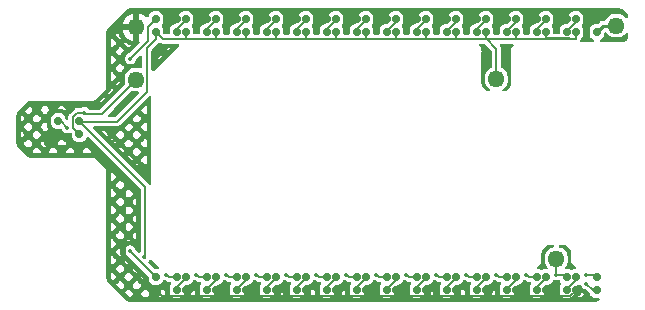
<source format=gtl>
%TF.GenerationSoftware,KiCad,Pcbnew,7.0.5-0*%
%TF.CreationDate,2023-06-17T21:21:13-07:00*%
%TF.ProjectId,JumperlessLEDboard,4a756d70-6572-46c6-9573-734c4544626f,rev?*%
%TF.SameCoordinates,Original*%
%TF.FileFunction,Copper,L1,Top*%
%TF.FilePolarity,Positive*%
%FSLAX46Y46*%
G04 Gerber Fmt 4.6, Leading zero omitted, Abs format (unit mm)*
G04 Created by KiCad (PCBNEW 7.0.5-0) date 2023-06-17 21:21:13*
%MOMM*%
%LPD*%
G01*
G04 APERTURE LIST*
G04 Aperture macros list*
%AMRoundRect*
0 Rectangle with rounded corners*
0 $1 Rounding radius*
0 $2 $3 $4 $5 $6 $7 $8 $9 X,Y pos of 4 corners*
0 Add a 4 corners polygon primitive as box body*
4,1,4,$2,$3,$4,$5,$6,$7,$8,$9,$2,$3,0*
0 Add four circle primitives for the rounded corners*
1,1,$1+$1,$2,$3*
1,1,$1+$1,$4,$5*
1,1,$1+$1,$6,$7*
1,1,$1+$1,$8,$9*
0 Add four rect primitives between the rounded corners*
20,1,$1+$1,$2,$3,$4,$5,0*
20,1,$1+$1,$4,$5,$6,$7,0*
20,1,$1+$1,$6,$7,$8,$9,0*
20,1,$1+$1,$8,$9,$2,$3,0*%
G04 Aperture macros list end*
%TA.AperFunction,SMDPad,CuDef*%
%ADD10RoundRect,0.150000X0.150000X0.200000X-0.150000X0.200000X-0.150000X-0.200000X0.150000X-0.200000X0*%
%TD*%
%TA.AperFunction,ComponentPad*%
%ADD11RoundRect,0.455000X-0.195000X-0.195000X0.195000X-0.195000X0.195000X0.195000X-0.195000X0.195000X0*%
%TD*%
%TA.AperFunction,SMDPad,CuDef*%
%ADD12RoundRect,0.150000X-0.150000X-0.200000X0.150000X-0.200000X0.150000X0.200000X-0.150000X0.200000X0*%
%TD*%
%TA.AperFunction,ViaPad*%
%ADD13C,0.350000*%
%TD*%
%TA.AperFunction,Conductor*%
%ADD14C,0.175000*%
%TD*%
%TA.AperFunction,Conductor*%
%ADD15C,0.250000*%
%TD*%
G04 APERTURE END LIST*
D10*
%TO.P,D116,1,DOUT*%
%TO.N,Net-(D116-DOUT)*%
X121412000Y-85894000D03*
%TO.P,D116,2,VSS*%
%TO.N,Net-(D100-VSS)*%
X121412000Y-84794000D03*
%TO.P,D116,3,DIN*%
%TO.N,Net-(D115-DOUT)*%
X119634000Y-84794000D03*
%TO.P,D116,4,VDD*%
%TO.N,Net-(D100-VDD)*%
X119634000Y-85894000D03*
%TD*%
%TO.P,D119,1,DOUT*%
%TO.N,Net-(D119-DOUT)*%
X129032000Y-85894000D03*
%TO.P,D119,2,VSS*%
%TO.N,Net-(D100-VSS)*%
X129032000Y-84794000D03*
%TO.P,D119,3,DIN*%
%TO.N,Net-(D118-DOUT)*%
X127254000Y-84794000D03*
%TO.P,D119,4,VDD*%
%TO.N,Net-(D100-VDD)*%
X127254000Y-85894000D03*
%TD*%
D11*
%TO.P,J10,1,Pin_1*%
%TO.N,Net-(D100-VSS)*%
X125603000Y-67995800D03*
%TD*%
%TO.P,TP19,1,1*%
%TO.N,Net-(D122-DOUT)*%
X95123000Y-68072000D03*
%TD*%
D12*
%TO.P,D98,1,DOUT*%
%TO.N,Net-(D98-DOUT)*%
X117094000Y-62950000D03*
%TO.P,D98,2,VSS*%
%TO.N,Net-(D100-VSS)*%
X117094000Y-64050000D03*
%TO.P,D98,3,DIN*%
%TO.N,Net-(D97-DOUT)*%
X118872000Y-64050000D03*
%TO.P,D98,4,VDD*%
%TO.N,Net-(D100-VDD)*%
X118872000Y-62950000D03*
%TD*%
%TO.P,D106,1,DOUT*%
%TO.N,Net-(D106-DOUT)*%
X96774000Y-62950000D03*
%TO.P,D106,2,VSS*%
%TO.N,Net-(D100-VSS)*%
X96774000Y-64050000D03*
%TO.P,D106,3,DIN*%
%TO.N,Net-(D105-DOUT)*%
X98552000Y-64050000D03*
%TO.P,D106,4,VDD*%
%TO.N,Net-(D100-VDD)*%
X98552000Y-62950000D03*
%TD*%
%TO.P,D99,1,DOUT*%
%TO.N,Net-(D100-DIN)*%
X114554000Y-62950000D03*
%TO.P,D99,2,VSS*%
%TO.N,Net-(D100-VSS)*%
X114554000Y-64050000D03*
%TO.P,D99,3,DIN*%
%TO.N,Net-(D98-DOUT)*%
X116332000Y-64050000D03*
%TO.P,D99,4,VDD*%
%TO.N,Net-(D100-VDD)*%
X116332000Y-62950000D03*
%TD*%
%TO.P,D95,1,DOUT*%
%TO.N,Net-(D95-DOUT)*%
X124714000Y-62950000D03*
%TO.P,D95,2,VSS*%
%TO.N,Net-(D100-VSS)*%
X124714000Y-64050000D03*
%TO.P,D95,3,DIN*%
%TO.N,Net-(D94-DOUT)*%
X126492000Y-64050000D03*
%TO.P,D95,4,VDD*%
%TO.N,Net-(D100-VDD)*%
X126492000Y-62950000D03*
%TD*%
D10*
%TO.P,D108,1,DOUT*%
%TO.N,Net-(D108-DOUT)*%
X101092000Y-85894000D03*
%TO.P,D108,2,VSS*%
%TO.N,Net-(D100-VSS)*%
X101092000Y-84794000D03*
%TO.P,D108,3,DIN*%
%TO.N,Net-(D107-DOUT)*%
X99314000Y-84794000D03*
%TO.P,D108,4,VDD*%
%TO.N,Net-(D100-VDD)*%
X99314000Y-85894000D03*
%TD*%
%TO.P,D109,1,DOUT*%
%TO.N,Net-(D109-DOUT)*%
X103632000Y-85894000D03*
%TO.P,D109,2,VSS*%
%TO.N,Net-(D100-VSS)*%
X103632000Y-84794000D03*
%TO.P,D109,3,DIN*%
%TO.N,Net-(D108-DOUT)*%
X101854000Y-84794000D03*
%TO.P,D109,4,VDD*%
%TO.N,Net-(D100-VDD)*%
X101854000Y-85894000D03*
%TD*%
%TO.P,D118,1,DOUT*%
%TO.N,Net-(D118-DOUT)*%
X126492000Y-85894000D03*
%TO.P,D118,2,VSS*%
%TO.N,Net-(D100-VSS)*%
X126492000Y-84794000D03*
%TO.P,D118,3,DIN*%
%TO.N,Net-(D117-DOUT)*%
X124714000Y-84794000D03*
%TO.P,D118,4,VDD*%
%TO.N,Net-(D100-VDD)*%
X124714000Y-85894000D03*
%TD*%
%TO.P,D115,1,DOUT*%
%TO.N,Net-(D115-DOUT)*%
X118872000Y-85894000D03*
%TO.P,D115,2,VSS*%
%TO.N,Net-(D100-VSS)*%
X118872000Y-84794000D03*
%TO.P,D115,3,DIN*%
%TO.N,Net-(D114-DOUT)*%
X117094000Y-84794000D03*
%TO.P,D115,4,VDD*%
%TO.N,Net-(D100-VDD)*%
X117094000Y-85894000D03*
%TD*%
%TO.P,D112,1,DOUT*%
%TO.N,Net-(D112-DOUT)*%
X111252000Y-85894000D03*
%TO.P,D112,2,VSS*%
%TO.N,Net-(D100-VSS)*%
X111252000Y-84794000D03*
%TO.P,D112,3,DIN*%
%TO.N,Net-(D111-DOUT)*%
X109474000Y-84794000D03*
%TO.P,D112,4,VDD*%
%TO.N,Net-(D100-VDD)*%
X109474000Y-85894000D03*
%TD*%
%TO.P,D110,1,DOUT*%
%TO.N,Net-(D110-DOUT)*%
X106172000Y-85894000D03*
%TO.P,D110,2,VSS*%
%TO.N,Net-(D100-VSS)*%
X106172000Y-84794000D03*
%TO.P,D110,3,DIN*%
%TO.N,Net-(D109-DOUT)*%
X104394000Y-84794000D03*
%TO.P,D110,4,VDD*%
%TO.N,Net-(D100-VDD)*%
X104394000Y-85894000D03*
%TD*%
D12*
%TO.P,D101,1,DOUT*%
%TO.N,Net-(D101-DOUT)*%
X109474000Y-62950000D03*
%TO.P,D101,2,VSS*%
%TO.N,Net-(D100-VSS)*%
X109474000Y-64050000D03*
%TO.P,D101,3,DIN*%
%TO.N,Net-(D100-DOUT)*%
X111252000Y-64050000D03*
%TO.P,D101,4,VDD*%
%TO.N,Net-(D100-VDD)*%
X111252000Y-62950000D03*
%TD*%
%TO.P,D94,1,DOUT*%
%TO.N,Net-(D94-DOUT)*%
X127254000Y-62950000D03*
%TO.P,D94,2,VSS*%
%TO.N,Net-(D100-VSS)*%
X127254000Y-64050000D03*
%TO.P,D94,3,DIN*%
%TO.N,Net-(D93-DOUT)*%
X129032000Y-64050000D03*
%TO.P,D94,4,VDD*%
%TO.N,Net-(D100-VDD)*%
X129032000Y-62950000D03*
%TD*%
%TO.P,D96,1,DOUT*%
%TO.N,Net-(D96-DOUT)*%
X122174000Y-62950000D03*
%TO.P,D96,2,VSS*%
%TO.N,Net-(D100-VSS)*%
X122174000Y-64050000D03*
%TO.P,D96,3,DIN*%
%TO.N,Net-(D95-DOUT)*%
X123952000Y-64050000D03*
%TO.P,D96,4,VDD*%
%TO.N,Net-(D100-VDD)*%
X123952000Y-62950000D03*
%TD*%
D10*
%TO.P,D111,1,DOUT*%
%TO.N,Net-(D111-DOUT)*%
X108712000Y-85894000D03*
%TO.P,D111,2,VSS*%
%TO.N,Net-(D100-VSS)*%
X108712000Y-84794000D03*
%TO.P,D111,3,DIN*%
%TO.N,Net-(D110-DOUT)*%
X106934000Y-84794000D03*
%TO.P,D111,4,VDD*%
%TO.N,Net-(D100-VDD)*%
X106934000Y-85894000D03*
%TD*%
%TO.P,D117,1,DOUT*%
%TO.N,Net-(D117-DOUT)*%
X123952000Y-85894000D03*
%TO.P,D117,2,VSS*%
%TO.N,Net-(D100-VSS)*%
X123952000Y-84794000D03*
%TO.P,D117,3,DIN*%
%TO.N,Net-(D116-DOUT)*%
X122174000Y-84794000D03*
%TO.P,D117,4,VDD*%
%TO.N,Net-(D100-VDD)*%
X122174000Y-85894000D03*
%TD*%
D12*
%TO.P,D105,1,DOUT*%
%TO.N,Net-(D105-DOUT)*%
X99314000Y-62950000D03*
%TO.P,D105,2,VSS*%
%TO.N,Net-(D100-VSS)*%
X99314000Y-64050000D03*
%TO.P,D105,3,DIN*%
%TO.N,Net-(D104-DOUT)*%
X101092000Y-64050000D03*
%TO.P,D105,4,VDD*%
%TO.N,Net-(D100-VDD)*%
X101092000Y-62950000D03*
%TD*%
D11*
%TO.P,TP18,1,1*%
%TO.N,Net-(D92-DIN)*%
X135763000Y-63500000D03*
%TD*%
D12*
%TO.P,D93,1,DOUT*%
%TO.N,Net-(D93-DOUT)*%
X129794000Y-62950000D03*
%TO.P,D93,2,VSS*%
%TO.N,Net-(D100-VSS)*%
X129794000Y-64050000D03*
%TO.P,D93,3,DIN*%
%TO.N,Net-(D92-DOUT)*%
X131572000Y-64050000D03*
%TO.P,D93,4,VDD*%
%TO.N,Net-(D100-VDD)*%
X131572000Y-62950000D03*
%TD*%
D10*
%TO.P,D114,1,DOUT*%
%TO.N,Net-(D114-DOUT)*%
X116332000Y-85894000D03*
%TO.P,D114,2,VSS*%
%TO.N,Net-(D100-VSS)*%
X116332000Y-84794000D03*
%TO.P,D114,3,DIN*%
%TO.N,Net-(D113-DOUT)*%
X114554000Y-84794000D03*
%TO.P,D114,4,VDD*%
%TO.N,Net-(D100-VDD)*%
X114554000Y-85894000D03*
%TD*%
D11*
%TO.P,J8,1,Pin_1*%
%TO.N,Net-(D100-VDD)*%
X95123000Y-63652400D03*
%TD*%
D10*
%TO.P,D122,1,DOUT*%
%TO.N,Net-(D122-DOUT)*%
X90297000Y-72686000D03*
%TO.P,D122,2,VSS*%
%TO.N,Net-(D100-VSS)*%
X90297000Y-71586000D03*
%TO.P,D122,3,DIN*%
%TO.N,Net-(D121-DOUT)*%
X88519000Y-71586000D03*
%TO.P,D122,4,VDD*%
%TO.N,Net-(D100-VDD)*%
X88519000Y-72686000D03*
%TD*%
%TO.P,D107,1,DOUT*%
%TO.N,Net-(D107-DOUT)*%
X98552000Y-85894000D03*
%TO.P,D107,2,VSS*%
%TO.N,Net-(D100-VSS)*%
X98552000Y-84794000D03*
%TO.P,D107,3,DIN*%
%TO.N,Net-(D106-DOUT)*%
X96774000Y-84794000D03*
%TO.P,D107,4,VDD*%
%TO.N,Net-(D100-VDD)*%
X96774000Y-85894000D03*
%TD*%
D12*
%TO.P,D103,1,DOUT*%
%TO.N,Net-(D103-DOUT)*%
X104394000Y-62950000D03*
%TO.P,D103,2,VSS*%
%TO.N,Net-(D100-VSS)*%
X104394000Y-64050000D03*
%TO.P,D103,3,DIN*%
%TO.N,Net-(D102-DOUT)*%
X106172000Y-64050000D03*
%TO.P,D103,4,VDD*%
%TO.N,Net-(D100-VDD)*%
X106172000Y-62950000D03*
%TD*%
%TO.P,D97,1,DOUT*%
%TO.N,Net-(D97-DOUT)*%
X119634000Y-62950000D03*
%TO.P,D97,2,VSS*%
%TO.N,Net-(D100-VSS)*%
X119634000Y-64050000D03*
%TO.P,D97,3,DIN*%
%TO.N,Net-(D96-DOUT)*%
X121412000Y-64050000D03*
%TO.P,D97,4,VDD*%
%TO.N,Net-(D100-VDD)*%
X121412000Y-62950000D03*
%TD*%
%TO.P,D92,1,DOUT*%
%TO.N,Net-(D92-DOUT)*%
X132334000Y-62950000D03*
%TO.P,D92,2,VSS*%
%TO.N,Net-(D100-VSS)*%
X132334000Y-64050000D03*
%TO.P,D92,3,DIN*%
%TO.N,Net-(D92-DIN)*%
X134112000Y-64050000D03*
%TO.P,D92,4,VDD*%
%TO.N,Net-(D100-VDD)*%
X134112000Y-62950000D03*
%TD*%
%TO.P,D104,1,DOUT*%
%TO.N,Net-(D104-DOUT)*%
X101854000Y-62950000D03*
%TO.P,D104,2,VSS*%
%TO.N,Net-(D100-VSS)*%
X101854000Y-64050000D03*
%TO.P,D104,3,DIN*%
%TO.N,Net-(D103-DOUT)*%
X103632000Y-64050000D03*
%TO.P,D104,4,VDD*%
%TO.N,Net-(D100-VDD)*%
X103632000Y-62950000D03*
%TD*%
D10*
%TO.P,D120,1,DOUT*%
%TO.N,Net-(D120-DOUT)*%
X131572000Y-85894000D03*
%TO.P,D120,2,VSS*%
%TO.N,Net-(D100-VSS)*%
X131572000Y-84794000D03*
%TO.P,D120,3,DIN*%
%TO.N,Net-(D119-DOUT)*%
X129794000Y-84794000D03*
%TO.P,D120,4,VDD*%
%TO.N,Net-(D100-VDD)*%
X129794000Y-85894000D03*
%TD*%
D12*
%TO.P,D100,1,DOUT*%
%TO.N,Net-(D100-DOUT)*%
X112014000Y-62950000D03*
%TO.P,D100,2,VSS*%
%TO.N,Net-(D100-VSS)*%
X112014000Y-64050000D03*
%TO.P,D100,3,DIN*%
%TO.N,Net-(D100-DIN)*%
X113792000Y-64050000D03*
%TO.P,D100,4,VDD*%
%TO.N,Net-(D100-VDD)*%
X113792000Y-62950000D03*
%TD*%
D10*
%TO.P,D113,1,DOUT*%
%TO.N,Net-(D113-DOUT)*%
X113792000Y-85894000D03*
%TO.P,D113,2,VSS*%
%TO.N,Net-(D100-VSS)*%
X113792000Y-84794000D03*
%TO.P,D113,3,DIN*%
%TO.N,Net-(D112-DOUT)*%
X112014000Y-84794000D03*
%TO.P,D113,4,VDD*%
%TO.N,Net-(D100-VDD)*%
X112014000Y-85894000D03*
%TD*%
D11*
%TO.P,J9,1,Pin_1*%
%TO.N,Net-(D100-VSS)*%
X130683000Y-83235800D03*
%TD*%
D12*
%TO.P,D102,1,DOUT*%
%TO.N,Net-(D102-DOUT)*%
X106934000Y-62950000D03*
%TO.P,D102,2,VSS*%
%TO.N,Net-(D100-VSS)*%
X106934000Y-64050000D03*
%TO.P,D102,3,DIN*%
%TO.N,Net-(D101-DOUT)*%
X108712000Y-64050000D03*
%TO.P,D102,4,VDD*%
%TO.N,Net-(D100-VDD)*%
X108712000Y-62950000D03*
%TD*%
D10*
%TO.P,D121,1,DOUT*%
%TO.N,Net-(D121-DOUT)*%
X134112000Y-85894000D03*
%TO.P,D121,2,VSS*%
%TO.N,Net-(D100-VSS)*%
X134112000Y-84794000D03*
%TO.P,D121,3,DIN*%
%TO.N,Net-(D120-DOUT)*%
X132334000Y-84794000D03*
%TO.P,D121,4,VDD*%
%TO.N,Net-(D100-VDD)*%
X132334000Y-85894000D03*
%TD*%
D13*
%TO.N,Net-(D100-VSS)*%
X123063000Y-84582000D03*
X107823000Y-84582000D03*
X97663000Y-84582000D03*
X100203000Y-84582000D03*
X128143000Y-84582000D03*
X117983000Y-84582000D03*
X125603000Y-84582000D03*
X102743000Y-84582000D03*
X95758000Y-83058000D03*
X133223000Y-84582000D03*
X112903000Y-84582000D03*
X110363000Y-84582000D03*
X130683000Y-84582000D03*
X115443000Y-84582000D03*
X120523000Y-84582000D03*
X105283000Y-84582000D03*
%TO.N,Net-(D100-VDD)*%
X125603000Y-62865000D03*
X97663000Y-62865000D03*
X130683000Y-62865000D03*
X123063000Y-62865000D03*
X100203000Y-62865000D03*
X112903000Y-62865000D03*
X117983000Y-62865000D03*
X133096000Y-62865000D03*
X105410000Y-62865000D03*
X128143000Y-62865000D03*
X107950000Y-62865000D03*
X120523000Y-62865000D03*
X110363000Y-62865000D03*
X87884000Y-73279000D03*
X102743000Y-62865000D03*
X115443000Y-62865000D03*
%TO.N,Net-(D106-DOUT)*%
X94572500Y-82592500D03*
X94615000Y-66294000D03*
%TO.N,Net-(D121-DOUT)*%
X133223000Y-85344000D03*
X89281000Y-72136000D03*
%TO.N,Net-(D122-DOUT)*%
X90678000Y-70866000D03*
%TD*%
D14*
%TO.N,Net-(D100-VSS)*%
X97361500Y-64637500D02*
X99314000Y-64637500D01*
X99314000Y-64637500D02*
X101804000Y-64637500D01*
X99314000Y-64050000D02*
X99314000Y-64637500D01*
%TO.N,Net-(D92-DOUT)*%
X132334000Y-62950000D02*
X132334000Y-63222703D01*
X132334000Y-63222703D02*
X131572000Y-63984703D01*
X131572000Y-63984703D02*
X131572000Y-64050000D01*
%TO.N,Net-(D100-VSS)*%
X110575000Y-84794000D02*
X110363000Y-84582000D01*
X121412000Y-84794000D02*
X120735000Y-84794000D01*
X124714000Y-64587500D02*
X124769500Y-64643000D01*
X132334000Y-64643000D02*
X129738500Y-64643000D01*
X97875000Y-84794000D02*
X97663000Y-84582000D01*
X96774000Y-64643000D02*
X96647000Y-64770000D01*
X119634000Y-64587500D02*
X119689500Y-64643000D01*
X122229500Y-64643000D02*
X124658500Y-64643000D01*
X132334000Y-64115297D02*
X132334000Y-64050000D01*
X100415000Y-84794000D02*
X100203000Y-84582000D01*
X101804000Y-64637500D02*
X101854000Y-64587500D01*
X109418500Y-64643000D02*
X109474000Y-64587500D01*
X102955000Y-84794000D02*
X102743000Y-84582000D01*
X131360000Y-84582000D02*
X131572000Y-84794000D01*
X125603000Y-65476500D02*
X124769500Y-64643000D01*
X112014000Y-64050000D02*
X112014000Y-64587500D01*
X129794000Y-64050000D02*
X129794000Y-64587500D01*
X93472000Y-71628000D02*
X90339000Y-71628000D01*
X106878500Y-64643000D02*
X106934000Y-64587500D01*
X106934000Y-64587500D02*
X106989500Y-64643000D01*
X119634000Y-64050000D02*
X119634000Y-64587500D01*
X133900000Y-84582000D02*
X134112000Y-84794000D01*
X104449500Y-64643000D02*
X106878500Y-64643000D01*
X96774000Y-64643000D02*
X96010500Y-65406500D01*
X106934000Y-64050000D02*
X106934000Y-64587500D01*
X129738500Y-64643000D02*
X129794000Y-64587500D01*
X124714000Y-64050000D02*
X124714000Y-64587500D01*
X118195000Y-84794000D02*
X117983000Y-84582000D01*
X127198500Y-64643000D02*
X127254000Y-64587500D01*
X98552000Y-84794000D02*
X97875000Y-84794000D01*
X113792000Y-84794000D02*
X113115000Y-84794000D01*
X103632000Y-84794000D02*
X102955000Y-84794000D01*
X95885000Y-83185000D02*
X95758000Y-83058000D01*
X130683000Y-84582000D02*
X130683000Y-83235800D01*
X109529500Y-64643000D02*
X111958500Y-64643000D01*
X124769500Y-64643000D02*
X127198500Y-64643000D01*
X127254000Y-64587500D02*
X127309500Y-64643000D01*
X114554000Y-64587500D02*
X114609500Y-64643000D01*
X125815000Y-84794000D02*
X125603000Y-84582000D01*
X129794000Y-64587500D02*
X131861797Y-64587500D01*
X114609500Y-64643000D02*
X117038500Y-64643000D01*
X116332000Y-84794000D02*
X115655000Y-84794000D01*
X104394000Y-64587500D02*
X104449500Y-64643000D01*
X122174000Y-64587500D02*
X122229500Y-64643000D01*
X124658500Y-64643000D02*
X124714000Y-64587500D01*
X96010500Y-69089500D02*
X93472000Y-71628000D01*
X114498500Y-64643000D02*
X114554000Y-64587500D01*
X104394000Y-64050000D02*
X104394000Y-64587500D01*
X114554000Y-64050000D02*
X114554000Y-64587500D01*
X130683000Y-84582000D02*
X131360000Y-84582000D01*
X120735000Y-84794000D02*
X120523000Y-84582000D01*
X125603000Y-67995800D02*
X125603000Y-65476500D01*
X117038500Y-64643000D02*
X117094000Y-64587500D01*
X129032000Y-84794000D02*
X128355000Y-84794000D01*
X117094000Y-64587500D02*
X117149500Y-64643000D01*
X126492000Y-84794000D02*
X125815000Y-84794000D01*
X122174000Y-64050000D02*
X122174000Y-64587500D01*
X117149500Y-64643000D02*
X119578500Y-64643000D01*
X109474000Y-64587500D02*
X109529500Y-64643000D01*
X127254000Y-64050000D02*
X127254000Y-64587500D01*
X119689500Y-64643000D02*
X122118500Y-64643000D01*
X111252000Y-84794000D02*
X110575000Y-84794000D01*
X113115000Y-84794000D02*
X112903000Y-84582000D01*
X133223000Y-84582000D02*
X133900000Y-84582000D01*
X98552000Y-84728703D02*
X98552000Y-84794000D01*
X106989500Y-64643000D02*
X109418500Y-64643000D01*
X108035000Y-84794000D02*
X107823000Y-84582000D01*
X95885000Y-77174000D02*
X95885000Y-83185000D01*
X123275000Y-84794000D02*
X123063000Y-84582000D01*
X90297000Y-71586000D02*
X95885000Y-77174000D01*
X127309500Y-64643000D02*
X129738500Y-64643000D01*
X90339000Y-71628000D02*
X90297000Y-71586000D01*
X105495000Y-84794000D02*
X105283000Y-84582000D01*
X111958500Y-64643000D02*
X112014000Y-64587500D01*
X96774000Y-64050000D02*
X97361500Y-64637500D01*
X106172000Y-84794000D02*
X105495000Y-84794000D01*
X108712000Y-84794000D02*
X108035000Y-84794000D01*
X96010500Y-65406500D02*
X96010500Y-69089500D01*
X117094000Y-64050000D02*
X117094000Y-64587500D01*
X101854000Y-64587500D02*
X101909500Y-64643000D01*
X130556000Y-83362800D02*
X130683000Y-83235800D01*
X128355000Y-84794000D02*
X128143000Y-84582000D01*
X96774000Y-64050000D02*
X96774000Y-64643000D01*
X119578500Y-64643000D02*
X119634000Y-64587500D01*
X122118500Y-64643000D02*
X122174000Y-64587500D01*
X112014000Y-64587500D02*
X112069500Y-64643000D01*
X112069500Y-64643000D02*
X114498500Y-64643000D01*
X104338500Y-64643000D02*
X104394000Y-64587500D01*
X132334000Y-64050000D02*
X132334000Y-64643000D01*
X109474000Y-64050000D02*
X109474000Y-64587500D01*
X115655000Y-84794000D02*
X115443000Y-84582000D01*
X101909500Y-64643000D02*
X104338500Y-64643000D01*
X101092000Y-84794000D02*
X100415000Y-84794000D01*
X101854000Y-64050000D02*
X101854000Y-64587500D01*
X118872000Y-84794000D02*
X118195000Y-84794000D01*
X123952000Y-84794000D02*
X123275000Y-84794000D01*
D15*
%TO.N,Net-(D92-DIN)*%
X135763000Y-63500000D02*
X134662000Y-63500000D01*
X134662000Y-63500000D02*
X134112000Y-64050000D01*
D14*
%TO.N,Net-(D100-VDD)*%
X94135000Y-83255000D02*
X94135000Y-76253400D01*
X108712000Y-62950000D02*
X108035000Y-62950000D01*
X96774000Y-85894000D02*
X97311500Y-86431500D01*
X115528000Y-62950000D02*
X115443000Y-62865000D01*
X96774000Y-85894000D02*
X94135000Y-83255000D01*
X118068000Y-62950000D02*
X117983000Y-62865000D01*
X132334000Y-85959297D02*
X132334000Y-85894000D01*
X130768000Y-62950000D02*
X130683000Y-62865000D01*
X133181000Y-62950000D02*
X133096000Y-62865000D01*
X118872000Y-62950000D02*
X118068000Y-62950000D01*
X104394000Y-85894000D02*
X104394000Y-86431500D01*
X88265000Y-73660000D02*
X87884000Y-73279000D01*
X131572000Y-62950000D02*
X130768000Y-62950000D01*
X106934000Y-85894000D02*
X106934000Y-86431500D01*
D15*
X95123000Y-63652400D02*
X95123000Y-63579249D01*
D14*
X88477000Y-72686000D02*
X87884000Y-73279000D01*
X126492000Y-62950000D02*
X125688000Y-62950000D01*
X113792000Y-62950000D02*
X112988000Y-62950000D01*
X94135000Y-76253400D02*
X91541600Y-73660000D01*
X102828000Y-62950000D02*
X102743000Y-62865000D01*
X129794000Y-85894000D02*
X129794000Y-86431500D01*
X111252000Y-62950000D02*
X110448000Y-62950000D01*
X110448000Y-62950000D02*
X110363000Y-62865000D01*
X114554000Y-86431500D02*
X117094000Y-86431500D01*
X99314000Y-86431500D02*
X101854000Y-86431500D01*
X88519000Y-72686000D02*
X88477000Y-72686000D01*
X108035000Y-62950000D02*
X107950000Y-62865000D01*
X97311500Y-86431500D02*
X99314000Y-86431500D01*
X99314000Y-85894000D02*
X99314000Y-86431500D01*
X114554000Y-85894000D02*
X114554000Y-86431500D01*
X112014000Y-86431500D02*
X114554000Y-86431500D01*
X101092000Y-62950000D02*
X100288000Y-62950000D01*
X119634000Y-86431500D02*
X122174000Y-86431500D01*
X109474000Y-86431500D02*
X112014000Y-86431500D01*
X123148000Y-62950000D02*
X123063000Y-62865000D01*
X119634000Y-85894000D02*
X119634000Y-86431500D01*
X131861797Y-86431500D02*
X132334000Y-85959297D01*
X128228000Y-62950000D02*
X128143000Y-62865000D01*
X98552000Y-62950000D02*
X97748000Y-62950000D01*
X122174000Y-85894000D02*
X122174000Y-86431500D01*
X124714000Y-85894000D02*
X124714000Y-86431500D01*
X97748000Y-62950000D02*
X97663000Y-62865000D01*
X106172000Y-62950000D02*
X105495000Y-62950000D01*
X134112000Y-62950000D02*
X133181000Y-62950000D01*
X105495000Y-62950000D02*
X105410000Y-62865000D01*
X129794000Y-86431500D02*
X131861797Y-86431500D01*
X106934000Y-86431500D02*
X109474000Y-86431500D01*
X125688000Y-62950000D02*
X125603000Y-62865000D01*
X123952000Y-62950000D02*
X123148000Y-62950000D01*
X100288000Y-62950000D02*
X100203000Y-62865000D01*
X91541600Y-73660000D02*
X88265000Y-73660000D01*
X124714000Y-86431500D02*
X127254000Y-86431500D01*
X112014000Y-85894000D02*
X112014000Y-86431500D01*
X127254000Y-86431500D02*
X129794000Y-86431500D01*
X101854000Y-86431500D02*
X104394000Y-86431500D01*
X109474000Y-85894000D02*
X109474000Y-86431500D01*
X127254000Y-85894000D02*
X127254000Y-86431500D01*
X112988000Y-62950000D02*
X112903000Y-62865000D01*
X121412000Y-62950000D02*
X120608000Y-62950000D01*
X120608000Y-62950000D02*
X120523000Y-62865000D01*
X116332000Y-62950000D02*
X115528000Y-62950000D01*
X103632000Y-62950000D02*
X102828000Y-62950000D01*
X104394000Y-86431500D02*
X106934000Y-86431500D01*
X101854000Y-85894000D02*
X101854000Y-86431500D01*
X117094000Y-85894000D02*
X117094000Y-86431500D01*
X117094000Y-86431500D02*
X119634000Y-86431500D01*
X129032000Y-62950000D02*
X128228000Y-62950000D01*
X122174000Y-86431500D02*
X124714000Y-86431500D01*
%TO.N,Net-(D93-DOUT)*%
X129794000Y-62950000D02*
X129794000Y-63015297D01*
X129032000Y-63777297D02*
X129032000Y-64050000D01*
X129794000Y-63015297D02*
X129032000Y-63777297D01*
%TO.N,Net-(D94-DOUT)*%
X127254000Y-63222703D02*
X126492000Y-63984703D01*
X127254000Y-62950000D02*
X127254000Y-63222703D01*
X126492000Y-63984703D02*
X126492000Y-64050000D01*
%TO.N,Net-(D95-DOUT)*%
X124714000Y-62950000D02*
X124714000Y-63015297D01*
X124714000Y-63015297D02*
X123952000Y-63777297D01*
X123952000Y-63777297D02*
X123952000Y-64050000D01*
%TO.N,Net-(D96-DOUT)*%
X122174000Y-62950000D02*
X122174000Y-63222703D01*
X122174000Y-63222703D02*
X121412000Y-63984703D01*
X121412000Y-63984703D02*
X121412000Y-64050000D01*
%TO.N,Net-(D97-DOUT)*%
X119634000Y-63015297D02*
X118872000Y-63777297D01*
X119634000Y-62950000D02*
X119634000Y-63015297D01*
X118872000Y-63777297D02*
X118872000Y-64050000D01*
%TO.N,Net-(D98-DOUT)*%
X117094000Y-62950000D02*
X117094000Y-63222703D01*
X116332000Y-63984703D02*
X116332000Y-64050000D01*
X117094000Y-63222703D02*
X116332000Y-63984703D01*
%TO.N,Net-(D100-DIN)*%
X113792000Y-63777297D02*
X113792000Y-64050000D01*
X114554000Y-63015297D02*
X113792000Y-63777297D01*
X114554000Y-62950000D02*
X114554000Y-63015297D01*
%TO.N,Net-(D100-DOUT)*%
X112014000Y-63015297D02*
X111252000Y-63777297D01*
X112014000Y-62950000D02*
X112014000Y-63015297D01*
X111252000Y-63777297D02*
X111252000Y-64050000D01*
%TO.N,Net-(D101-DOUT)*%
X108712000Y-63777297D02*
X108712000Y-64050000D01*
X109474000Y-63015297D02*
X108712000Y-63777297D01*
X109474000Y-62950000D02*
X109474000Y-63015297D01*
%TO.N,Net-(D102-DOUT)*%
X106172000Y-63777297D02*
X106172000Y-64050000D01*
X106934000Y-63015297D02*
X106172000Y-63777297D01*
X106934000Y-62950000D02*
X106934000Y-63015297D01*
%TO.N,Net-(D103-DOUT)*%
X104394000Y-62950000D02*
X104394000Y-63015297D01*
X103632000Y-63777297D02*
X103632000Y-64050000D01*
X104394000Y-63015297D02*
X103632000Y-63777297D01*
%TO.N,Net-(D104-DOUT)*%
X101854000Y-62950000D02*
X101854000Y-63015297D01*
X101854000Y-63015297D02*
X101092000Y-63777297D01*
X101092000Y-63777297D02*
X101092000Y-64050000D01*
%TO.N,Net-(D105-DOUT)*%
X99314000Y-63015297D02*
X98552000Y-63777297D01*
X99314000Y-62950000D02*
X99314000Y-63015297D01*
X98552000Y-63777297D02*
X98552000Y-64050000D01*
%TO.N,Net-(D106-DOUT)*%
X96774000Y-84794000D02*
X94572500Y-82592500D01*
X96139000Y-64770000D02*
X94615000Y-66294000D01*
X96139000Y-63585000D02*
X96139000Y-64770000D01*
X96774000Y-62950000D02*
X96139000Y-63585000D01*
%TO.N,Net-(D107-DOUT)*%
X99314000Y-84859297D02*
X98552000Y-85621297D01*
X98552000Y-85621297D02*
X98552000Y-85894000D01*
X99314000Y-84794000D02*
X99314000Y-84859297D01*
%TO.N,Net-(D108-DOUT)*%
X101092000Y-85828703D02*
X101854000Y-85066703D01*
X101854000Y-85066703D02*
X101854000Y-84794000D01*
X101092000Y-85894000D02*
X101092000Y-85828703D01*
%TO.N,Net-(D109-DOUT)*%
X103632000Y-85828703D02*
X104394000Y-85066703D01*
X104394000Y-85066703D02*
X104394000Y-84794000D01*
X103632000Y-85894000D02*
X103632000Y-85828703D01*
%TO.N,Net-(D110-DOUT)*%
X106934000Y-84859297D02*
X106934000Y-84794000D01*
X106172000Y-85621297D02*
X106934000Y-84859297D01*
X106172000Y-85894000D02*
X106172000Y-85621297D01*
%TO.N,Net-(D111-DOUT)*%
X108712000Y-85621297D02*
X109474000Y-84859297D01*
X109474000Y-84859297D02*
X109474000Y-84794000D01*
X108712000Y-85894000D02*
X108712000Y-85621297D01*
%TO.N,Net-(D112-DOUT)*%
X111252000Y-85621297D02*
X112014000Y-84859297D01*
X112014000Y-84859297D02*
X112014000Y-84794000D01*
X111252000Y-85894000D02*
X111252000Y-85621297D01*
%TO.N,Net-(D113-DOUT)*%
X113792000Y-85894000D02*
X113792000Y-85621297D01*
X114554000Y-84859297D02*
X114554000Y-84794000D01*
X113792000Y-85621297D02*
X114554000Y-84859297D01*
%TO.N,Net-(D114-DOUT)*%
X117094000Y-85066703D02*
X117094000Y-84794000D01*
X116332000Y-85828703D02*
X117094000Y-85066703D01*
X116332000Y-85894000D02*
X116332000Y-85828703D01*
%TO.N,Net-(D115-DOUT)*%
X119634000Y-84859297D02*
X119634000Y-84794000D01*
X118872000Y-85621297D02*
X119634000Y-84859297D01*
X118872000Y-85894000D02*
X118872000Y-85621297D01*
%TO.N,Net-(D116-DOUT)*%
X121412000Y-85894000D02*
X121412000Y-85621297D01*
X122174000Y-84859297D02*
X122174000Y-84794000D01*
X121412000Y-85621297D02*
X122174000Y-84859297D01*
%TO.N,Net-(D117-DOUT)*%
X123952000Y-85894000D02*
X123952000Y-85621297D01*
X124714000Y-84859297D02*
X124714000Y-84794000D01*
X123952000Y-85621297D02*
X124714000Y-84859297D01*
%TO.N,Net-(D118-DOUT)*%
X127254000Y-85066703D02*
X127254000Y-84794000D01*
X126492000Y-85894000D02*
X126492000Y-85828703D01*
X126492000Y-85828703D02*
X127254000Y-85066703D01*
%TO.N,Net-(D119-DOUT)*%
X129032000Y-85894000D02*
X129032000Y-85621297D01*
X129794000Y-84859297D02*
X129794000Y-84794000D01*
X129032000Y-85621297D02*
X129794000Y-84859297D01*
%TO.N,Net-(D120-DOUT)*%
X131572000Y-85894000D02*
X131572000Y-85828703D01*
X132334000Y-85066703D02*
X132334000Y-84794000D01*
X131572000Y-85828703D02*
X132334000Y-85066703D01*
%TO.N,Net-(D121-DOUT)*%
X89255600Y-72136000D02*
X88705600Y-71586000D01*
X133773000Y-85894000D02*
X133223000Y-85344000D01*
X88705600Y-71586000D02*
X88519000Y-71586000D01*
X89281000Y-72136000D02*
X89255600Y-72136000D01*
X134112000Y-85894000D02*
X133773000Y-85894000D01*
%TO.N,Net-(D122-DOUT)*%
X89759500Y-72148500D02*
X90297000Y-72686000D01*
X90118992Y-70866000D02*
X89759500Y-71225492D01*
X90678000Y-70993000D02*
X90678000Y-70866000D01*
X89759500Y-71225492D02*
X89759500Y-72148500D01*
X92202000Y-70993000D02*
X90678000Y-70993000D01*
X90678000Y-70866000D02*
X90118992Y-70866000D01*
X95123000Y-68072000D02*
X92202000Y-70993000D01*
%TD*%
%TA.AperFunction,Conductor*%
%TO.N,Net-(D100-VDD)*%
G36*
X136071722Y-62043167D02*
G01*
X136161120Y-62054937D01*
X136177116Y-62057043D01*
X136208383Y-62065421D01*
X136298808Y-62102876D01*
X136326843Y-62119061D01*
X136411182Y-62183777D01*
X136417280Y-62189124D01*
X136632016Y-62403860D01*
X136637360Y-62409954D01*
X136702074Y-62494292D01*
X136718259Y-62522325D01*
X136755715Y-62612752D01*
X136764093Y-62644019D01*
X136777122Y-62742979D01*
X136766357Y-62812014D01*
X136719977Y-62864270D01*
X136652708Y-62883156D01*
X136585908Y-62862676D01*
X136556919Y-62836079D01*
X136554658Y-62833220D01*
X136429778Y-62708340D01*
X136429774Y-62708337D01*
X136279470Y-62615627D01*
X136279464Y-62615624D01*
X136279462Y-62615623D01*
X136270798Y-62612752D01*
X136111816Y-62560071D01*
X136008349Y-62549500D01*
X136008342Y-62549500D01*
X135517658Y-62549500D01*
X135517650Y-62549500D01*
X135414183Y-62560071D01*
X135246540Y-62615622D01*
X135246529Y-62615627D01*
X135096225Y-62708337D01*
X135096221Y-62708340D01*
X134971340Y-62833221D01*
X134971337Y-62833225D01*
X134878622Y-62983537D01*
X134878621Y-62983539D01*
X134876647Y-62989500D01*
X134836877Y-63046946D01*
X134772362Y-63073771D01*
X134758940Y-63074500D01*
X134594604Y-63074500D01*
X134571639Y-63081962D01*
X134552722Y-63086503D01*
X134528873Y-63090280D01*
X134507358Y-63101243D01*
X134489386Y-63108688D01*
X134466418Y-63116151D01*
X134466413Y-63116153D01*
X134446881Y-63130344D01*
X134430301Y-63140505D01*
X134408781Y-63151471D01*
X134408775Y-63151475D01*
X134348605Y-63211640D01*
X134348486Y-63211766D01*
X134197069Y-63363182D01*
X134135748Y-63396666D01*
X134109390Y-63399500D01*
X133907730Y-63399500D01*
X133877300Y-63402353D01*
X133877298Y-63402353D01*
X133749119Y-63447206D01*
X133749117Y-63447207D01*
X133639850Y-63527850D01*
X133559207Y-63637117D01*
X133559206Y-63637119D01*
X133514353Y-63765298D01*
X133514353Y-63765300D01*
X133511500Y-63795730D01*
X133511500Y-64304269D01*
X133514353Y-64334699D01*
X133514353Y-64334701D01*
X133551175Y-64439928D01*
X133559207Y-64462882D01*
X133639850Y-64572150D01*
X133749118Y-64652793D01*
X133756738Y-64655459D01*
X133813514Y-64696181D01*
X133839260Y-64761134D01*
X133825803Y-64829696D01*
X133777415Y-64880098D01*
X133715782Y-64896500D01*
X132831871Y-64896500D01*
X132764832Y-64876815D01*
X132719077Y-64824011D01*
X132709133Y-64754853D01*
X132709397Y-64753104D01*
X132721094Y-64679248D01*
X132751022Y-64616117D01*
X132769933Y-64598877D01*
X132792461Y-64582253D01*
X132806149Y-64572151D01*
X132806150Y-64572150D01*
X132886793Y-64462882D01*
X132914265Y-64384372D01*
X132931646Y-64334701D01*
X132931646Y-64334699D01*
X132934500Y-64304269D01*
X132934500Y-63795730D01*
X132931646Y-63765300D01*
X132931646Y-63765298D01*
X132886793Y-63637119D01*
X132886792Y-63637117D01*
X132886789Y-63637113D01*
X132839938Y-63573631D01*
X132815968Y-63508005D01*
X132831283Y-63439835D01*
X132839932Y-63426375D01*
X132886793Y-63362882D01*
X132922072Y-63262060D01*
X132931646Y-63234701D01*
X132931646Y-63234699D01*
X132934500Y-63204269D01*
X132934500Y-62695730D01*
X132931646Y-62665300D01*
X132931646Y-62665298D01*
X132896886Y-62565962D01*
X132886793Y-62537118D01*
X132806150Y-62427850D01*
X132696882Y-62347207D01*
X132696880Y-62347206D01*
X132568700Y-62302353D01*
X132538270Y-62299500D01*
X132538266Y-62299500D01*
X132129734Y-62299500D01*
X132129730Y-62299500D01*
X132099300Y-62302353D01*
X132099298Y-62302353D01*
X131971119Y-62347206D01*
X131971117Y-62347207D01*
X131861850Y-62427850D01*
X131781207Y-62537117D01*
X131781206Y-62537119D01*
X131736353Y-62665298D01*
X131736353Y-62665300D01*
X131733500Y-62695730D01*
X131733500Y-63204265D01*
X131734078Y-63210432D01*
X131720736Y-63279016D01*
X131698302Y-63309684D01*
X131644808Y-63363180D01*
X131583485Y-63396666D01*
X131557125Y-63399500D01*
X131367730Y-63399500D01*
X131337300Y-63402353D01*
X131337298Y-63402353D01*
X131209119Y-63447206D01*
X131209117Y-63447207D01*
X131099850Y-63527850D01*
X131019207Y-63637117D01*
X131019206Y-63637119D01*
X130974353Y-63765298D01*
X130974353Y-63765300D01*
X130971500Y-63795730D01*
X130971500Y-64075500D01*
X130951815Y-64142539D01*
X130899011Y-64188294D01*
X130847500Y-64199500D01*
X130518500Y-64199500D01*
X130451461Y-64179815D01*
X130405706Y-64127011D01*
X130394500Y-64075500D01*
X130394500Y-63795730D01*
X130391646Y-63765300D01*
X130391646Y-63765298D01*
X130346793Y-63637119D01*
X130346792Y-63637117D01*
X130346789Y-63637113D01*
X130299938Y-63573631D01*
X130275968Y-63508005D01*
X130291283Y-63439835D01*
X130299932Y-63426375D01*
X130346793Y-63362882D01*
X130382072Y-63262060D01*
X130391646Y-63234701D01*
X130391646Y-63234699D01*
X130394500Y-63204269D01*
X130394500Y-62695730D01*
X130391646Y-62665300D01*
X130391646Y-62665298D01*
X130356886Y-62565962D01*
X130346793Y-62537118D01*
X130266150Y-62427850D01*
X130156882Y-62347207D01*
X130156880Y-62347206D01*
X130028700Y-62302353D01*
X129998270Y-62299500D01*
X129998266Y-62299500D01*
X129589734Y-62299500D01*
X129589730Y-62299500D01*
X129559300Y-62302353D01*
X129559298Y-62302353D01*
X129431119Y-62347206D01*
X129431117Y-62347207D01*
X129321850Y-62427850D01*
X129241207Y-62537117D01*
X129241206Y-62537119D01*
X129196353Y-62665298D01*
X129196353Y-62665300D01*
X129193500Y-62695730D01*
X129193500Y-63015720D01*
X129173815Y-63082759D01*
X129157181Y-63103401D01*
X128896137Y-63364444D01*
X128834814Y-63397929D01*
X128820036Y-63400221D01*
X128797300Y-63402353D01*
X128797298Y-63402353D01*
X128669119Y-63447206D01*
X128669117Y-63447207D01*
X128559850Y-63527850D01*
X128479207Y-63637117D01*
X128479206Y-63637119D01*
X128434353Y-63765298D01*
X128434353Y-63765300D01*
X128431499Y-63795730D01*
X128431500Y-64131000D01*
X128411815Y-64198039D01*
X128359011Y-64243794D01*
X128307500Y-64255000D01*
X127978500Y-64255000D01*
X127911461Y-64235315D01*
X127865706Y-64182511D01*
X127854500Y-64131000D01*
X127854500Y-63795730D01*
X127851646Y-63765300D01*
X127851646Y-63765298D01*
X127806793Y-63637119D01*
X127806792Y-63637117D01*
X127806789Y-63637113D01*
X127759938Y-63573631D01*
X127735968Y-63508005D01*
X127751283Y-63439835D01*
X127759932Y-63426375D01*
X127806793Y-63362882D01*
X127842072Y-63262060D01*
X127851646Y-63234701D01*
X127851646Y-63234699D01*
X127854500Y-63204269D01*
X127854500Y-62695730D01*
X127851646Y-62665300D01*
X127851646Y-62665298D01*
X127816886Y-62565962D01*
X127806793Y-62537118D01*
X127726150Y-62427850D01*
X127616882Y-62347207D01*
X127616880Y-62347206D01*
X127488700Y-62302353D01*
X127458270Y-62299500D01*
X127458266Y-62299500D01*
X127049734Y-62299500D01*
X127049730Y-62299500D01*
X127019300Y-62302353D01*
X127019298Y-62302353D01*
X126891119Y-62347206D01*
X126891117Y-62347207D01*
X126781850Y-62427850D01*
X126701207Y-62537117D01*
X126701206Y-62537119D01*
X126656353Y-62665298D01*
X126656353Y-62665300D01*
X126653500Y-62695730D01*
X126653500Y-63204265D01*
X126654078Y-63210432D01*
X126640736Y-63279016D01*
X126618302Y-63309684D01*
X126564808Y-63363180D01*
X126503485Y-63396666D01*
X126477125Y-63399500D01*
X126287730Y-63399500D01*
X126257300Y-63402353D01*
X126257298Y-63402353D01*
X126129119Y-63447206D01*
X126129117Y-63447207D01*
X126019850Y-63527850D01*
X125939207Y-63637117D01*
X125939206Y-63637119D01*
X125894353Y-63765298D01*
X125894353Y-63765300D01*
X125891499Y-63795730D01*
X125891500Y-64131000D01*
X125871815Y-64198039D01*
X125819011Y-64243794D01*
X125767500Y-64255000D01*
X125438500Y-64255000D01*
X125371461Y-64235315D01*
X125325706Y-64182511D01*
X125314500Y-64131000D01*
X125314500Y-63795730D01*
X125311646Y-63765300D01*
X125311646Y-63765298D01*
X125266793Y-63637119D01*
X125266792Y-63637117D01*
X125266789Y-63637113D01*
X125219938Y-63573631D01*
X125195968Y-63508005D01*
X125211283Y-63439835D01*
X125219932Y-63426375D01*
X125266793Y-63362882D01*
X125302072Y-63262060D01*
X125311646Y-63234701D01*
X125311646Y-63234699D01*
X125314500Y-63204269D01*
X125314500Y-62695730D01*
X125311646Y-62665300D01*
X125311646Y-62665298D01*
X125276886Y-62565962D01*
X125266793Y-62537118D01*
X125186150Y-62427850D01*
X125076882Y-62347207D01*
X125076880Y-62347206D01*
X124948700Y-62302353D01*
X124918270Y-62299500D01*
X124918266Y-62299500D01*
X124509734Y-62299500D01*
X124509730Y-62299500D01*
X124479300Y-62302353D01*
X124479298Y-62302353D01*
X124351119Y-62347206D01*
X124351117Y-62347207D01*
X124241850Y-62427850D01*
X124161207Y-62537117D01*
X124161206Y-62537119D01*
X124116353Y-62665298D01*
X124116353Y-62665300D01*
X124113500Y-62695730D01*
X124113500Y-63015719D01*
X124093815Y-63082758D01*
X124077181Y-63103400D01*
X123816137Y-63364444D01*
X123754814Y-63397929D01*
X123740036Y-63400221D01*
X123717300Y-63402353D01*
X123717298Y-63402353D01*
X123589119Y-63447206D01*
X123589117Y-63447207D01*
X123479850Y-63527850D01*
X123399207Y-63637117D01*
X123399206Y-63637119D01*
X123354353Y-63765298D01*
X123354353Y-63765300D01*
X123351499Y-63795730D01*
X123351500Y-64131000D01*
X123331815Y-64198039D01*
X123279011Y-64243794D01*
X123227500Y-64255000D01*
X122898500Y-64255000D01*
X122831461Y-64235315D01*
X122785706Y-64182511D01*
X122774500Y-64131000D01*
X122774500Y-63795730D01*
X122771646Y-63765300D01*
X122771646Y-63765298D01*
X122726793Y-63637119D01*
X122726792Y-63637117D01*
X122726789Y-63637113D01*
X122679938Y-63573631D01*
X122655968Y-63508005D01*
X122671283Y-63439835D01*
X122679932Y-63426375D01*
X122726793Y-63362882D01*
X122762072Y-63262060D01*
X122771646Y-63234701D01*
X122771646Y-63234699D01*
X122774500Y-63204269D01*
X122774500Y-62695730D01*
X122771646Y-62665300D01*
X122771646Y-62665298D01*
X122736886Y-62565962D01*
X122726793Y-62537118D01*
X122646150Y-62427850D01*
X122536882Y-62347207D01*
X122536880Y-62347206D01*
X122408700Y-62302353D01*
X122378270Y-62299500D01*
X122378266Y-62299500D01*
X121969734Y-62299500D01*
X121969730Y-62299500D01*
X121939300Y-62302353D01*
X121939298Y-62302353D01*
X121811119Y-62347206D01*
X121811117Y-62347207D01*
X121701850Y-62427850D01*
X121621207Y-62537117D01*
X121621206Y-62537119D01*
X121576353Y-62665298D01*
X121576353Y-62665300D01*
X121573500Y-62695730D01*
X121573500Y-63204265D01*
X121574078Y-63210432D01*
X121560736Y-63279016D01*
X121538302Y-63309684D01*
X121484808Y-63363180D01*
X121423485Y-63396666D01*
X121397125Y-63399500D01*
X121207730Y-63399500D01*
X121177300Y-63402353D01*
X121177298Y-63402353D01*
X121049119Y-63447206D01*
X121049117Y-63447207D01*
X120939850Y-63527850D01*
X120859207Y-63637117D01*
X120859206Y-63637119D01*
X120814353Y-63765298D01*
X120814353Y-63765300D01*
X120811499Y-63795730D01*
X120811500Y-64131000D01*
X120791815Y-64198039D01*
X120739011Y-64243794D01*
X120687500Y-64255000D01*
X120358500Y-64255000D01*
X120291461Y-64235315D01*
X120245706Y-64182511D01*
X120234500Y-64131000D01*
X120234500Y-63795730D01*
X120231646Y-63765300D01*
X120231646Y-63765298D01*
X120186793Y-63637119D01*
X120186792Y-63637117D01*
X120186789Y-63637113D01*
X120139938Y-63573631D01*
X120115968Y-63508005D01*
X120131283Y-63439835D01*
X120139932Y-63426375D01*
X120186793Y-63362882D01*
X120222072Y-63262060D01*
X120231646Y-63234701D01*
X120231646Y-63234699D01*
X120234500Y-63204269D01*
X120234500Y-62695730D01*
X120231646Y-62665300D01*
X120231646Y-62665298D01*
X120196886Y-62565962D01*
X120186793Y-62537118D01*
X120106150Y-62427850D01*
X119996882Y-62347207D01*
X119996880Y-62347206D01*
X119868700Y-62302353D01*
X119838270Y-62299500D01*
X119838266Y-62299500D01*
X119429734Y-62299500D01*
X119429730Y-62299500D01*
X119399300Y-62302353D01*
X119399298Y-62302353D01*
X119271119Y-62347206D01*
X119271117Y-62347207D01*
X119161850Y-62427850D01*
X119081207Y-62537117D01*
X119081206Y-62537119D01*
X119036353Y-62665298D01*
X119036353Y-62665300D01*
X119033500Y-62695730D01*
X119033500Y-63015719D01*
X119013815Y-63082758D01*
X118997181Y-63103400D01*
X118736137Y-63364444D01*
X118674814Y-63397929D01*
X118660036Y-63400221D01*
X118637300Y-63402353D01*
X118637298Y-63402353D01*
X118509119Y-63447206D01*
X118509117Y-63447207D01*
X118399850Y-63527850D01*
X118319207Y-63637117D01*
X118319206Y-63637119D01*
X118274353Y-63765298D01*
X118274353Y-63765300D01*
X118271499Y-63795730D01*
X118271500Y-64131000D01*
X118251815Y-64198039D01*
X118199011Y-64243794D01*
X118147500Y-64255000D01*
X117818500Y-64255000D01*
X117751461Y-64235315D01*
X117705706Y-64182511D01*
X117694500Y-64131000D01*
X117694500Y-63795730D01*
X117691646Y-63765300D01*
X117691646Y-63765298D01*
X117646793Y-63637119D01*
X117646790Y-63637113D01*
X117599939Y-63573632D01*
X117575968Y-63508003D01*
X117591284Y-63439833D01*
X117599930Y-63426378D01*
X117646793Y-63362882D01*
X117682072Y-63262060D01*
X117691646Y-63234701D01*
X117691646Y-63234699D01*
X117694500Y-63204269D01*
X117694500Y-62695730D01*
X117691646Y-62665300D01*
X117691646Y-62665298D01*
X117656886Y-62565962D01*
X117646793Y-62537118D01*
X117566150Y-62427850D01*
X117456882Y-62347207D01*
X117456880Y-62347206D01*
X117328700Y-62302353D01*
X117298270Y-62299500D01*
X117298266Y-62299500D01*
X116889734Y-62299500D01*
X116889730Y-62299500D01*
X116859300Y-62302353D01*
X116859298Y-62302353D01*
X116731119Y-62347206D01*
X116731117Y-62347207D01*
X116621850Y-62427850D01*
X116541207Y-62537117D01*
X116541206Y-62537119D01*
X116496353Y-62665298D01*
X116496353Y-62665300D01*
X116493500Y-62695730D01*
X116493500Y-63204265D01*
X116494078Y-63210432D01*
X116480736Y-63279016D01*
X116458302Y-63309684D01*
X116404808Y-63363180D01*
X116343485Y-63396666D01*
X116317125Y-63399500D01*
X116127730Y-63399500D01*
X116097300Y-63402353D01*
X116097298Y-63402353D01*
X115969119Y-63447206D01*
X115969117Y-63447207D01*
X115859850Y-63527850D01*
X115779207Y-63637117D01*
X115779206Y-63637119D01*
X115734353Y-63765298D01*
X115734353Y-63765300D01*
X115731499Y-63795730D01*
X115731500Y-64131000D01*
X115711815Y-64198039D01*
X115659011Y-64243794D01*
X115607500Y-64255000D01*
X115278500Y-64255000D01*
X115211461Y-64235315D01*
X115165706Y-64182511D01*
X115154500Y-64131000D01*
X115154500Y-63795730D01*
X115151646Y-63765300D01*
X115151646Y-63765298D01*
X115106793Y-63637119D01*
X115106792Y-63637117D01*
X115106789Y-63637113D01*
X115059938Y-63573631D01*
X115035968Y-63508005D01*
X115051283Y-63439835D01*
X115059932Y-63426375D01*
X115106793Y-63362882D01*
X115142072Y-63262060D01*
X115151646Y-63234701D01*
X115151646Y-63234699D01*
X115154500Y-63204269D01*
X115154500Y-62695730D01*
X115151646Y-62665300D01*
X115151646Y-62665298D01*
X115116886Y-62565962D01*
X115106793Y-62537118D01*
X115026150Y-62427850D01*
X114916882Y-62347207D01*
X114916880Y-62347206D01*
X114788700Y-62302353D01*
X114758270Y-62299500D01*
X114758266Y-62299500D01*
X114349734Y-62299500D01*
X114349730Y-62299500D01*
X114319300Y-62302353D01*
X114319298Y-62302353D01*
X114191119Y-62347206D01*
X114191117Y-62347207D01*
X114081850Y-62427850D01*
X114001207Y-62537117D01*
X114001206Y-62537119D01*
X113956353Y-62665298D01*
X113956353Y-62665300D01*
X113953500Y-62695730D01*
X113953500Y-63015719D01*
X113933815Y-63082758D01*
X113917181Y-63103400D01*
X113656137Y-63364444D01*
X113594814Y-63397929D01*
X113580036Y-63400221D01*
X113557300Y-63402353D01*
X113557298Y-63402353D01*
X113429119Y-63447206D01*
X113429117Y-63447207D01*
X113319850Y-63527850D01*
X113239207Y-63637117D01*
X113239206Y-63637119D01*
X113194353Y-63765298D01*
X113194353Y-63765300D01*
X113191499Y-63795730D01*
X113191500Y-64131000D01*
X113171815Y-64198039D01*
X113119011Y-64243794D01*
X113067500Y-64255000D01*
X112738500Y-64255000D01*
X112671461Y-64235315D01*
X112625706Y-64182511D01*
X112614500Y-64131000D01*
X112614500Y-63795730D01*
X112611646Y-63765300D01*
X112611646Y-63765298D01*
X112566793Y-63637119D01*
X112566792Y-63637117D01*
X112566789Y-63637113D01*
X112519938Y-63573631D01*
X112495968Y-63508005D01*
X112511283Y-63439835D01*
X112519932Y-63426375D01*
X112566793Y-63362882D01*
X112602072Y-63262060D01*
X112611646Y-63234701D01*
X112611646Y-63234699D01*
X112614500Y-63204269D01*
X112614500Y-62695730D01*
X112611646Y-62665300D01*
X112611646Y-62665298D01*
X112576886Y-62565962D01*
X112566793Y-62537118D01*
X112486150Y-62427850D01*
X112376882Y-62347207D01*
X112376880Y-62347206D01*
X112248700Y-62302353D01*
X112218270Y-62299500D01*
X112218266Y-62299500D01*
X111809734Y-62299500D01*
X111809730Y-62299500D01*
X111779300Y-62302353D01*
X111779298Y-62302353D01*
X111651119Y-62347206D01*
X111651117Y-62347207D01*
X111541850Y-62427850D01*
X111461207Y-62537117D01*
X111461206Y-62537119D01*
X111416353Y-62665298D01*
X111416353Y-62665300D01*
X111413500Y-62695730D01*
X111413500Y-63015719D01*
X111393815Y-63082758D01*
X111377181Y-63103400D01*
X111116137Y-63364444D01*
X111054814Y-63397929D01*
X111040036Y-63400221D01*
X111017300Y-63402353D01*
X111017298Y-63402353D01*
X110889119Y-63447206D01*
X110889117Y-63447207D01*
X110779850Y-63527850D01*
X110699207Y-63637117D01*
X110699206Y-63637119D01*
X110654353Y-63765298D01*
X110654353Y-63765300D01*
X110651500Y-63795730D01*
X110651500Y-64131000D01*
X110631815Y-64198039D01*
X110579011Y-64243794D01*
X110527500Y-64255000D01*
X110198500Y-64255000D01*
X110131461Y-64235315D01*
X110085706Y-64182511D01*
X110074500Y-64131000D01*
X110074500Y-63795730D01*
X110071646Y-63765300D01*
X110071646Y-63765298D01*
X110026793Y-63637119D01*
X110026792Y-63637117D01*
X110026789Y-63637113D01*
X109979938Y-63573631D01*
X109955968Y-63508005D01*
X109971283Y-63439835D01*
X109979932Y-63426375D01*
X110026793Y-63362882D01*
X110062072Y-63262060D01*
X110071646Y-63234701D01*
X110071646Y-63234699D01*
X110074500Y-63204269D01*
X110074500Y-62695730D01*
X110071646Y-62665300D01*
X110071646Y-62665298D01*
X110036886Y-62565962D01*
X110026793Y-62537118D01*
X109946150Y-62427850D01*
X109836882Y-62347207D01*
X109836880Y-62347206D01*
X109708700Y-62302353D01*
X109678270Y-62299500D01*
X109678266Y-62299500D01*
X109269734Y-62299500D01*
X109269730Y-62299500D01*
X109239300Y-62302353D01*
X109239298Y-62302353D01*
X109111119Y-62347206D01*
X109111117Y-62347207D01*
X109001850Y-62427850D01*
X108921207Y-62537117D01*
X108921206Y-62537119D01*
X108876353Y-62665298D01*
X108876353Y-62665300D01*
X108873500Y-62695730D01*
X108873500Y-63015720D01*
X108853815Y-63082759D01*
X108837181Y-63103401D01*
X108576137Y-63364444D01*
X108514814Y-63397929D01*
X108500036Y-63400221D01*
X108477300Y-63402353D01*
X108477298Y-63402353D01*
X108349119Y-63447206D01*
X108349117Y-63447207D01*
X108239850Y-63527850D01*
X108159207Y-63637117D01*
X108159206Y-63637119D01*
X108114353Y-63765298D01*
X108114353Y-63765300D01*
X108111500Y-63795730D01*
X108111500Y-64131000D01*
X108091815Y-64198039D01*
X108039011Y-64243794D01*
X107987500Y-64255000D01*
X107658500Y-64255000D01*
X107591461Y-64235315D01*
X107545706Y-64182511D01*
X107534500Y-64131000D01*
X107534500Y-63795730D01*
X107531646Y-63765300D01*
X107531646Y-63765298D01*
X107486793Y-63637119D01*
X107486792Y-63637117D01*
X107486789Y-63637113D01*
X107439938Y-63573631D01*
X107415968Y-63508005D01*
X107431283Y-63439835D01*
X107439932Y-63426375D01*
X107486793Y-63362882D01*
X107522072Y-63262060D01*
X107531646Y-63234701D01*
X107531646Y-63234699D01*
X107534500Y-63204269D01*
X107534500Y-62695730D01*
X107531646Y-62665300D01*
X107531646Y-62665298D01*
X107496886Y-62565962D01*
X107486793Y-62537118D01*
X107406150Y-62427850D01*
X107296882Y-62347207D01*
X107296880Y-62347206D01*
X107168700Y-62302353D01*
X107138270Y-62299500D01*
X107138266Y-62299500D01*
X106729734Y-62299500D01*
X106729730Y-62299500D01*
X106699300Y-62302353D01*
X106699298Y-62302353D01*
X106571119Y-62347206D01*
X106571117Y-62347207D01*
X106461850Y-62427850D01*
X106381207Y-62537117D01*
X106381206Y-62537119D01*
X106336353Y-62665298D01*
X106336353Y-62665300D01*
X106333500Y-62695730D01*
X106333500Y-63015719D01*
X106313815Y-63082758D01*
X106297181Y-63103400D01*
X106036137Y-63364444D01*
X105974814Y-63397929D01*
X105960036Y-63400221D01*
X105937300Y-63402353D01*
X105937298Y-63402353D01*
X105809119Y-63447206D01*
X105809117Y-63447207D01*
X105699850Y-63527850D01*
X105619207Y-63637117D01*
X105619206Y-63637119D01*
X105574353Y-63765298D01*
X105574353Y-63765300D01*
X105571500Y-63795730D01*
X105571500Y-64131000D01*
X105551815Y-64198039D01*
X105499011Y-64243794D01*
X105447500Y-64255000D01*
X105118500Y-64255000D01*
X105051461Y-64235315D01*
X105005706Y-64182511D01*
X104994500Y-64131000D01*
X104994500Y-63795730D01*
X104991646Y-63765300D01*
X104991646Y-63765298D01*
X104946793Y-63637119D01*
X104946792Y-63637117D01*
X104946789Y-63637113D01*
X104899938Y-63573631D01*
X104875968Y-63508005D01*
X104891283Y-63439835D01*
X104899932Y-63426375D01*
X104946793Y-63362882D01*
X104982072Y-63262060D01*
X104991646Y-63234701D01*
X104991646Y-63234699D01*
X104994500Y-63204269D01*
X104994500Y-62695730D01*
X104991646Y-62665300D01*
X104991646Y-62665298D01*
X104956886Y-62565962D01*
X104946793Y-62537118D01*
X104866150Y-62427850D01*
X104756882Y-62347207D01*
X104756880Y-62347206D01*
X104628700Y-62302353D01*
X104598270Y-62299500D01*
X104598266Y-62299500D01*
X104189734Y-62299500D01*
X104189730Y-62299500D01*
X104159300Y-62302353D01*
X104159298Y-62302353D01*
X104031119Y-62347206D01*
X104031117Y-62347207D01*
X103921850Y-62427850D01*
X103841207Y-62537117D01*
X103841206Y-62537119D01*
X103796353Y-62665298D01*
X103796353Y-62665300D01*
X103793500Y-62695730D01*
X103793500Y-63015719D01*
X103773815Y-63082758D01*
X103757181Y-63103400D01*
X103496137Y-63364444D01*
X103434814Y-63397929D01*
X103420036Y-63400221D01*
X103397300Y-63402353D01*
X103397298Y-63402353D01*
X103269119Y-63447206D01*
X103269117Y-63447207D01*
X103159850Y-63527850D01*
X103079207Y-63637117D01*
X103079206Y-63637119D01*
X103034353Y-63765298D01*
X103034353Y-63765300D01*
X103031500Y-63795730D01*
X103031500Y-64131000D01*
X103011815Y-64198039D01*
X102959011Y-64243794D01*
X102907500Y-64255000D01*
X102578500Y-64255000D01*
X102511461Y-64235315D01*
X102465706Y-64182511D01*
X102454500Y-64131000D01*
X102454500Y-63795730D01*
X102451646Y-63765300D01*
X102451646Y-63765298D01*
X102406793Y-63637119D01*
X102406792Y-63637117D01*
X102406789Y-63637113D01*
X102359938Y-63573631D01*
X102335968Y-63508005D01*
X102351283Y-63439835D01*
X102359932Y-63426375D01*
X102406793Y-63362882D01*
X102442072Y-63262060D01*
X102451646Y-63234701D01*
X102451646Y-63234699D01*
X102454500Y-63204269D01*
X102454500Y-62695730D01*
X102451646Y-62665300D01*
X102451646Y-62665298D01*
X102416886Y-62565962D01*
X102406793Y-62537118D01*
X102326150Y-62427850D01*
X102216882Y-62347207D01*
X102216880Y-62347206D01*
X102088700Y-62302353D01*
X102058270Y-62299500D01*
X102058266Y-62299500D01*
X101649734Y-62299500D01*
X101649730Y-62299500D01*
X101619300Y-62302353D01*
X101619298Y-62302353D01*
X101491119Y-62347206D01*
X101491117Y-62347207D01*
X101381850Y-62427850D01*
X101301207Y-62537117D01*
X101301206Y-62537119D01*
X101256353Y-62665298D01*
X101256353Y-62665300D01*
X101253499Y-62695730D01*
X101253499Y-63015719D01*
X101233814Y-63082759D01*
X101217180Y-63103400D01*
X100956137Y-63364444D01*
X100894814Y-63397929D01*
X100880036Y-63400221D01*
X100857300Y-63402353D01*
X100857298Y-63402353D01*
X100729119Y-63447206D01*
X100729117Y-63447207D01*
X100619850Y-63527850D01*
X100539207Y-63637117D01*
X100539206Y-63637119D01*
X100494353Y-63765298D01*
X100494353Y-63765300D01*
X100491500Y-63795730D01*
X100491500Y-64125500D01*
X100471815Y-64192539D01*
X100419011Y-64238294D01*
X100367500Y-64249500D01*
X100038500Y-64249500D01*
X99971461Y-64229815D01*
X99925706Y-64177011D01*
X99914500Y-64125500D01*
X99914500Y-63795730D01*
X99911646Y-63765300D01*
X99911646Y-63765298D01*
X99866793Y-63637119D01*
X99866792Y-63637117D01*
X99866789Y-63637113D01*
X99819938Y-63573631D01*
X99795968Y-63508005D01*
X99811283Y-63439835D01*
X99819932Y-63426375D01*
X99866793Y-63362882D01*
X99902072Y-63262060D01*
X99911646Y-63234701D01*
X99911646Y-63234699D01*
X99914500Y-63204269D01*
X99914500Y-62695730D01*
X99911646Y-62665300D01*
X99911646Y-62665298D01*
X99876886Y-62565962D01*
X99866793Y-62537118D01*
X99786150Y-62427850D01*
X99676882Y-62347207D01*
X99676880Y-62347206D01*
X99548700Y-62302353D01*
X99518270Y-62299500D01*
X99518266Y-62299500D01*
X99109734Y-62299500D01*
X99109730Y-62299500D01*
X99079300Y-62302353D01*
X99079298Y-62302353D01*
X98951119Y-62347206D01*
X98951117Y-62347207D01*
X98841850Y-62427850D01*
X98761207Y-62537117D01*
X98761206Y-62537119D01*
X98716353Y-62665298D01*
X98716353Y-62665300D01*
X98713499Y-62695730D01*
X98713499Y-63015719D01*
X98693814Y-63082759D01*
X98677180Y-63103400D01*
X98416137Y-63364444D01*
X98354814Y-63397929D01*
X98340036Y-63400221D01*
X98317300Y-63402353D01*
X98317298Y-63402353D01*
X98189119Y-63447206D01*
X98189117Y-63447207D01*
X98079850Y-63527850D01*
X97999207Y-63637117D01*
X97999206Y-63637119D01*
X97954353Y-63765298D01*
X97954353Y-63765300D01*
X97951500Y-63795730D01*
X97951500Y-64125500D01*
X97931815Y-64192539D01*
X97879011Y-64238294D01*
X97827500Y-64249500D01*
X97573578Y-64249500D01*
X97506539Y-64229815D01*
X97485896Y-64213181D01*
X97410818Y-64138102D01*
X97377334Y-64076778D01*
X97374500Y-64050421D01*
X97374500Y-63925500D01*
X97374500Y-63795734D01*
X97371646Y-63765301D01*
X97371646Y-63765300D01*
X97371646Y-63765298D01*
X97326793Y-63637119D01*
X97326792Y-63637117D01*
X97326789Y-63637113D01*
X97279938Y-63573631D01*
X97255968Y-63508005D01*
X97271283Y-63439835D01*
X97279932Y-63426375D01*
X97326793Y-63362882D01*
X97362072Y-63262060D01*
X97371646Y-63234701D01*
X97371646Y-63234699D01*
X97374500Y-63204269D01*
X97374500Y-62695730D01*
X97371646Y-62665300D01*
X97371646Y-62665298D01*
X97336886Y-62565962D01*
X97326793Y-62537118D01*
X97246150Y-62427850D01*
X97136882Y-62347207D01*
X97136880Y-62347206D01*
X97008700Y-62302353D01*
X96978270Y-62299500D01*
X96978266Y-62299500D01*
X96569734Y-62299500D01*
X96569730Y-62299500D01*
X96539300Y-62302353D01*
X96539298Y-62302353D01*
X96411119Y-62347206D01*
X96411117Y-62347207D01*
X96301850Y-62427850D01*
X96221207Y-62537117D01*
X96221206Y-62537119D01*
X96176353Y-62665298D01*
X96176353Y-62665299D01*
X96175423Y-62675221D01*
X96149563Y-62740129D01*
X96092716Y-62780752D01*
X96022931Y-62784193D01*
X95973604Y-62759742D01*
X95846238Y-62655889D01*
X95674083Y-62565962D01*
X95487346Y-62512530D01*
X95373394Y-62502400D01*
X95373000Y-62502400D01*
X95372999Y-63364179D01*
X95306843Y-63312687D01*
X95186578Y-63271400D01*
X95091431Y-63271400D01*
X94997579Y-63287061D01*
X94885749Y-63347580D01*
X94873000Y-63361429D01*
X94873000Y-62502400D01*
X94872605Y-62502400D01*
X94758653Y-62512530D01*
X94571916Y-62565962D01*
X94399761Y-62655889D01*
X94249230Y-62778630D01*
X94126489Y-62929161D01*
X94036562Y-63101316D01*
X93983130Y-63288053D01*
X93973000Y-63402005D01*
X93973000Y-63402400D01*
X94835283Y-63402400D01*
X94799629Y-63441131D01*
X94748552Y-63557577D01*
X94738051Y-63684298D01*
X94769266Y-63807562D01*
X94831227Y-63902400D01*
X93973000Y-63902400D01*
X93973000Y-63902794D01*
X93983130Y-64016746D01*
X94036562Y-64203483D01*
X94126489Y-64375638D01*
X94249230Y-64526169D01*
X94399761Y-64648910D01*
X94571916Y-64738837D01*
X94758653Y-64792269D01*
X94872605Y-64802399D01*
X94872612Y-64802400D01*
X94873000Y-64802400D01*
X94873000Y-63940620D01*
X94939157Y-63992113D01*
X95059422Y-64033400D01*
X95154569Y-64033400D01*
X95248421Y-64017739D01*
X95360251Y-63957220D01*
X95373000Y-63943370D01*
X95373000Y-64802400D01*
X95377761Y-64807161D01*
X95411246Y-64868484D01*
X95406262Y-64938176D01*
X95377761Y-64982523D01*
X94562148Y-65798135D01*
X94509403Y-65829431D01*
X94489709Y-65835214D01*
X94415439Y-65857022D01*
X94415435Y-65857024D01*
X94415434Y-65857025D01*
X94300413Y-65930942D01*
X94300409Y-65930946D01*
X94210872Y-66034278D01*
X94210867Y-66034285D01*
X94154070Y-66158654D01*
X94154068Y-66158662D01*
X94134610Y-66293999D01*
X94154068Y-66429337D01*
X94154070Y-66429345D01*
X94210867Y-66553714D01*
X94210872Y-66553721D01*
X94300409Y-66657053D01*
X94300413Y-66657057D01*
X94339872Y-66682415D01*
X94415439Y-66730978D01*
X94481036Y-66750238D01*
X94546632Y-66769500D01*
X94546633Y-66769500D01*
X94683367Y-66769500D01*
X94814561Y-66730978D01*
X94929589Y-66657055D01*
X95019130Y-66553718D01*
X95075931Y-66429342D01*
X95078042Y-66414651D01*
X95107065Y-66351094D01*
X95113086Y-66344627D01*
X95410819Y-66046895D01*
X95472142Y-66013410D01*
X95541834Y-66018394D01*
X95597767Y-66060266D01*
X95622184Y-66125730D01*
X95622500Y-66134576D01*
X95622500Y-67010973D01*
X95602815Y-67078012D01*
X95550011Y-67123767D01*
X95480853Y-67133711D01*
X95472559Y-67132229D01*
X95471825Y-67132072D01*
X95368349Y-67121500D01*
X95368342Y-67121500D01*
X94877658Y-67121500D01*
X94877650Y-67121500D01*
X94774183Y-67132071D01*
X94606540Y-67187622D01*
X94606529Y-67187627D01*
X94456225Y-67280337D01*
X94456221Y-67280340D01*
X94331340Y-67405221D01*
X94331337Y-67405225D01*
X94238627Y-67555529D01*
X94238622Y-67555540D01*
X94183071Y-67723183D01*
X94172500Y-67826650D01*
X94172500Y-68317351D01*
X94181012Y-68400665D01*
X94168243Y-68469358D01*
X94145335Y-68500948D01*
X92077604Y-70568681D01*
X92016281Y-70602166D01*
X91989923Y-70605000D01*
X91137648Y-70605000D01*
X91070609Y-70585315D01*
X91043934Y-70562201D01*
X90992589Y-70502945D01*
X90992590Y-70502945D01*
X90877559Y-70429021D01*
X90746368Y-70390500D01*
X90746367Y-70390500D01*
X90609633Y-70390500D01*
X90609632Y-70390500D01*
X90478442Y-70429020D01*
X90478438Y-70429022D01*
X90478439Y-70429022D01*
X90432855Y-70458316D01*
X90365818Y-70478000D01*
X90085926Y-70478000D01*
X90085902Y-70478001D01*
X90057538Y-70478001D01*
X90057536Y-70478001D01*
X90057530Y-70478002D01*
X90037407Y-70484540D01*
X90018501Y-70489079D01*
X89997604Y-70492389D01*
X89997595Y-70492392D01*
X89978747Y-70501996D01*
X89960778Y-70509439D01*
X89940651Y-70515979D01*
X89940643Y-70515983D01*
X89923523Y-70528421D01*
X89906943Y-70538581D01*
X89888089Y-70548188D01*
X89888086Y-70548191D01*
X89463549Y-70972727D01*
X89463549Y-70972728D01*
X89452618Y-70983659D01*
X89441686Y-70994591D01*
X89441686Y-70994592D01*
X89432079Y-71013446D01*
X89421919Y-71030026D01*
X89409482Y-71047145D01*
X89409479Y-71047150D01*
X89402941Y-71067273D01*
X89395498Y-71085242D01*
X89385890Y-71104099D01*
X89385889Y-71104101D01*
X89382580Y-71124999D01*
X89378038Y-71143918D01*
X89371502Y-71164033D01*
X89371501Y-71164041D01*
X89371501Y-71192607D01*
X89371500Y-71192637D01*
X89371500Y-71403823D01*
X89351815Y-71470862D01*
X89299011Y-71516617D01*
X89229853Y-71526561D01*
X89166297Y-71497536D01*
X89159819Y-71491504D01*
X89155819Y-71487504D01*
X89122334Y-71426181D01*
X89119500Y-71399823D01*
X89119500Y-71331730D01*
X89116646Y-71301300D01*
X89116646Y-71301298D01*
X89071793Y-71173119D01*
X89071792Y-71173117D01*
X89065088Y-71164033D01*
X88991150Y-71063850D01*
X88881882Y-70983207D01*
X88881880Y-70983206D01*
X88753700Y-70938353D01*
X88723270Y-70935500D01*
X88723266Y-70935500D01*
X88314734Y-70935500D01*
X88314730Y-70935500D01*
X88284300Y-70938353D01*
X88284298Y-70938353D01*
X88156119Y-70983206D01*
X88156117Y-70983207D01*
X88046850Y-71063850D01*
X87966207Y-71173117D01*
X87966206Y-71173119D01*
X87921353Y-71301298D01*
X87921353Y-71301300D01*
X87918500Y-71331730D01*
X87918500Y-71840269D01*
X87921353Y-71870699D01*
X87921353Y-71870701D01*
X87963800Y-71992004D01*
X87966207Y-71998882D01*
X88046850Y-72108150D01*
X88156118Y-72188793D01*
X88188372Y-72200079D01*
X88284299Y-72233646D01*
X88314730Y-72236500D01*
X88724468Y-72236500D01*
X88791507Y-72256185D01*
X88837262Y-72308989D01*
X88876870Y-72395718D01*
X88876871Y-72395719D01*
X88876872Y-72395721D01*
X88966409Y-72499053D01*
X88966413Y-72499057D01*
X89026979Y-72537979D01*
X89081439Y-72572978D01*
X89115949Y-72583111D01*
X89212632Y-72611500D01*
X89212633Y-72611500D01*
X89349367Y-72611500D01*
X89480561Y-72572978D01*
X89490677Y-72566476D01*
X89557712Y-72546792D01*
X89624752Y-72566475D01*
X89645396Y-72583111D01*
X89660181Y-72597896D01*
X89693666Y-72659219D01*
X89696500Y-72685577D01*
X89696500Y-72940269D01*
X89699353Y-72970699D01*
X89699353Y-72970701D01*
X89741421Y-73090921D01*
X89744207Y-73098882D01*
X89824850Y-73208150D01*
X89934118Y-73288793D01*
X89956564Y-73296647D01*
X90062299Y-73333646D01*
X90092730Y-73336500D01*
X90092734Y-73336500D01*
X90501270Y-73336500D01*
X90531699Y-73333646D01*
X90531701Y-73333646D01*
X90595790Y-73311219D01*
X90659882Y-73288793D01*
X90769150Y-73208150D01*
X90849793Y-73098882D01*
X90891247Y-72980411D01*
X90931969Y-72923635D01*
X90996922Y-72897888D01*
X91065484Y-72911344D01*
X91095970Y-72933685D01*
X95460682Y-77298397D01*
X95494166Y-77359718D01*
X95497000Y-77386076D01*
X95497000Y-82592796D01*
X95477315Y-82659835D01*
X95449137Y-82688015D01*
X95450111Y-82689140D01*
X95443405Y-82694950D01*
X95428611Y-82712024D01*
X95369833Y-82749799D01*
X95299964Y-82749799D01*
X95247217Y-82718503D01*
X95070600Y-82541886D01*
X95037115Y-82480563D01*
X95035543Y-82471849D01*
X95033431Y-82457157D01*
X95000131Y-82384242D01*
X94976630Y-82332782D01*
X94962213Y-82316144D01*
X94887090Y-82229446D01*
X94887086Y-82229442D01*
X94772059Y-82155521D01*
X94640868Y-82117000D01*
X94640867Y-82117000D01*
X94504133Y-82117000D01*
X94504132Y-82117000D01*
X94372940Y-82155521D01*
X94257913Y-82229442D01*
X94257909Y-82229446D01*
X94168372Y-82332778D01*
X94168367Y-82332785D01*
X94111570Y-82457154D01*
X94111568Y-82457162D01*
X94092110Y-82592500D01*
X94111568Y-82727837D01*
X94111570Y-82727845D01*
X94168367Y-82852214D01*
X94168372Y-82852221D01*
X94198495Y-82886985D01*
X94257911Y-82955555D01*
X94372939Y-83029478D01*
X94466903Y-83057067D01*
X94519648Y-83088363D01*
X95333863Y-83902578D01*
X96137181Y-84705895D01*
X96170666Y-84767218D01*
X96173500Y-84793576D01*
X96173500Y-85048269D01*
X96176353Y-85078699D01*
X96176353Y-85078701D01*
X96212500Y-85181999D01*
X96221207Y-85206882D01*
X96301850Y-85316150D01*
X96411118Y-85396793D01*
X96432189Y-85404166D01*
X96539299Y-85441646D01*
X96569730Y-85444500D01*
X96569734Y-85444500D01*
X96978270Y-85444500D01*
X97008699Y-85441646D01*
X97008701Y-85441646D01*
X97077330Y-85417631D01*
X97136882Y-85396793D01*
X97246150Y-85316150D01*
X97326793Y-85206882D01*
X97360060Y-85111811D01*
X97360232Y-85111319D01*
X97400953Y-85054543D01*
X97465906Y-85028796D01*
X97512204Y-85033296D01*
X97557401Y-85046567D01*
X97610147Y-85077863D01*
X97624127Y-85091843D01*
X97624147Y-85091861D01*
X97644092Y-85111807D01*
X97644094Y-85111808D01*
X97644097Y-85111811D01*
X97662953Y-85121418D01*
X97679536Y-85131581D01*
X97696656Y-85144019D01*
X97716779Y-85150557D01*
X97734749Y-85158000D01*
X97753607Y-85167609D01*
X97774510Y-85170919D01*
X97793428Y-85175461D01*
X97813547Y-85181999D01*
X97841910Y-85181999D01*
X97841934Y-85182000D01*
X97844467Y-85182000D01*
X97918245Y-85182000D01*
X97985284Y-85201685D01*
X98018015Y-85232367D01*
X98046060Y-85270367D01*
X98070031Y-85335996D01*
X98054715Y-85404166D01*
X98046062Y-85417630D01*
X98024141Y-85447333D01*
X97999207Y-85481118D01*
X97999206Y-85481119D01*
X97954353Y-85609298D01*
X97954353Y-85609300D01*
X97951500Y-85639730D01*
X97951500Y-86148269D01*
X97954353Y-86178699D01*
X97954353Y-86178701D01*
X97999206Y-86306880D01*
X97999207Y-86306882D01*
X98079850Y-86416150D01*
X98189118Y-86496793D01*
X98231845Y-86511744D01*
X98317299Y-86541646D01*
X98347730Y-86544500D01*
X98347734Y-86544500D01*
X98756270Y-86544500D01*
X98786699Y-86541646D01*
X98786701Y-86541646D01*
X98850790Y-86519219D01*
X98914882Y-86496793D01*
X99024150Y-86416150D01*
X99104793Y-86306882D01*
X99135368Y-86219504D01*
X99146107Y-86188814D01*
X99765430Y-86188814D01*
X99778642Y-86255235D01*
X99823187Y-86321901D01*
X99970786Y-86469500D01*
X100175546Y-86469500D01*
X100170924Y-86458906D01*
X100169230Y-86454589D01*
X100114068Y-86296947D01*
X100112932Y-86293354D01*
X100109422Y-86280951D01*
X100108506Y-86277295D01*
X100102536Y-86249961D01*
X100101844Y-86246258D01*
X100099864Y-86233525D01*
X100099398Y-86229785D01*
X100094737Y-86180074D01*
X100094619Y-86178637D01*
X100094272Y-86173695D01*
X100094187Y-86172242D01*
X100093684Y-86161497D01*
X100093633Y-86160048D01*
X100093517Y-86155093D01*
X100093500Y-86153643D01*
X100093500Y-85842898D01*
X100049357Y-85851678D01*
X99982689Y-85896224D01*
X99823187Y-86055726D01*
X99778642Y-86122392D01*
X99765430Y-86188814D01*
X99146107Y-86188814D01*
X99149646Y-86178701D01*
X99149646Y-86178699D01*
X99152500Y-86148269D01*
X99152500Y-85639736D01*
X99152500Y-85639734D01*
X99151922Y-85633573D01*
X99165259Y-85564990D01*
X99187696Y-85534315D01*
X99241194Y-85480817D01*
X99302519Y-85447333D01*
X99328875Y-85444500D01*
X99518270Y-85444500D01*
X99548699Y-85441646D01*
X99548701Y-85441646D01*
X99617330Y-85417631D01*
X99676882Y-85396793D01*
X99786150Y-85316150D01*
X99866793Y-85206882D01*
X99900060Y-85111811D01*
X99900232Y-85111319D01*
X99940953Y-85054543D01*
X100005906Y-85028796D01*
X100052204Y-85033296D01*
X100097401Y-85046567D01*
X100150147Y-85077863D01*
X100164127Y-85091843D01*
X100164147Y-85091861D01*
X100184092Y-85111807D01*
X100184094Y-85111808D01*
X100184097Y-85111811D01*
X100202953Y-85121418D01*
X100219536Y-85131581D01*
X100236656Y-85144019D01*
X100256779Y-85150557D01*
X100274749Y-85158000D01*
X100293607Y-85167609D01*
X100314510Y-85170919D01*
X100333428Y-85175461D01*
X100353547Y-85181999D01*
X100381910Y-85181999D01*
X100381934Y-85182000D01*
X100384467Y-85182000D01*
X100458245Y-85182000D01*
X100525284Y-85201685D01*
X100558015Y-85232367D01*
X100586060Y-85270367D01*
X100610031Y-85335996D01*
X100594715Y-85404166D01*
X100586062Y-85417630D01*
X100564141Y-85447333D01*
X100539207Y-85481118D01*
X100539206Y-85481119D01*
X100494353Y-85609298D01*
X100494353Y-85609300D01*
X100491500Y-85639730D01*
X100491500Y-86148269D01*
X100494353Y-86178699D01*
X100494353Y-86178701D01*
X100539206Y-86306880D01*
X100539207Y-86306882D01*
X100619850Y-86416150D01*
X100729118Y-86496793D01*
X100771845Y-86511744D01*
X100857299Y-86541646D01*
X100887730Y-86544500D01*
X100887734Y-86544500D01*
X101296270Y-86544500D01*
X101326699Y-86541646D01*
X101326701Y-86541646D01*
X101390790Y-86519219D01*
X101454882Y-86496793D01*
X101564150Y-86416150D01*
X101644793Y-86306882D01*
X101675368Y-86219504D01*
X101689646Y-86178701D01*
X101689646Y-86178699D01*
X101692500Y-86148269D01*
X101692500Y-85828279D01*
X101712185Y-85761240D01*
X101728814Y-85740603D01*
X101989864Y-85479553D01*
X102051185Y-85446070D01*
X102065967Y-85443778D01*
X102081393Y-85442331D01*
X102088699Y-85441646D01*
X102088701Y-85441646D01*
X102157330Y-85417631D01*
X102216882Y-85396793D01*
X102326150Y-85316150D01*
X102406793Y-85206882D01*
X102440060Y-85111811D01*
X102440232Y-85111319D01*
X102480953Y-85054543D01*
X102545906Y-85028796D01*
X102592204Y-85033296D01*
X102637401Y-85046567D01*
X102690147Y-85077863D01*
X102704127Y-85091843D01*
X102704147Y-85091861D01*
X102724092Y-85111807D01*
X102724094Y-85111808D01*
X102724097Y-85111811D01*
X102742953Y-85121418D01*
X102759536Y-85131581D01*
X102776656Y-85144019D01*
X102796779Y-85150557D01*
X102814749Y-85158000D01*
X102833607Y-85167609D01*
X102854510Y-85170919D01*
X102873428Y-85175461D01*
X102893547Y-85181999D01*
X102921910Y-85181999D01*
X102921934Y-85182000D01*
X102924467Y-85182000D01*
X102998245Y-85182000D01*
X103065284Y-85201685D01*
X103098015Y-85232367D01*
X103126060Y-85270367D01*
X103150031Y-85335996D01*
X103134715Y-85404166D01*
X103126062Y-85417630D01*
X103104141Y-85447333D01*
X103079207Y-85481118D01*
X103079206Y-85481119D01*
X103034353Y-85609298D01*
X103034353Y-85609300D01*
X103031500Y-85639730D01*
X103031500Y-86148269D01*
X103034353Y-86178699D01*
X103034353Y-86178701D01*
X103079206Y-86306880D01*
X103079207Y-86306882D01*
X103159850Y-86416150D01*
X103269118Y-86496793D01*
X103311845Y-86511744D01*
X103397299Y-86541646D01*
X103427730Y-86544500D01*
X103427734Y-86544500D01*
X103836270Y-86544500D01*
X103866699Y-86541646D01*
X103866701Y-86541646D01*
X103930790Y-86519219D01*
X103994882Y-86496793D01*
X104104150Y-86416150D01*
X104184793Y-86306882D01*
X104215368Y-86219504D01*
X104229646Y-86178701D01*
X104229646Y-86178699D01*
X104230115Y-86173695D01*
X104232500Y-86148266D01*
X104232499Y-85828278D01*
X104252183Y-85761240D01*
X104268813Y-85740603D01*
X104529863Y-85479553D01*
X104591185Y-85446070D01*
X104605967Y-85443778D01*
X104621393Y-85442331D01*
X104628699Y-85441646D01*
X104628701Y-85441646D01*
X104697330Y-85417631D01*
X104756882Y-85396793D01*
X104866150Y-85316150D01*
X104946793Y-85206882D01*
X104980060Y-85111811D01*
X104980232Y-85111319D01*
X105020953Y-85054543D01*
X105085906Y-85028796D01*
X105132204Y-85033296D01*
X105177401Y-85046567D01*
X105230147Y-85077863D01*
X105244127Y-85091843D01*
X105244147Y-85091861D01*
X105264092Y-85111807D01*
X105264094Y-85111808D01*
X105264097Y-85111811D01*
X105282953Y-85121418D01*
X105299536Y-85131581D01*
X105316656Y-85144019D01*
X105336779Y-85150557D01*
X105354749Y-85158000D01*
X105373607Y-85167609D01*
X105394510Y-85170919D01*
X105413428Y-85175461D01*
X105433547Y-85181999D01*
X105461910Y-85181999D01*
X105461934Y-85182000D01*
X105464467Y-85182000D01*
X105538245Y-85182000D01*
X105605284Y-85201685D01*
X105638015Y-85232367D01*
X105666060Y-85270367D01*
X105690031Y-85335996D01*
X105674715Y-85404166D01*
X105666062Y-85417630D01*
X105644141Y-85447333D01*
X105619207Y-85481118D01*
X105619206Y-85481119D01*
X105574353Y-85609298D01*
X105574353Y-85609300D01*
X105571500Y-85639730D01*
X105571500Y-86148269D01*
X105574353Y-86178699D01*
X105574353Y-86178701D01*
X105619206Y-86306880D01*
X105619207Y-86306882D01*
X105699850Y-86416150D01*
X105809118Y-86496793D01*
X105851845Y-86511744D01*
X105937299Y-86541646D01*
X105967730Y-86544500D01*
X105967734Y-86544500D01*
X106376270Y-86544500D01*
X106406699Y-86541646D01*
X106406701Y-86541646D01*
X106470790Y-86519219D01*
X106534882Y-86496793D01*
X106571863Y-86469500D01*
X107088454Y-86469500D01*
X107331840Y-86469500D01*
X107479437Y-86321902D01*
X107523982Y-86255235D01*
X107537194Y-86188814D01*
X107523982Y-86122392D01*
X107479437Y-86055725D01*
X107383000Y-85959288D01*
X107383000Y-86111234D01*
X107380617Y-86135425D01*
X107370463Y-86186472D01*
X107351949Y-86231171D01*
X107313271Y-86289058D01*
X107279058Y-86323271D01*
X107221171Y-86361949D01*
X107176472Y-86380463D01*
X107125425Y-86390617D01*
X107116859Y-86391460D01*
X107094770Y-86454589D01*
X107093076Y-86458906D01*
X107088454Y-86469500D01*
X106571863Y-86469500D01*
X106644150Y-86416150D01*
X106724793Y-86306882D01*
X106755368Y-86219504D01*
X106769646Y-86178701D01*
X106769646Y-86178699D01*
X106772500Y-86148269D01*
X106772500Y-85639736D01*
X106772500Y-85639734D01*
X106771922Y-85633573D01*
X106785259Y-85564990D01*
X106807696Y-85534315D01*
X106861194Y-85480817D01*
X106922519Y-85447333D01*
X106948875Y-85444500D01*
X107138270Y-85444500D01*
X107168699Y-85441646D01*
X107168701Y-85441646D01*
X107237330Y-85417631D01*
X107296882Y-85396793D01*
X107406150Y-85316150D01*
X107486793Y-85206882D01*
X107520060Y-85111811D01*
X107520232Y-85111319D01*
X107560953Y-85054543D01*
X107625906Y-85028796D01*
X107672204Y-85033296D01*
X107717401Y-85046567D01*
X107770147Y-85077863D01*
X107784127Y-85091843D01*
X107784147Y-85091861D01*
X107804092Y-85111807D01*
X107804094Y-85111808D01*
X107804097Y-85111811D01*
X107822953Y-85121418D01*
X107839536Y-85131581D01*
X107856656Y-85144019D01*
X107876779Y-85150557D01*
X107894749Y-85158000D01*
X107913607Y-85167609D01*
X107934510Y-85170919D01*
X107953428Y-85175461D01*
X107973547Y-85181999D01*
X108001910Y-85181999D01*
X108001934Y-85182000D01*
X108004467Y-85182000D01*
X108078245Y-85182000D01*
X108145284Y-85201685D01*
X108178015Y-85232367D01*
X108206060Y-85270367D01*
X108230031Y-85335996D01*
X108214715Y-85404166D01*
X108206062Y-85417630D01*
X108184141Y-85447333D01*
X108159207Y-85481118D01*
X108159206Y-85481119D01*
X108114353Y-85609298D01*
X108114353Y-85609300D01*
X108111500Y-85639730D01*
X108111500Y-86148269D01*
X108114353Y-86178699D01*
X108114353Y-86178701D01*
X108159206Y-86306880D01*
X108159207Y-86306882D01*
X108239850Y-86416150D01*
X108349118Y-86496793D01*
X108391845Y-86511744D01*
X108477299Y-86541646D01*
X108507730Y-86544500D01*
X108507734Y-86544500D01*
X108916270Y-86544500D01*
X108946699Y-86541646D01*
X108946701Y-86541646D01*
X109010790Y-86519219D01*
X109074882Y-86496793D01*
X109184150Y-86416150D01*
X109224613Y-86361324D01*
X109762105Y-86361324D01*
X109870281Y-86469500D01*
X110160267Y-86469500D01*
X110289297Y-86340468D01*
X110274068Y-86296946D01*
X110272932Y-86293354D01*
X110269422Y-86280951D01*
X110268506Y-86277295D01*
X110262536Y-86249961D01*
X110261844Y-86246258D01*
X110259864Y-86233525D01*
X110259398Y-86229785D01*
X110254737Y-86180074D01*
X110254619Y-86178637D01*
X110254272Y-86173695D01*
X110254187Y-86172242D01*
X110253684Y-86161497D01*
X110253633Y-86160048D01*
X110253517Y-86155093D01*
X110253500Y-86153643D01*
X110253500Y-86001361D01*
X110148363Y-85896224D01*
X110081695Y-85851678D01*
X110015273Y-85838466D01*
X109948850Y-85851678D01*
X109923000Y-85868952D01*
X109923000Y-86111234D01*
X109920617Y-86135425D01*
X109910463Y-86186472D01*
X109891949Y-86231171D01*
X109853271Y-86289058D01*
X109819058Y-86323271D01*
X109762105Y-86361324D01*
X109224613Y-86361324D01*
X109264793Y-86306882D01*
X109295368Y-86219504D01*
X109309646Y-86178701D01*
X109309646Y-86178699D01*
X109312500Y-86148269D01*
X109312500Y-85639736D01*
X109312500Y-85639734D01*
X109311922Y-85633573D01*
X109325259Y-85564990D01*
X109347696Y-85534315D01*
X109401194Y-85480817D01*
X109462519Y-85447333D01*
X109488875Y-85444500D01*
X109678270Y-85444500D01*
X109708699Y-85441646D01*
X109708701Y-85441646D01*
X109777330Y-85417631D01*
X109836882Y-85396793D01*
X109946150Y-85316150D01*
X110026793Y-85206882D01*
X110060060Y-85111811D01*
X110060232Y-85111319D01*
X110100953Y-85054543D01*
X110165906Y-85028796D01*
X110212204Y-85033296D01*
X110257401Y-85046567D01*
X110310147Y-85077863D01*
X110324127Y-85091843D01*
X110324147Y-85091861D01*
X110344092Y-85111807D01*
X110344094Y-85111808D01*
X110344097Y-85111811D01*
X110362953Y-85121418D01*
X110379536Y-85131581D01*
X110396656Y-85144019D01*
X110416779Y-85150557D01*
X110434749Y-85158000D01*
X110453607Y-85167609D01*
X110474510Y-85170919D01*
X110493428Y-85175461D01*
X110513547Y-85181999D01*
X110541910Y-85181999D01*
X110541934Y-85182000D01*
X110544467Y-85182000D01*
X110618245Y-85182000D01*
X110685284Y-85201685D01*
X110718015Y-85232367D01*
X110746060Y-85270367D01*
X110770031Y-85335996D01*
X110754715Y-85404166D01*
X110746062Y-85417630D01*
X110724141Y-85447333D01*
X110699207Y-85481118D01*
X110699206Y-85481119D01*
X110654353Y-85609298D01*
X110654353Y-85609300D01*
X110651500Y-85639730D01*
X110651500Y-86148269D01*
X110654353Y-86178699D01*
X110654353Y-86178701D01*
X110699206Y-86306880D01*
X110699207Y-86306882D01*
X110779850Y-86416150D01*
X110889118Y-86496793D01*
X110931845Y-86511744D01*
X111017299Y-86541646D01*
X111047730Y-86544500D01*
X111047734Y-86544500D01*
X111456270Y-86544500D01*
X111486699Y-86541646D01*
X111486701Y-86541646D01*
X111550790Y-86519219D01*
X111614882Y-86496793D01*
X111724150Y-86416150D01*
X111804793Y-86306882D01*
X111835368Y-86219504D01*
X111846107Y-86188814D01*
X112493352Y-86188814D01*
X112506564Y-86255235D01*
X112551109Y-86321901D01*
X112698708Y-86469500D01*
X112875546Y-86469500D01*
X112870924Y-86458906D01*
X112869230Y-86454589D01*
X112814068Y-86296947D01*
X112812932Y-86293354D01*
X112809422Y-86280951D01*
X112808506Y-86277295D01*
X112802536Y-86249961D01*
X112801844Y-86246258D01*
X112799864Y-86233525D01*
X112799398Y-86229785D01*
X112794737Y-86180074D01*
X112794619Y-86178637D01*
X112794272Y-86173695D01*
X112794187Y-86172242D01*
X112793684Y-86161497D01*
X112793633Y-86160048D01*
X112793517Y-86155093D01*
X112793500Y-86153643D01*
X112793500Y-85848452D01*
X112777279Y-85851678D01*
X112710611Y-85896224D01*
X112551109Y-86055726D01*
X112506564Y-86122392D01*
X112493352Y-86188814D01*
X111846107Y-86188814D01*
X111849646Y-86178701D01*
X111849646Y-86178699D01*
X111852500Y-86148269D01*
X111852500Y-85639736D01*
X111852500Y-85639734D01*
X111851922Y-85633573D01*
X111865259Y-85564990D01*
X111887696Y-85534315D01*
X111941194Y-85480817D01*
X112002519Y-85447333D01*
X112028875Y-85444500D01*
X112218270Y-85444500D01*
X112248699Y-85441646D01*
X112248701Y-85441646D01*
X112317330Y-85417631D01*
X112376882Y-85396793D01*
X112486150Y-85316150D01*
X112566793Y-85206882D01*
X112600060Y-85111811D01*
X112600232Y-85111319D01*
X112640953Y-85054543D01*
X112705906Y-85028796D01*
X112752204Y-85033296D01*
X112797401Y-85046567D01*
X112850147Y-85077863D01*
X112864127Y-85091843D01*
X112864147Y-85091861D01*
X112884092Y-85111807D01*
X112884094Y-85111808D01*
X112884097Y-85111811D01*
X112902953Y-85121418D01*
X112919536Y-85131581D01*
X112936656Y-85144019D01*
X112956779Y-85150557D01*
X112974749Y-85158000D01*
X112993607Y-85167609D01*
X113014510Y-85170919D01*
X113033428Y-85175461D01*
X113053547Y-85181999D01*
X113081910Y-85181999D01*
X113081934Y-85182000D01*
X113084467Y-85182000D01*
X113158245Y-85182000D01*
X113225284Y-85201685D01*
X113258014Y-85232365D01*
X113286060Y-85270366D01*
X113310031Y-85335993D01*
X113294716Y-85404164D01*
X113286061Y-85417631D01*
X113239209Y-85481114D01*
X113239206Y-85481119D01*
X113194353Y-85609298D01*
X113194353Y-85609300D01*
X113191500Y-85639730D01*
X113191500Y-86148269D01*
X113194353Y-86178699D01*
X113194353Y-86178701D01*
X113239206Y-86306880D01*
X113239207Y-86306882D01*
X113319850Y-86416150D01*
X113429118Y-86496793D01*
X113471845Y-86511744D01*
X113557299Y-86541646D01*
X113587730Y-86544500D01*
X113587734Y-86544500D01*
X113996270Y-86544500D01*
X114026699Y-86541646D01*
X114026701Y-86541646D01*
X114090790Y-86519219D01*
X114154882Y-86496793D01*
X114264150Y-86416150D01*
X114344793Y-86306882D01*
X114375368Y-86219504D01*
X114389646Y-86178701D01*
X114389646Y-86178699D01*
X114392500Y-86148269D01*
X114392500Y-85639736D01*
X114392500Y-85639734D01*
X114391922Y-85633573D01*
X114405259Y-85564990D01*
X114427696Y-85534315D01*
X114481194Y-85480817D01*
X114542519Y-85447333D01*
X114568875Y-85444500D01*
X114758270Y-85444500D01*
X114788699Y-85441646D01*
X114788701Y-85441646D01*
X114857330Y-85417631D01*
X114916882Y-85396793D01*
X115026150Y-85316150D01*
X115106793Y-85206882D01*
X115140060Y-85111811D01*
X115140232Y-85111319D01*
X115180953Y-85054543D01*
X115245906Y-85028796D01*
X115292204Y-85033296D01*
X115337401Y-85046567D01*
X115390147Y-85077863D01*
X115404127Y-85091843D01*
X115404147Y-85091861D01*
X115424092Y-85111807D01*
X115424094Y-85111808D01*
X115424097Y-85111811D01*
X115442953Y-85121418D01*
X115459536Y-85131581D01*
X115476656Y-85144019D01*
X115496779Y-85150557D01*
X115514749Y-85158000D01*
X115533607Y-85167609D01*
X115554510Y-85170919D01*
X115573428Y-85175461D01*
X115593547Y-85181999D01*
X115621910Y-85181999D01*
X115621934Y-85182000D01*
X115624467Y-85182000D01*
X115698245Y-85182000D01*
X115765284Y-85201685D01*
X115798015Y-85232367D01*
X115826060Y-85270367D01*
X115850031Y-85335996D01*
X115834715Y-85404166D01*
X115826062Y-85417630D01*
X115804141Y-85447333D01*
X115779207Y-85481118D01*
X115779206Y-85481119D01*
X115734353Y-85609298D01*
X115734353Y-85609300D01*
X115731500Y-85639730D01*
X115731500Y-86148269D01*
X115734353Y-86178699D01*
X115734353Y-86178701D01*
X115779206Y-86306880D01*
X115779207Y-86306882D01*
X115859850Y-86416150D01*
X115969118Y-86496793D01*
X116011845Y-86511744D01*
X116097299Y-86541646D01*
X116127730Y-86544500D01*
X116127734Y-86544500D01*
X116536270Y-86544500D01*
X116566699Y-86541646D01*
X116566701Y-86541646D01*
X116630790Y-86519219D01*
X116694882Y-86496793D01*
X116804150Y-86416150D01*
X116884793Y-86306882D01*
X116915368Y-86219504D01*
X116929646Y-86178701D01*
X116929646Y-86178699D01*
X116930115Y-86173695D01*
X116932500Y-86148266D01*
X116932499Y-85828278D01*
X116952183Y-85761240D01*
X116968813Y-85740603D01*
X117229863Y-85479553D01*
X117291185Y-85446070D01*
X117305967Y-85443778D01*
X117321393Y-85442331D01*
X117328699Y-85441646D01*
X117328701Y-85441646D01*
X117397330Y-85417631D01*
X117456882Y-85396793D01*
X117566150Y-85316150D01*
X117646793Y-85206882D01*
X117680060Y-85111811D01*
X117680232Y-85111319D01*
X117720953Y-85054543D01*
X117785906Y-85028796D01*
X117832204Y-85033296D01*
X117877401Y-85046567D01*
X117930147Y-85077863D01*
X117944127Y-85091843D01*
X117944147Y-85091861D01*
X117964092Y-85111807D01*
X117964094Y-85111808D01*
X117964097Y-85111811D01*
X117982953Y-85121418D01*
X117999536Y-85131581D01*
X118016656Y-85144019D01*
X118036779Y-85150557D01*
X118054749Y-85158000D01*
X118073607Y-85167609D01*
X118094510Y-85170919D01*
X118113428Y-85175461D01*
X118133547Y-85181999D01*
X118161910Y-85181999D01*
X118161934Y-85182000D01*
X118164467Y-85182000D01*
X118238245Y-85182000D01*
X118305284Y-85201685D01*
X118338015Y-85232367D01*
X118366060Y-85270367D01*
X118390031Y-85335996D01*
X118374715Y-85404166D01*
X118366062Y-85417630D01*
X118344141Y-85447333D01*
X118319207Y-85481118D01*
X118319206Y-85481119D01*
X118274353Y-85609298D01*
X118274353Y-85609300D01*
X118271500Y-85639730D01*
X118271500Y-86148269D01*
X118274353Y-86178699D01*
X118274353Y-86178701D01*
X118319206Y-86306880D01*
X118319207Y-86306882D01*
X118399850Y-86416150D01*
X118509118Y-86496793D01*
X118551845Y-86511744D01*
X118637299Y-86541646D01*
X118667730Y-86544500D01*
X118667734Y-86544500D01*
X119076270Y-86544500D01*
X119106699Y-86541646D01*
X119106701Y-86541646D01*
X119170790Y-86519219D01*
X119234882Y-86496793D01*
X119271863Y-86469500D01*
X119788454Y-86469500D01*
X120059762Y-86469500D01*
X120207359Y-86321902D01*
X120251904Y-86255235D01*
X120265116Y-86188814D01*
X120251904Y-86122392D01*
X120207359Y-86055725D01*
X120082999Y-85931365D01*
X120083000Y-86111234D01*
X120080617Y-86135425D01*
X120070463Y-86186472D01*
X120051949Y-86231171D01*
X120013271Y-86289058D01*
X119979058Y-86323271D01*
X119921171Y-86361949D01*
X119876472Y-86380463D01*
X119825425Y-86390617D01*
X119816859Y-86391460D01*
X119794770Y-86454589D01*
X119793076Y-86458906D01*
X119788454Y-86469500D01*
X119271863Y-86469500D01*
X119344150Y-86416150D01*
X119424793Y-86306882D01*
X119455368Y-86219504D01*
X119469646Y-86178701D01*
X119469646Y-86178699D01*
X119472500Y-86148269D01*
X119472500Y-85639736D01*
X119472500Y-85639734D01*
X119471922Y-85633573D01*
X119485259Y-85564990D01*
X119507696Y-85534315D01*
X119561194Y-85480817D01*
X119622519Y-85447333D01*
X119648875Y-85444500D01*
X119838270Y-85444500D01*
X119868699Y-85441646D01*
X119868701Y-85441646D01*
X119937330Y-85417631D01*
X119996882Y-85396793D01*
X120106150Y-85316150D01*
X120186793Y-85206882D01*
X120220060Y-85111811D01*
X120220232Y-85111319D01*
X120260953Y-85054543D01*
X120325906Y-85028796D01*
X120372204Y-85033296D01*
X120417401Y-85046567D01*
X120470147Y-85077863D01*
X120484127Y-85091843D01*
X120484147Y-85091861D01*
X120504092Y-85111807D01*
X120504094Y-85111808D01*
X120504097Y-85111811D01*
X120522953Y-85121418D01*
X120539536Y-85131581D01*
X120556656Y-85144019D01*
X120576779Y-85150557D01*
X120594749Y-85158000D01*
X120613607Y-85167609D01*
X120634510Y-85170919D01*
X120653428Y-85175461D01*
X120673547Y-85181999D01*
X120701910Y-85181999D01*
X120701934Y-85182000D01*
X120704467Y-85182000D01*
X120778245Y-85182000D01*
X120845284Y-85201685D01*
X120878015Y-85232367D01*
X120906060Y-85270367D01*
X120930031Y-85335996D01*
X120914715Y-85404166D01*
X120906062Y-85417630D01*
X120884141Y-85447333D01*
X120859207Y-85481118D01*
X120859206Y-85481119D01*
X120814353Y-85609298D01*
X120814353Y-85609300D01*
X120811500Y-85639730D01*
X120811500Y-86148269D01*
X120814353Y-86178699D01*
X120814353Y-86178701D01*
X120859206Y-86306880D01*
X120859207Y-86306882D01*
X120939850Y-86416150D01*
X121049118Y-86496793D01*
X121091845Y-86511744D01*
X121177299Y-86541646D01*
X121207730Y-86544500D01*
X121207734Y-86544500D01*
X121616270Y-86544500D01*
X121646699Y-86541646D01*
X121646701Y-86541646D01*
X121710790Y-86519219D01*
X121774882Y-86496793D01*
X121884150Y-86416150D01*
X121932867Y-86350140D01*
X122478843Y-86350140D01*
X122598203Y-86469500D01*
X122888189Y-86469500D01*
X122996534Y-86361153D01*
X122974068Y-86296946D01*
X122972932Y-86293354D01*
X122969422Y-86280951D01*
X122968506Y-86277295D01*
X122962536Y-86249961D01*
X122961844Y-86246258D01*
X122959864Y-86233525D01*
X122959398Y-86229785D01*
X122954737Y-86180074D01*
X122954619Y-86178637D01*
X122954272Y-86173695D01*
X122954187Y-86172242D01*
X122953684Y-86161497D01*
X122953633Y-86160048D01*
X122953517Y-86155093D01*
X122953500Y-86153643D01*
X122953500Y-85973439D01*
X122876285Y-85896224D01*
X122809617Y-85851678D01*
X122743195Y-85838466D01*
X122676774Y-85851678D01*
X122623000Y-85887609D01*
X122623000Y-86111234D01*
X122620617Y-86135425D01*
X122610463Y-86186472D01*
X122591949Y-86231171D01*
X122553271Y-86289058D01*
X122519058Y-86323271D01*
X122478843Y-86350140D01*
X121932867Y-86350140D01*
X121964793Y-86306882D01*
X121995368Y-86219504D01*
X122009646Y-86178701D01*
X122009646Y-86178699D01*
X122012500Y-86148269D01*
X122012500Y-85639736D01*
X122012500Y-85639734D01*
X122011922Y-85633573D01*
X122025259Y-85564990D01*
X122047696Y-85534315D01*
X122101194Y-85480817D01*
X122162519Y-85447333D01*
X122188875Y-85444500D01*
X122378270Y-85444500D01*
X122408699Y-85441646D01*
X122408701Y-85441646D01*
X122477330Y-85417631D01*
X122536882Y-85396793D01*
X122646150Y-85316150D01*
X122726793Y-85206882D01*
X122760060Y-85111811D01*
X122760232Y-85111319D01*
X122800953Y-85054543D01*
X122865906Y-85028796D01*
X122912204Y-85033296D01*
X122957401Y-85046567D01*
X123010147Y-85077863D01*
X123024127Y-85091843D01*
X123024147Y-85091861D01*
X123044092Y-85111807D01*
X123044094Y-85111808D01*
X123044097Y-85111811D01*
X123062953Y-85121418D01*
X123079536Y-85131581D01*
X123096656Y-85144019D01*
X123116779Y-85150557D01*
X123134749Y-85158000D01*
X123153607Y-85167609D01*
X123174510Y-85170919D01*
X123193428Y-85175461D01*
X123213547Y-85181999D01*
X123241910Y-85181999D01*
X123241934Y-85182000D01*
X123244467Y-85182000D01*
X123318245Y-85182000D01*
X123385284Y-85201685D01*
X123418015Y-85232367D01*
X123446060Y-85270367D01*
X123470031Y-85335996D01*
X123454715Y-85404166D01*
X123446062Y-85417630D01*
X123424141Y-85447333D01*
X123399207Y-85481118D01*
X123399206Y-85481119D01*
X123354353Y-85609298D01*
X123354353Y-85609300D01*
X123351500Y-85639730D01*
X123351500Y-86148269D01*
X123354353Y-86178699D01*
X123354353Y-86178701D01*
X123399206Y-86306880D01*
X123399207Y-86306882D01*
X123479850Y-86416150D01*
X123589118Y-86496793D01*
X123631845Y-86511744D01*
X123717299Y-86541646D01*
X123747730Y-86544500D01*
X123747734Y-86544500D01*
X124156270Y-86544500D01*
X124186699Y-86541646D01*
X124186701Y-86541646D01*
X124250790Y-86519219D01*
X124314882Y-86496793D01*
X124424150Y-86416150D01*
X124504793Y-86306882D01*
X124535368Y-86219504D01*
X124546107Y-86188814D01*
X125221274Y-86188814D01*
X125234486Y-86255235D01*
X125279031Y-86321901D01*
X125426630Y-86469500D01*
X125575546Y-86469500D01*
X125570924Y-86458906D01*
X125569230Y-86454589D01*
X125514068Y-86296947D01*
X125512932Y-86293354D01*
X125509422Y-86280951D01*
X125508506Y-86277295D01*
X125502536Y-86249961D01*
X125501844Y-86246258D01*
X125499864Y-86233525D01*
X125499398Y-86229785D01*
X125494737Y-86180074D01*
X125494619Y-86178637D01*
X125494272Y-86173695D01*
X125494187Y-86172242D01*
X125493684Y-86161497D01*
X125493633Y-86160048D01*
X125493517Y-86155093D01*
X125493500Y-86153643D01*
X125493499Y-85859497D01*
X125438533Y-85896224D01*
X125279031Y-86055726D01*
X125234486Y-86122392D01*
X125221274Y-86188814D01*
X124546107Y-86188814D01*
X124549646Y-86178701D01*
X124549646Y-86178699D01*
X124552500Y-86148269D01*
X124552500Y-85639736D01*
X124552500Y-85639734D01*
X124551922Y-85633573D01*
X124565259Y-85564990D01*
X124587696Y-85534315D01*
X124641194Y-85480817D01*
X124702519Y-85447333D01*
X124728875Y-85444500D01*
X124918270Y-85444500D01*
X124948699Y-85441646D01*
X124948701Y-85441646D01*
X125017330Y-85417631D01*
X125076882Y-85396793D01*
X125186150Y-85316150D01*
X125266793Y-85206882D01*
X125300060Y-85111811D01*
X125300232Y-85111319D01*
X125340953Y-85054543D01*
X125405906Y-85028796D01*
X125452204Y-85033296D01*
X125497401Y-85046567D01*
X125550147Y-85077863D01*
X125564127Y-85091843D01*
X125564147Y-85091861D01*
X125584092Y-85111807D01*
X125584094Y-85111808D01*
X125584097Y-85111811D01*
X125602953Y-85121418D01*
X125619536Y-85131581D01*
X125636656Y-85144019D01*
X125656779Y-85150557D01*
X125674749Y-85158000D01*
X125693607Y-85167609D01*
X125714510Y-85170919D01*
X125733428Y-85175461D01*
X125753547Y-85181999D01*
X125781910Y-85181999D01*
X125781934Y-85182000D01*
X125784467Y-85182000D01*
X125858245Y-85182000D01*
X125925284Y-85201685D01*
X125958015Y-85232367D01*
X125986060Y-85270367D01*
X126010031Y-85335996D01*
X125994715Y-85404166D01*
X125986062Y-85417630D01*
X125964141Y-85447333D01*
X125939207Y-85481118D01*
X125939206Y-85481119D01*
X125894353Y-85609298D01*
X125894353Y-85609300D01*
X125891500Y-85639730D01*
X125891500Y-86148269D01*
X125894353Y-86178699D01*
X125894353Y-86178701D01*
X125939206Y-86306880D01*
X125939207Y-86306882D01*
X126019850Y-86416150D01*
X126129118Y-86496793D01*
X126171845Y-86511744D01*
X126257299Y-86541646D01*
X126287730Y-86544500D01*
X126287734Y-86544500D01*
X126696270Y-86544500D01*
X126726699Y-86541646D01*
X126726701Y-86541646D01*
X126790790Y-86519219D01*
X126854882Y-86496793D01*
X126964150Y-86416150D01*
X127044793Y-86306882D01*
X127075368Y-86219504D01*
X127089646Y-86178701D01*
X127089646Y-86178699D01*
X127092500Y-86148269D01*
X127092500Y-85828280D01*
X127112185Y-85761241D01*
X127128819Y-85740599D01*
X127254624Y-85614794D01*
X127389864Y-85479553D01*
X127451185Y-85446070D01*
X127465967Y-85443778D01*
X127481393Y-85442331D01*
X127488699Y-85441646D01*
X127488701Y-85441646D01*
X127557330Y-85417631D01*
X127616882Y-85396793D01*
X127726150Y-85316150D01*
X127806793Y-85206882D01*
X127840060Y-85111811D01*
X127840232Y-85111319D01*
X127880953Y-85054543D01*
X127945906Y-85028796D01*
X127992204Y-85033296D01*
X128037401Y-85046567D01*
X128090147Y-85077863D01*
X128104127Y-85091843D01*
X128104147Y-85091861D01*
X128124092Y-85111807D01*
X128124094Y-85111808D01*
X128124097Y-85111811D01*
X128142953Y-85121418D01*
X128159536Y-85131581D01*
X128176656Y-85144019D01*
X128196779Y-85150557D01*
X128214749Y-85158000D01*
X128233607Y-85167609D01*
X128254510Y-85170919D01*
X128273428Y-85175461D01*
X128293547Y-85181999D01*
X128321910Y-85181999D01*
X128321934Y-85182000D01*
X128324467Y-85182000D01*
X128398245Y-85182000D01*
X128465284Y-85201685D01*
X128498015Y-85232367D01*
X128526060Y-85270367D01*
X128550031Y-85335996D01*
X128534715Y-85404166D01*
X128526062Y-85417630D01*
X128504141Y-85447333D01*
X128479207Y-85481118D01*
X128479206Y-85481119D01*
X128434353Y-85609298D01*
X128434353Y-85609300D01*
X128431500Y-85639730D01*
X128431500Y-86148269D01*
X128434353Y-86178699D01*
X128434353Y-86178701D01*
X128479206Y-86306880D01*
X128479207Y-86306882D01*
X128559850Y-86416150D01*
X128669118Y-86496793D01*
X128711845Y-86511744D01*
X128797299Y-86541646D01*
X128827730Y-86544500D01*
X128827734Y-86544500D01*
X129236270Y-86544500D01*
X129266699Y-86541646D01*
X129266701Y-86541646D01*
X129330790Y-86519219D01*
X129394882Y-86496793D01*
X129504150Y-86416150D01*
X129584793Y-86306882D01*
X129615368Y-86219504D01*
X129629646Y-86178701D01*
X129629646Y-86178699D01*
X129632500Y-86148269D01*
X129632500Y-85639736D01*
X129632500Y-85639734D01*
X129631922Y-85633573D01*
X129645259Y-85564990D01*
X129667696Y-85534315D01*
X129721194Y-85480817D01*
X129782519Y-85447333D01*
X129808875Y-85444500D01*
X129998270Y-85444500D01*
X130028699Y-85441646D01*
X130028701Y-85441646D01*
X130097330Y-85417631D01*
X130156882Y-85396793D01*
X130266150Y-85316150D01*
X130346793Y-85206882D01*
X130380232Y-85111317D01*
X130420952Y-85054545D01*
X130485904Y-85028797D01*
X130532207Y-85033298D01*
X130614632Y-85057500D01*
X130614633Y-85057500D01*
X130751367Y-85057500D01*
X130833792Y-85033298D01*
X130903662Y-85033298D01*
X130962440Y-85071072D01*
X130985768Y-85111320D01*
X131010500Y-85181999D01*
X131019207Y-85206882D01*
X131066060Y-85270366D01*
X131090031Y-85335994D01*
X131074716Y-85404164D01*
X131066061Y-85417631D01*
X131019209Y-85481114D01*
X131019206Y-85481119D01*
X130974353Y-85609298D01*
X130974353Y-85609300D01*
X130971500Y-85639730D01*
X130971500Y-86148269D01*
X130974353Y-86178699D01*
X130974353Y-86178701D01*
X131019206Y-86306880D01*
X131019207Y-86306882D01*
X131099850Y-86416150D01*
X131209118Y-86496793D01*
X131251845Y-86511744D01*
X131337299Y-86541646D01*
X131367730Y-86544500D01*
X131367734Y-86544500D01*
X131776270Y-86544500D01*
X131806699Y-86541646D01*
X131806701Y-86541646D01*
X131870790Y-86519219D01*
X131934882Y-86496793D01*
X131980585Y-86463063D01*
X132491261Y-86463063D01*
X132497698Y-86469500D01*
X132787684Y-86469500D01*
X132935281Y-86321902D01*
X132979826Y-86255235D01*
X132986933Y-86219504D01*
X132938172Y-86170743D01*
X132895541Y-86158226D01*
X132891343Y-86156829D01*
X132877155Y-86151538D01*
X132873061Y-86149843D01*
X132843153Y-86136184D01*
X132839196Y-86134204D01*
X132825906Y-86126947D01*
X132822096Y-86124687D01*
X132783000Y-86099561D01*
X132783000Y-86111234D01*
X132780617Y-86135425D01*
X132770463Y-86186472D01*
X132751949Y-86231171D01*
X132713271Y-86289058D01*
X132679058Y-86323271D01*
X132621171Y-86361949D01*
X132576472Y-86380463D01*
X132525425Y-86390617D01*
X132516859Y-86391460D01*
X132494770Y-86454589D01*
X132493076Y-86458906D01*
X132491261Y-86463063D01*
X131980585Y-86463063D01*
X132044150Y-86416150D01*
X132124793Y-86306882D01*
X132155368Y-86219504D01*
X132169646Y-86178701D01*
X132169646Y-86178699D01*
X132172500Y-86148269D01*
X132172500Y-85828279D01*
X132192185Y-85761240D01*
X132208819Y-85740598D01*
X132334623Y-85614794D01*
X132469863Y-85479553D01*
X132531185Y-85446070D01*
X132545967Y-85443778D01*
X132555357Y-85442897D01*
X132568699Y-85441646D01*
X132613822Y-85425856D01*
X132683596Y-85422294D01*
X132744225Y-85457021D01*
X132767569Y-85491386D01*
X132818869Y-85603716D01*
X132818872Y-85603721D01*
X132850079Y-85639736D01*
X132908411Y-85707055D01*
X133023439Y-85780978D01*
X133117403Y-85808567D01*
X133170148Y-85839863D01*
X133497231Y-86166946D01*
X133526591Y-86213672D01*
X133559206Y-86306880D01*
X133559207Y-86306882D01*
X133639850Y-86416150D01*
X133749118Y-86496793D01*
X133791845Y-86511744D01*
X133877299Y-86541646D01*
X133907730Y-86544500D01*
X134250895Y-86544500D01*
X134317934Y-86564185D01*
X134363689Y-86616989D01*
X134373633Y-86686147D01*
X134344608Y-86749703D01*
X134326381Y-86766875D01*
X134316271Y-86774633D01*
X134294842Y-86791076D01*
X134266811Y-86807259D01*
X134176384Y-86844715D01*
X134145117Y-86853093D01*
X134060640Y-86864215D01*
X134039722Y-86866969D01*
X134031625Y-86867500D01*
X94568375Y-86867500D01*
X94560277Y-86866969D01*
X94536610Y-86863853D01*
X94454882Y-86853093D01*
X94423616Y-86844715D01*
X94333191Y-86807260D01*
X94305156Y-86791075D01*
X94220813Y-86726356D01*
X94214717Y-86721010D01*
X93581830Y-86088123D01*
X94144686Y-86088123D01*
X94480566Y-86424003D01*
X94518825Y-86453360D01*
X94542593Y-86463205D01*
X94590399Y-86469500D01*
X94603917Y-86469500D01*
X94751515Y-86321901D01*
X94796060Y-86255235D01*
X94809272Y-86188814D01*
X94809272Y-86188813D01*
X95522789Y-86188813D01*
X95536001Y-86255235D01*
X95580546Y-86321901D01*
X95728145Y-86469500D01*
X96018131Y-86469500D01*
X96117960Y-86369670D01*
X97042529Y-86369670D01*
X97142359Y-86469500D01*
X97432345Y-86469500D01*
X97579942Y-86321901D01*
X97581817Y-86319094D01*
X97574068Y-86296946D01*
X97572932Y-86293353D01*
X97569422Y-86280951D01*
X97568506Y-86277295D01*
X97562536Y-86249961D01*
X97561844Y-86246258D01*
X97559864Y-86233525D01*
X97559398Y-86229785D01*
X97554737Y-86180074D01*
X97554619Y-86178637D01*
X97554272Y-86173695D01*
X97554187Y-86172242D01*
X97553684Y-86161497D01*
X97553633Y-86160048D01*
X97553517Y-86155093D01*
X97553500Y-86153643D01*
X97553500Y-86029283D01*
X97420441Y-85896224D01*
X97353773Y-85851678D01*
X97287351Y-85838466D01*
X97223000Y-85851267D01*
X97223000Y-86111234D01*
X97220617Y-86135425D01*
X97210463Y-86186472D01*
X97191949Y-86231171D01*
X97153271Y-86289058D01*
X97119058Y-86323271D01*
X97061171Y-86361949D01*
X97042529Y-86369670D01*
X96117960Y-86369670D01*
X96165729Y-86321901D01*
X96210274Y-86255235D01*
X96223486Y-86188814D01*
X96210274Y-86122392D01*
X96165729Y-86055726D01*
X96006227Y-85896224D01*
X95939559Y-85851678D01*
X95873138Y-85838466D01*
X95806716Y-85851678D01*
X95740048Y-85896224D01*
X95580546Y-86055726D01*
X95536001Y-86122392D01*
X95522789Y-86188813D01*
X94809272Y-86188813D01*
X94796060Y-86122392D01*
X94751515Y-86055726D01*
X94592011Y-85896222D01*
X94525347Y-85851678D01*
X94458924Y-85838466D01*
X94392502Y-85851678D01*
X94325834Y-85896224D01*
X94166333Y-86055725D01*
X94144686Y-86088123D01*
X93581830Y-86088123D01*
X92874723Y-85381015D01*
X93437579Y-85381015D01*
X93852509Y-85795945D01*
X93884905Y-85774298D01*
X94044408Y-85614794D01*
X94088953Y-85548129D01*
X94102165Y-85481707D01*
X94815683Y-85481707D01*
X94828895Y-85548130D01*
X94873439Y-85614794D01*
X95032943Y-85774298D01*
X95099609Y-85818843D01*
X95166031Y-85832055D01*
X95232452Y-85818843D01*
X95299118Y-85774298D01*
X95458622Y-85614794D01*
X95503167Y-85548129D01*
X95516379Y-85481707D01*
X95503167Y-85415285D01*
X95458622Y-85348619D01*
X95299119Y-85189116D01*
X95232452Y-85144571D01*
X95166031Y-85131359D01*
X95099609Y-85144571D01*
X95032942Y-85189116D01*
X94873441Y-85348617D01*
X94828895Y-85415285D01*
X94815683Y-85481707D01*
X94102165Y-85481707D01*
X94088953Y-85415285D01*
X94044408Y-85348619D01*
X93884905Y-85189116D01*
X93818239Y-85144571D01*
X93751817Y-85131359D01*
X93685395Y-85144571D01*
X93618730Y-85189116D01*
X93459226Y-85348619D01*
X93437579Y-85381015D01*
X92874723Y-85381015D01*
X92729985Y-85236277D01*
X92724639Y-85230181D01*
X92659924Y-85145842D01*
X92643739Y-85117808D01*
X92606284Y-85027383D01*
X92597906Y-84996116D01*
X92584031Y-84890724D01*
X92583500Y-84882623D01*
X92583500Y-84860605D01*
X92981500Y-84860605D01*
X92987791Y-84908401D01*
X92997639Y-84932176D01*
X93026988Y-84970424D01*
X93145402Y-85088838D01*
X93177799Y-85067191D01*
X93337300Y-84907690D01*
X93381846Y-84841022D01*
X93395058Y-84774601D01*
X94108576Y-84774601D01*
X94121788Y-84841022D01*
X94166333Y-84907688D01*
X94325836Y-85067191D01*
X94392502Y-85111736D01*
X94458924Y-85124948D01*
X94525346Y-85111736D01*
X94592011Y-85067191D01*
X94751515Y-84907688D01*
X94796060Y-84841022D01*
X94809272Y-84774600D01*
X95522789Y-84774600D01*
X95536001Y-84841022D01*
X95580546Y-84907688D01*
X95740049Y-85067191D01*
X95777900Y-85092481D01*
X95776737Y-85080074D01*
X95776619Y-85078637D01*
X95776272Y-85073695D01*
X95776187Y-85072242D01*
X95775684Y-85061497D01*
X95775633Y-85060048D01*
X95775517Y-85055093D01*
X95775500Y-85053643D01*
X95775500Y-84907070D01*
X95552266Y-84683837D01*
X95536001Y-84708179D01*
X95522789Y-84774600D01*
X94809272Y-84774600D01*
X94796060Y-84708179D01*
X94751515Y-84641513D01*
X94592011Y-84482009D01*
X94525346Y-84437464D01*
X94458924Y-84424252D01*
X94392502Y-84437464D01*
X94325836Y-84482009D01*
X94166333Y-84641512D01*
X94121788Y-84708179D01*
X94108576Y-84774601D01*
X93395058Y-84774601D01*
X93381846Y-84708179D01*
X93337300Y-84641511D01*
X93177798Y-84482009D01*
X93111132Y-84437464D01*
X93044711Y-84424252D01*
X92981500Y-84436826D01*
X92981500Y-84860605D01*
X92583500Y-84860605D01*
X92583500Y-84067493D01*
X93401469Y-84067493D01*
X93414681Y-84133915D01*
X93459226Y-84200581D01*
X93618730Y-84360085D01*
X93685395Y-84404630D01*
X93751817Y-84417842D01*
X93818239Y-84404630D01*
X93884905Y-84360085D01*
X94044408Y-84200582D01*
X94088953Y-84133915D01*
X94102165Y-84067494D01*
X94815683Y-84067494D01*
X94828895Y-84133915D01*
X94873441Y-84200583D01*
X95032943Y-84360085D01*
X95099609Y-84404630D01*
X95166030Y-84417842D01*
X95232452Y-84404630D01*
X95256794Y-84388365D01*
X94845160Y-83976731D01*
X94828895Y-84001072D01*
X94815683Y-84067494D01*
X94102165Y-84067494D01*
X94088953Y-84001072D01*
X94044408Y-83934405D01*
X93884905Y-83774902D01*
X93818239Y-83730357D01*
X93751817Y-83717145D01*
X93685395Y-83730357D01*
X93618730Y-83774902D01*
X93459226Y-83934406D01*
X93414681Y-84001072D01*
X93401469Y-84067493D01*
X92583500Y-84067493D01*
X92583500Y-83698161D01*
X92981500Y-83698161D01*
X93044710Y-83710735D01*
X93111132Y-83697523D01*
X93177798Y-83652978D01*
X93337300Y-83493476D01*
X93381846Y-83426808D01*
X93395058Y-83360387D01*
X94108576Y-83360387D01*
X94121788Y-83426808D01*
X94166333Y-83493475D01*
X94325836Y-83652978D01*
X94392502Y-83697523D01*
X94458924Y-83710735D01*
X94525346Y-83697523D01*
X94549687Y-83681258D01*
X94287672Y-83419243D01*
X94245041Y-83406726D01*
X94240843Y-83405329D01*
X94226655Y-83400038D01*
X94222561Y-83398343D01*
X94192653Y-83384684D01*
X94188696Y-83382704D01*
X94175406Y-83375447D01*
X94171596Y-83373187D01*
X94113462Y-83335827D01*
X94108576Y-83360387D01*
X93395058Y-83360387D01*
X93395058Y-83360386D01*
X93381846Y-83293965D01*
X93337300Y-83227297D01*
X93177798Y-83067795D01*
X93111132Y-83023250D01*
X93044710Y-83010038D01*
X92981500Y-83022612D01*
X92981500Y-83698161D01*
X92583500Y-83698161D01*
X92583500Y-82653280D01*
X93401469Y-82653280D01*
X93414681Y-82719701D01*
X93459226Y-82786367D01*
X93618730Y-82945871D01*
X93685395Y-82990416D01*
X93751817Y-83003628D01*
X93795966Y-82994846D01*
X93742707Y-82878224D01*
X93741013Y-82874135D01*
X93735723Y-82859953D01*
X93734326Y-82855753D01*
X93725062Y-82824207D01*
X93723967Y-82819919D01*
X93720746Y-82805119D01*
X93719959Y-82800758D01*
X93695821Y-82632868D01*
X93695348Y-82628464D01*
X93694268Y-82613361D01*
X93694110Y-82608939D01*
X93694110Y-82576061D01*
X93694268Y-82571639D01*
X93695348Y-82556536D01*
X93695821Y-82552132D01*
X93719959Y-82384242D01*
X93720746Y-82379881D01*
X93723967Y-82365081D01*
X93725062Y-82360793D01*
X93734326Y-82329247D01*
X93735723Y-82325047D01*
X93741013Y-82310865D01*
X93742707Y-82306776D01*
X93743727Y-82304542D01*
X93685395Y-82316144D01*
X93618730Y-82360689D01*
X93459226Y-82520192D01*
X93414681Y-82586858D01*
X93401469Y-82653280D01*
X92583500Y-82653280D01*
X92583500Y-82283947D01*
X92981500Y-82283947D01*
X93044710Y-82296521D01*
X93111132Y-82283309D01*
X93177799Y-82238764D01*
X93337300Y-82079263D01*
X93381846Y-82012595D01*
X93395058Y-81946173D01*
X93381846Y-81879751D01*
X93339772Y-81816783D01*
X94163862Y-81816783D01*
X94171595Y-81811815D01*
X94175404Y-81809555D01*
X94188689Y-81802301D01*
X94192644Y-81800322D01*
X94222548Y-81786663D01*
X94226638Y-81784969D01*
X94240830Y-81779675D01*
X94245033Y-81778276D01*
X94407777Y-81730490D01*
X94412065Y-81729396D01*
X94426861Y-81726177D01*
X94431220Y-81725390D01*
X94463766Y-81720711D01*
X94468169Y-81720238D01*
X94483271Y-81719158D01*
X94487694Y-81719000D01*
X94657306Y-81719000D01*
X94657433Y-81719004D01*
X94592011Y-81653582D01*
X94525346Y-81609037D01*
X94458924Y-81595825D01*
X94392502Y-81609037D01*
X94325836Y-81653582D01*
X94166333Y-81813086D01*
X94163862Y-81816783D01*
X93339772Y-81816783D01*
X93337302Y-81813086D01*
X93177798Y-81653582D01*
X93111132Y-81609037D01*
X93044711Y-81595825D01*
X92981500Y-81608399D01*
X92981500Y-82283947D01*
X92583500Y-82283947D01*
X92583500Y-81239067D01*
X93401469Y-81239067D01*
X93414681Y-81305488D01*
X93459226Y-81372154D01*
X93618730Y-81531657D01*
X93685395Y-81576202D01*
X93751817Y-81589414D01*
X93818239Y-81576202D01*
X93884905Y-81531657D01*
X94044408Y-81372154D01*
X94088953Y-81305488D01*
X94102165Y-81239066D01*
X94815683Y-81239066D01*
X94828895Y-81305488D01*
X94873441Y-81372156D01*
X95032942Y-81531657D01*
X95099000Y-81575795D01*
X95099000Y-80902337D01*
X95032943Y-80946475D01*
X94873441Y-81105977D01*
X94828895Y-81172645D01*
X94815683Y-81239066D01*
X94102165Y-81239066D01*
X94088953Y-81172645D01*
X94044408Y-81105978D01*
X93884905Y-80946475D01*
X93818239Y-80901930D01*
X93751817Y-80888718D01*
X93685395Y-80901930D01*
X93618730Y-80946475D01*
X93459226Y-81105979D01*
X93414681Y-81172645D01*
X93401469Y-81239067D01*
X92583500Y-81239067D01*
X92583500Y-80869734D01*
X92981500Y-80869734D01*
X93044710Y-80882308D01*
X93111132Y-80869096D01*
X93177798Y-80824551D01*
X93337300Y-80665049D01*
X93381846Y-80598381D01*
X93395058Y-80531960D01*
X94108576Y-80531960D01*
X94121788Y-80598381D01*
X94166333Y-80665048D01*
X94325836Y-80824551D01*
X94392502Y-80869096D01*
X94458924Y-80882308D01*
X94525346Y-80869096D01*
X94592011Y-80824551D01*
X94751515Y-80665047D01*
X94796060Y-80598381D01*
X94809272Y-80531959D01*
X94796060Y-80465538D01*
X94751515Y-80398872D01*
X94592011Y-80239368D01*
X94525346Y-80194823D01*
X94458924Y-80181611D01*
X94392502Y-80194823D01*
X94325836Y-80239368D01*
X94166333Y-80398871D01*
X94121788Y-80465538D01*
X94108576Y-80531960D01*
X93395058Y-80531960D01*
X93395058Y-80531959D01*
X93381846Y-80465538D01*
X93337300Y-80398870D01*
X93177798Y-80239368D01*
X93111132Y-80194823D01*
X93044711Y-80181611D01*
X92981500Y-80194185D01*
X92981500Y-80869734D01*
X92583500Y-80869734D01*
X92583500Y-79824852D01*
X93401469Y-79824852D01*
X93414681Y-79891274D01*
X93459226Y-79957940D01*
X93618730Y-80117444D01*
X93685395Y-80161989D01*
X93751817Y-80175201D01*
X93818239Y-80161989D01*
X93884905Y-80117444D01*
X94044408Y-79957941D01*
X94088953Y-79891274D01*
X94102165Y-79824853D01*
X94815683Y-79824853D01*
X94828895Y-79891274D01*
X94873441Y-79957942D01*
X95032943Y-80117444D01*
X95099000Y-80161582D01*
X95099000Y-79488125D01*
X95032941Y-79532263D01*
X94873441Y-79691763D01*
X94828895Y-79758431D01*
X94815683Y-79824853D01*
X94102165Y-79824853D01*
X94088953Y-79758431D01*
X94044408Y-79691764D01*
X93884907Y-79532263D01*
X93818239Y-79487717D01*
X93751817Y-79474505D01*
X93685394Y-79487717D01*
X93618730Y-79532261D01*
X93459226Y-79691765D01*
X93414681Y-79758431D01*
X93401469Y-79824852D01*
X92583500Y-79824852D01*
X92583500Y-79455520D01*
X92981500Y-79455520D01*
X93044710Y-79468094D01*
X93111132Y-79454882D01*
X93177798Y-79410337D01*
X93337302Y-79250833D01*
X93381846Y-79184168D01*
X93395058Y-79117746D01*
X94108576Y-79117746D01*
X94121788Y-79184168D01*
X94166333Y-79250833D01*
X94325836Y-79410337D01*
X94392502Y-79454882D01*
X94458924Y-79468094D01*
X94525346Y-79454882D01*
X94592011Y-79410337D01*
X94751515Y-79250833D01*
X94796060Y-79184168D01*
X94809272Y-79117746D01*
X94796060Y-79051324D01*
X94751515Y-78984658D01*
X94592011Y-78825155D01*
X94525346Y-78780610D01*
X94458924Y-78767398D01*
X94392502Y-78780610D01*
X94325836Y-78825155D01*
X94166333Y-78984658D01*
X94121788Y-79051324D01*
X94108576Y-79117746D01*
X93395058Y-79117746D01*
X93381846Y-79051324D01*
X93337300Y-78984656D01*
X93177799Y-78825155D01*
X93111132Y-78780610D01*
X93044710Y-78767398D01*
X92981500Y-78779972D01*
X92981500Y-79455520D01*
X92583500Y-79455520D01*
X92583500Y-78410639D01*
X93401469Y-78410639D01*
X93414681Y-78477061D01*
X93459226Y-78543727D01*
X93618730Y-78703230D01*
X93685395Y-78747775D01*
X93751817Y-78760987D01*
X93818239Y-78747775D01*
X93884905Y-78703230D01*
X94044408Y-78543727D01*
X94088953Y-78477061D01*
X94102165Y-78410639D01*
X94815683Y-78410639D01*
X94828895Y-78477061D01*
X94873441Y-78543729D01*
X95032942Y-78703230D01*
X95099000Y-78747368D01*
X95099000Y-78073910D01*
X95032943Y-78118048D01*
X94873439Y-78277552D01*
X94828895Y-78344216D01*
X94815683Y-78410639D01*
X94102165Y-78410639D01*
X94088953Y-78344217D01*
X94044408Y-78277552D01*
X93884905Y-78118048D01*
X93818239Y-78073503D01*
X93751817Y-78060291D01*
X93685395Y-78073503D01*
X93618730Y-78118048D01*
X93459226Y-78277552D01*
X93414681Y-78344217D01*
X93401469Y-78410639D01*
X92583500Y-78410639D01*
X92583500Y-78041306D01*
X92981500Y-78041306D01*
X93044710Y-78053880D01*
X93111132Y-78040668D01*
X93177800Y-77996122D01*
X93337300Y-77836622D01*
X93381846Y-77769954D01*
X93395058Y-77703533D01*
X93395058Y-77703532D01*
X94108576Y-77703532D01*
X94121788Y-77769954D01*
X94166333Y-77836621D01*
X94325834Y-77996122D01*
X94392502Y-78040668D01*
X94458924Y-78053880D01*
X94525347Y-78040668D01*
X94592011Y-77996124D01*
X94751515Y-77836620D01*
X94796060Y-77769954D01*
X94809272Y-77703533D01*
X94796060Y-77637111D01*
X94751515Y-77570445D01*
X94592011Y-77410941D01*
X94525346Y-77366396D01*
X94458924Y-77353184D01*
X94392502Y-77366396D01*
X94325836Y-77410941D01*
X94166333Y-77570444D01*
X94121788Y-77637111D01*
X94108576Y-77703532D01*
X93395058Y-77703532D01*
X93381846Y-77637111D01*
X93337300Y-77570443D01*
X93177798Y-77410941D01*
X93111132Y-77366396D01*
X93044710Y-77353184D01*
X92981500Y-77365758D01*
X92981500Y-78041306D01*
X92583500Y-78041306D01*
X92583500Y-76996426D01*
X93401469Y-76996426D01*
X93414681Y-77062847D01*
X93459226Y-77129513D01*
X93618730Y-77289017D01*
X93685395Y-77333562D01*
X93751817Y-77346774D01*
X93818239Y-77333562D01*
X93884905Y-77289017D01*
X94044408Y-77129514D01*
X94088953Y-77062847D01*
X94102165Y-76996425D01*
X94088953Y-76930004D01*
X94044408Y-76863337D01*
X93884905Y-76703834D01*
X93818239Y-76659289D01*
X93751817Y-76646077D01*
X93685395Y-76659289D01*
X93618730Y-76703834D01*
X93459226Y-76863338D01*
X93414681Y-76930004D01*
X93401469Y-76996426D01*
X92583500Y-76996426D01*
X92583500Y-76627093D01*
X92981500Y-76627093D01*
X93044711Y-76639667D01*
X93111132Y-76626455D01*
X93177798Y-76581910D01*
X93337300Y-76422408D01*
X93381846Y-76355740D01*
X93395058Y-76289319D01*
X93381846Y-76222897D01*
X93337300Y-76156229D01*
X93177799Y-75996728D01*
X93111132Y-75952183D01*
X93044710Y-75938971D01*
X92991086Y-75949638D01*
X93002864Y-76039094D01*
X92992098Y-76108129D01*
X92981500Y-76124892D01*
X92981500Y-76627093D01*
X92583500Y-76627093D01*
X92583500Y-76011382D01*
X92593360Y-75977801D01*
X92584031Y-75906939D01*
X92583500Y-75898837D01*
X92583500Y-75716855D01*
X92583538Y-75716665D01*
X92583540Y-75692002D01*
X92583542Y-75692000D01*
X92583424Y-75691716D01*
X92583423Y-75691715D01*
X92583383Y-75691617D01*
X92583381Y-75691616D01*
X92583381Y-75691615D01*
X92566279Y-75674425D01*
X92565839Y-75674131D01*
X92540342Y-75648634D01*
X92437085Y-75545377D01*
X92431741Y-75539282D01*
X92394925Y-75491303D01*
X92394352Y-75491225D01*
X92357518Y-75465810D01*
X91793187Y-74901479D01*
X91776415Y-74870765D01*
X91719714Y-74827256D01*
X91713618Y-74821910D01*
X91578587Y-74686879D01*
X91567381Y-74675615D01*
X91567218Y-74675548D01*
X91567001Y-74675458D01*
X91567000Y-74675458D01*
X91566999Y-74675458D01*
X91542334Y-74675461D01*
X91542145Y-74675500D01*
X91360163Y-74675500D01*
X91352061Y-74674969D01*
X91292097Y-74667074D01*
X91291638Y-74667423D01*
X91247617Y-74675500D01*
X86186375Y-74675500D01*
X86178277Y-74674969D01*
X86154610Y-74671853D01*
X86072882Y-74661093D01*
X86041616Y-74652715D01*
X85951191Y-74615260D01*
X85923156Y-74599075D01*
X85838817Y-74534359D01*
X85832721Y-74529013D01*
X85471707Y-74167999D01*
X86330401Y-74167999D01*
X86343613Y-74234420D01*
X86372399Y-74277500D01*
X86989101Y-74277500D01*
X87017885Y-74234420D01*
X87031097Y-74167999D01*
X87744615Y-74167999D01*
X87757827Y-74234420D01*
X87786613Y-74277500D01*
X88403314Y-74277500D01*
X88432099Y-74234420D01*
X88445311Y-74167999D01*
X89158828Y-74167999D01*
X89172040Y-74234420D01*
X89200826Y-74277500D01*
X89817528Y-74277500D01*
X89846313Y-74234420D01*
X89859525Y-74167999D01*
X90573042Y-74167999D01*
X90586254Y-74234420D01*
X90615040Y-74277500D01*
X91138533Y-74277500D01*
X91189370Y-74255910D01*
X91219908Y-74256137D01*
X91243904Y-74259296D01*
X91260526Y-74234420D01*
X91273738Y-74167999D01*
X91260526Y-74101577D01*
X91215981Y-74034910D01*
X91056478Y-73875407D01*
X90989812Y-73830862D01*
X90923390Y-73817650D01*
X90856968Y-73830862D01*
X90790302Y-73875407D01*
X90630799Y-74034910D01*
X90586254Y-74101577D01*
X90573042Y-74167999D01*
X89859525Y-74167999D01*
X89846313Y-74101577D01*
X89801768Y-74034911D01*
X89642264Y-73875407D01*
X89575598Y-73830862D01*
X89509177Y-73817650D01*
X89442755Y-73830862D01*
X89376089Y-73875407D01*
X89216585Y-74034911D01*
X89172040Y-74101577D01*
X89158828Y-74167999D01*
X88445311Y-74167999D01*
X88445311Y-74167998D01*
X88432099Y-74101577D01*
X88387554Y-74034911D01*
X88228050Y-73875407D01*
X88170252Y-73836787D01*
X88160885Y-73842808D01*
X88128779Y-73857470D01*
X87990824Y-73897977D01*
X87955889Y-73903000D01*
X87934283Y-73903000D01*
X87802372Y-74034910D01*
X87757827Y-74101577D01*
X87744615Y-74167999D01*
X87031097Y-74167999D01*
X87031097Y-74167998D01*
X87017885Y-74101577D01*
X86973339Y-74034909D01*
X86813837Y-73875407D01*
X86747171Y-73830862D01*
X86680750Y-73817650D01*
X86614328Y-73830862D01*
X86547662Y-73875407D01*
X86388158Y-74034911D01*
X86343613Y-74101577D01*
X86330401Y-74167999D01*
X85471707Y-74167999D01*
X85109984Y-73806276D01*
X85104639Y-73800181D01*
X85039924Y-73715842D01*
X85023739Y-73687808D01*
X84986284Y-73597383D01*
X84977906Y-73566116D01*
X84964053Y-73460892D01*
X85623294Y-73460892D01*
X85636506Y-73527313D01*
X85681051Y-73593979D01*
X85840555Y-73753483D01*
X85907221Y-73798028D01*
X85973643Y-73811240D01*
X86040064Y-73798028D01*
X86106730Y-73753483D01*
X86266234Y-73593979D01*
X86310779Y-73527313D01*
X86323991Y-73460892D01*
X87037508Y-73460892D01*
X87050720Y-73527313D01*
X87095265Y-73593979D01*
X87254769Y-73753483D01*
X87321434Y-73798028D01*
X87387856Y-73811240D01*
X87454278Y-73798028D01*
X87495047Y-73770786D01*
X87486163Y-73765077D01*
X87459489Y-73741963D01*
X87365335Y-73633302D01*
X87346254Y-73603612D01*
X87305597Y-73514586D01*
X88462403Y-73514586D01*
X88464934Y-73527313D01*
X88509480Y-73593981D01*
X88668982Y-73753483D01*
X88735648Y-73798028D01*
X88802070Y-73811240D01*
X88868491Y-73798028D01*
X88935157Y-73753483D01*
X89094661Y-73593979D01*
X89139206Y-73527313D01*
X89152418Y-73460891D01*
X89139206Y-73394470D01*
X89094661Y-73327804D01*
X88935159Y-73168302D01*
X88868491Y-73123756D01*
X88855288Y-73121130D01*
X88806171Y-73153949D01*
X88761472Y-73172463D01*
X88710425Y-73182617D01*
X88686234Y-73185000D01*
X88652283Y-73185000D01*
X88509478Y-73327804D01*
X88506829Y-73331768D01*
X88491418Y-73438962D01*
X88481474Y-73472828D01*
X88462403Y-73514586D01*
X87305597Y-73514586D01*
X87286526Y-73472827D01*
X87276582Y-73438962D01*
X87256120Y-73296647D01*
X87256120Y-73261353D01*
X87271064Y-73157412D01*
X87254769Y-73168300D01*
X87095265Y-73327804D01*
X87050720Y-73394470D01*
X87037508Y-73460892D01*
X86323991Y-73460892D01*
X86323991Y-73460891D01*
X86310779Y-73394470D01*
X86266234Y-73327804D01*
X86106732Y-73168302D01*
X86040064Y-73123756D01*
X85973642Y-73110544D01*
X85907221Y-73123756D01*
X85840553Y-73168302D01*
X85681051Y-73327804D01*
X85636506Y-73394470D01*
X85623294Y-73460892D01*
X84964053Y-73460892D01*
X84964031Y-73460724D01*
X84963500Y-73452623D01*
X84963500Y-72435721D01*
X85361500Y-72435721D01*
X85361500Y-73071849D01*
X85399623Y-73046376D01*
X85559127Y-72886872D01*
X85603672Y-72820207D01*
X85616884Y-72753785D01*
X86330401Y-72753785D01*
X86343613Y-72820207D01*
X86388158Y-72886872D01*
X86547662Y-73046376D01*
X86614328Y-73090921D01*
X86680750Y-73104133D01*
X86747171Y-73090921D01*
X86813837Y-73046376D01*
X86973341Y-72886872D01*
X87017885Y-72820208D01*
X87031097Y-72753785D01*
X87017885Y-72687363D01*
X86973339Y-72620695D01*
X86813838Y-72461194D01*
X86747171Y-72416649D01*
X86680750Y-72403437D01*
X86614328Y-72416649D01*
X86547661Y-72461194D01*
X86388158Y-72620697D01*
X86343613Y-72687363D01*
X86330401Y-72753785D01*
X85616884Y-72753785D01*
X85603672Y-72687363D01*
X85559127Y-72620697D01*
X85399624Y-72461194D01*
X85361500Y-72435721D01*
X84963500Y-72435721D01*
X84963500Y-72046678D01*
X85623294Y-72046678D01*
X85636506Y-72113100D01*
X85681051Y-72179766D01*
X85840554Y-72339269D01*
X85907221Y-72383814D01*
X85973642Y-72397026D01*
X86040064Y-72383814D01*
X86106731Y-72339269D01*
X86266234Y-72179766D01*
X86310779Y-72113100D01*
X86323991Y-72046678D01*
X87037508Y-72046678D01*
X87050720Y-72113100D01*
X87095265Y-72179766D01*
X87254769Y-72339269D01*
X87321434Y-72383814D01*
X87387856Y-72397026D01*
X87454278Y-72383814D01*
X87520944Y-72339269D01*
X87637066Y-72223147D01*
X87635748Y-72221362D01*
X87633136Y-72217530D01*
X87624695Y-72204097D01*
X87622376Y-72200079D01*
X87606279Y-72169622D01*
X87604267Y-72165444D01*
X87597924Y-72150906D01*
X87596230Y-72146589D01*
X87541068Y-71988947D01*
X87539932Y-71985354D01*
X87536422Y-71972951D01*
X87535506Y-71969295D01*
X87529536Y-71941961D01*
X87528844Y-71938258D01*
X87526864Y-71925525D01*
X87526398Y-71921785D01*
X87521737Y-71872074D01*
X87521619Y-71870637D01*
X87521272Y-71865695D01*
X87521187Y-71864242D01*
X87520684Y-71853497D01*
X87520633Y-71852048D01*
X87520517Y-71847093D01*
X87520500Y-71845643D01*
X87520500Y-71753790D01*
X87454278Y-71709542D01*
X87387856Y-71696330D01*
X87321434Y-71709542D01*
X87254769Y-71754087D01*
X87095265Y-71913591D01*
X87050720Y-71980256D01*
X87037508Y-72046678D01*
X86323991Y-72046678D01*
X86310779Y-71980256D01*
X86266234Y-71913591D01*
X86106730Y-71754087D01*
X86040064Y-71709542D01*
X85973642Y-71696330D01*
X85907221Y-71709542D01*
X85840555Y-71754087D01*
X85681051Y-71913591D01*
X85636506Y-71980256D01*
X85623294Y-72046678D01*
X84963500Y-72046678D01*
X84963500Y-71657635D01*
X85361500Y-71657635D01*
X85399625Y-71632161D01*
X85559127Y-71472659D01*
X85603672Y-71405993D01*
X85616884Y-71339572D01*
X86330401Y-71339572D01*
X86343613Y-71405993D01*
X86388158Y-71472659D01*
X86547660Y-71632161D01*
X86614328Y-71676707D01*
X86680750Y-71689919D01*
X86747171Y-71676707D01*
X86813839Y-71632161D01*
X86973339Y-71472661D01*
X87017885Y-71405993D01*
X87031097Y-71339572D01*
X87017885Y-71273150D01*
X86973339Y-71206482D01*
X86813837Y-71046980D01*
X86747171Y-71002435D01*
X86680749Y-70989223D01*
X86614328Y-71002435D01*
X86547662Y-71046980D01*
X86388158Y-71206484D01*
X86343613Y-71273150D01*
X86330401Y-71339572D01*
X85616884Y-71339572D01*
X85603672Y-71273150D01*
X85559127Y-71206484D01*
X85399623Y-71046980D01*
X85374891Y-71030455D01*
X85367792Y-71047595D01*
X85361500Y-71095391D01*
X85361500Y-71657635D01*
X84963500Y-71657635D01*
X84963500Y-71073375D01*
X84964031Y-71065273D01*
X84964219Y-71063850D01*
X84977906Y-70959882D01*
X84986284Y-70928615D01*
X85023740Y-70838188D01*
X85039925Y-70810155D01*
X85099009Y-70733155D01*
X85659404Y-70733155D01*
X85681051Y-70765552D01*
X85840555Y-70925056D01*
X85907221Y-70969601D01*
X85973643Y-70982813D01*
X86040064Y-70969601D01*
X86106730Y-70925056D01*
X86266234Y-70765552D01*
X86310779Y-70698886D01*
X86323991Y-70632465D01*
X86323991Y-70632464D01*
X87037508Y-70632464D01*
X87050720Y-70698886D01*
X87095265Y-70765552D01*
X87254769Y-70925056D01*
X87321434Y-70969601D01*
X87387856Y-70982813D01*
X87454278Y-70969601D01*
X87520944Y-70925056D01*
X87680447Y-70765553D01*
X87724992Y-70698886D01*
X87738204Y-70632465D01*
X87724992Y-70566043D01*
X87705920Y-70537500D01*
X88484007Y-70537500D01*
X88728643Y-70537500D01*
X88730093Y-70537517D01*
X88735048Y-70537633D01*
X88736497Y-70537684D01*
X88747242Y-70538187D01*
X88748695Y-70538272D01*
X88753637Y-70538619D01*
X88755074Y-70538737D01*
X88804785Y-70543398D01*
X88808525Y-70543864D01*
X88821258Y-70545844D01*
X88824961Y-70546536D01*
X88852295Y-70552506D01*
X88855951Y-70553422D01*
X88868354Y-70556932D01*
X88871947Y-70558068D01*
X89029589Y-70613230D01*
X89033906Y-70614924D01*
X89048444Y-70621267D01*
X89052622Y-70623279D01*
X89083079Y-70639376D01*
X89087097Y-70641695D01*
X89100530Y-70650136D01*
X89104362Y-70652749D01*
X89142748Y-70681078D01*
X89152418Y-70632465D01*
X89139206Y-70566043D01*
X89094661Y-70499377D01*
X88935157Y-70339873D01*
X88868491Y-70295328D01*
X88802070Y-70282116D01*
X88735648Y-70295328D01*
X88668982Y-70339873D01*
X88509480Y-70499375D01*
X88484007Y-70537500D01*
X87705920Y-70537500D01*
X87680447Y-70499376D01*
X87520944Y-70339873D01*
X87454278Y-70295328D01*
X87387856Y-70282116D01*
X87321434Y-70295328D01*
X87254769Y-70339873D01*
X87095265Y-70499377D01*
X87050720Y-70566043D01*
X87037508Y-70632464D01*
X86323991Y-70632464D01*
X86310779Y-70566043D01*
X86266234Y-70499377D01*
X86106730Y-70339873D01*
X86074334Y-70318226D01*
X85659404Y-70733155D01*
X85099009Y-70733155D01*
X85104647Y-70725808D01*
X85109967Y-70719740D01*
X85832740Y-69996967D01*
X85838808Y-69991647D01*
X85846325Y-69985879D01*
X91999294Y-69985879D01*
X92000467Y-69991779D01*
X92036989Y-70046437D01*
X92458683Y-69624743D01*
X92404025Y-69588222D01*
X92394276Y-69586283D01*
X92151748Y-69828812D01*
X92131071Y-69880023D01*
X92109314Y-69901459D01*
X91999294Y-69985879D01*
X85846325Y-69985879D01*
X85923157Y-69926923D01*
X85951186Y-69910740D01*
X86041616Y-69873283D01*
X86072882Y-69864906D01*
X86178276Y-69851030D01*
X86186376Y-69850500D01*
X91247617Y-69850500D01*
X91281197Y-69860360D01*
X91352061Y-69851031D01*
X91360163Y-69850500D01*
X91542145Y-69850500D01*
X91542334Y-69850538D01*
X91566997Y-69850540D01*
X91567000Y-69850542D01*
X91567284Y-69850424D01*
X91567284Y-69850423D01*
X91567414Y-69850370D01*
X91569654Y-69849464D01*
X91575831Y-69841934D01*
X91585147Y-69832618D01*
X91585260Y-69832446D01*
X91713627Y-69704079D01*
X91719715Y-69698741D01*
X91767692Y-69661926D01*
X91767771Y-69661358D01*
X91793185Y-69624521D01*
X92135928Y-69281778D01*
X92706998Y-69281778D01*
X92707574Y-69284673D01*
X92744095Y-69339331D01*
X93165790Y-68917636D01*
X93111132Y-68881115D01*
X93044711Y-68867903D01*
X92980819Y-68880612D01*
X92979062Y-68898186D01*
X92974985Y-68918534D01*
X92971580Y-68917851D01*
X92970849Y-68926049D01*
X92973380Y-68926549D01*
X92973334Y-68926782D01*
X92969722Y-68938693D01*
X92969387Y-68942452D01*
X92968541Y-68944550D01*
X92966322Y-68949904D01*
X92966187Y-68950352D01*
X92951493Y-68985707D01*
X92951494Y-68985708D01*
X92935833Y-69023523D01*
X92924223Y-69045189D01*
X92907569Y-69069998D01*
X92891913Y-69088949D01*
X92857251Y-69123309D01*
X92734095Y-69246465D01*
X92706998Y-69281778D01*
X92135928Y-69281778D01*
X92357520Y-69060186D01*
X92388232Y-69043416D01*
X92431741Y-68986715D01*
X92437079Y-68980627D01*
X92576744Y-68840962D01*
X92583379Y-68834384D01*
X92583383Y-68834383D01*
X92583424Y-68834284D01*
X92583425Y-68834282D01*
X92583426Y-68834282D01*
X92583453Y-68834213D01*
X92583542Y-68834000D01*
X92583541Y-68833998D01*
X92583542Y-68833997D01*
X92583580Y-68809774D01*
X92583500Y-68809368D01*
X92583500Y-68627162D01*
X92584031Y-68619060D01*
X92591925Y-68559096D01*
X92591577Y-68558637D01*
X92583500Y-68514616D01*
X92583500Y-68511145D01*
X93401469Y-68511145D01*
X93414681Y-68577566D01*
X93451202Y-68632223D01*
X93774500Y-68308926D01*
X93774500Y-68165308D01*
X93751817Y-68160796D01*
X93685395Y-68174008D01*
X93618730Y-68218553D01*
X93459226Y-68378057D01*
X93414681Y-68444723D01*
X93401469Y-68511145D01*
X92583500Y-68511145D01*
X92583500Y-68141812D01*
X92981500Y-68141812D01*
X93044710Y-68154386D01*
X93111132Y-68141174D01*
X93177798Y-68096629D01*
X93337300Y-67937127D01*
X93381846Y-67870459D01*
X93395058Y-67804037D01*
X93381846Y-67737616D01*
X93337300Y-67670948D01*
X93177798Y-67511446D01*
X93111132Y-67466901D01*
X93044711Y-67453689D01*
X92981500Y-67466263D01*
X92981500Y-68141812D01*
X92583500Y-68141812D01*
X92583500Y-67096930D01*
X93401469Y-67096930D01*
X93414681Y-67163352D01*
X93459226Y-67230018D01*
X93618730Y-67389522D01*
X93685395Y-67434067D01*
X93751817Y-67447279D01*
X93818239Y-67434067D01*
X93873267Y-67397298D01*
X93883569Y-67375205D01*
X93885190Y-67371978D01*
X93891046Y-67361117D01*
X93892849Y-67357994D01*
X93999626Y-67184883D01*
X94001608Y-67181869D01*
X94008686Y-67171762D01*
X94010840Y-67168868D01*
X94027451Y-67147861D01*
X94029771Y-67145096D01*
X94037971Y-67135883D01*
X94040444Y-67133261D01*
X94097952Y-67075751D01*
X94088953Y-67030509D01*
X94044408Y-66963843D01*
X94029522Y-66948957D01*
X94027349Y-66947074D01*
X94024110Y-66944058D01*
X94013405Y-66933354D01*
X94010390Y-66930116D01*
X94008508Y-66927944D01*
X93884902Y-66804337D01*
X93818239Y-66759794D01*
X93751817Y-66746582D01*
X93685395Y-66759794D01*
X93618730Y-66804339D01*
X93459226Y-66963843D01*
X93414681Y-67030509D01*
X93401469Y-67096930D01*
X92583500Y-67096930D01*
X92583500Y-66727598D01*
X92981500Y-66727598D01*
X93044710Y-66740172D01*
X93111132Y-66726960D01*
X93177798Y-66682415D01*
X93337302Y-66522911D01*
X93381846Y-66456246D01*
X93395058Y-66389824D01*
X93381846Y-66323402D01*
X93337300Y-66256734D01*
X93177799Y-66097233D01*
X93111132Y-66052688D01*
X93044710Y-66039476D01*
X92981500Y-66052050D01*
X92981500Y-66727598D01*
X92583500Y-66727598D01*
X92583500Y-65682717D01*
X93401469Y-65682717D01*
X93414681Y-65749139D01*
X93459226Y-65815805D01*
X93618730Y-65975308D01*
X93685395Y-66019853D01*
X93751817Y-66033065D01*
X93777772Y-66027902D01*
X93778223Y-66026547D01*
X93783513Y-66012365D01*
X93785207Y-66008276D01*
X93855665Y-65853995D01*
X93857645Y-65850041D01*
X93864900Y-65836750D01*
X93867162Y-65832938D01*
X93884939Y-65805278D01*
X93887462Y-65801644D01*
X93896536Y-65789522D01*
X93899315Y-65786073D01*
X94010387Y-65657888D01*
X94013404Y-65654647D01*
X94024110Y-65643942D01*
X94027349Y-65640926D01*
X94052197Y-65619395D01*
X94055642Y-65616618D01*
X94067765Y-65607542D01*
X94071405Y-65605014D01*
X94078407Y-65600513D01*
X94044408Y-65549630D01*
X93884905Y-65390126D01*
X93818239Y-65345581D01*
X93751817Y-65332369D01*
X93685395Y-65345581D01*
X93618730Y-65390126D01*
X93459226Y-65549630D01*
X93414681Y-65616295D01*
X93401469Y-65682717D01*
X92583500Y-65682717D01*
X92583500Y-65313384D01*
X92981500Y-65313384D01*
X93044711Y-65325958D01*
X93111132Y-65312746D01*
X93177800Y-65268200D01*
X93337300Y-65108700D01*
X93381846Y-65042032D01*
X93395058Y-64975611D01*
X94108576Y-64975611D01*
X94121788Y-65042032D01*
X94166333Y-65108699D01*
X94325834Y-65268200D01*
X94392502Y-65312746D01*
X94458923Y-65325958D01*
X94474582Y-65322843D01*
X94628443Y-65168983D01*
X94451218Y-65118273D01*
X94448225Y-65117334D01*
X94438055Y-65113859D01*
X94435100Y-65112765D01*
X94413439Y-65104111D01*
X94410553Y-65102872D01*
X94400795Y-65098388D01*
X94397977Y-65097005D01*
X94205153Y-64996283D01*
X94202409Y-64994760D01*
X94193147Y-64989309D01*
X94190475Y-64987643D01*
X94171003Y-64974809D01*
X94168427Y-64973016D01*
X94159769Y-64966659D01*
X94157284Y-64964735D01*
X94117235Y-64932079D01*
X94108576Y-64975611D01*
X93395058Y-64975611D01*
X93395058Y-64975610D01*
X93381846Y-64909189D01*
X93337300Y-64842521D01*
X93177798Y-64683019D01*
X93111132Y-64638474D01*
X93044710Y-64625262D01*
X92981500Y-64637836D01*
X92981500Y-65313384D01*
X92583500Y-65313384D01*
X92583500Y-64268504D01*
X93401469Y-64268504D01*
X93414681Y-64334925D01*
X93459226Y-64401591D01*
X93618730Y-64561095D01*
X93685395Y-64605640D01*
X93751817Y-64618852D01*
X93803550Y-64608561D01*
X93802384Y-64606973D01*
X93800591Y-64604397D01*
X93787757Y-64584925D01*
X93786091Y-64582253D01*
X93780640Y-64572991D01*
X93779117Y-64570247D01*
X93678395Y-64377423D01*
X93677012Y-64374605D01*
X93672528Y-64364847D01*
X93671289Y-64361961D01*
X93662635Y-64340300D01*
X93661541Y-64337345D01*
X93658066Y-64327175D01*
X93657127Y-64324182D01*
X93597482Y-64115734D01*
X93596741Y-64112890D01*
X93594433Y-64103090D01*
X93593825Y-64100204D01*
X93589830Y-64078705D01*
X93589361Y-64075796D01*
X93587993Y-64065812D01*
X93587663Y-64062885D01*
X93583098Y-64011544D01*
X93459226Y-64135416D01*
X93414681Y-64202082D01*
X93401469Y-64268504D01*
X92583500Y-64268504D01*
X92583500Y-64027512D01*
X92584031Y-64019410D01*
X92597906Y-63914020D01*
X92606284Y-63882752D01*
X92643740Y-63792325D01*
X92659925Y-63764292D01*
X92724650Y-63679940D01*
X92729970Y-63673873D01*
X94214736Y-62189107D01*
X94220803Y-62183787D01*
X94305157Y-62119060D01*
X94333186Y-62102877D01*
X94423616Y-62065420D01*
X94454882Y-62057043D01*
X94560276Y-62043167D01*
X94568376Y-62042637D01*
X136063624Y-62042637D01*
X136071722Y-62043167D01*
G37*
%TD.AperFunction*%
%TD*%
%TA.AperFunction,NonConductor*%
G36*
X134917703Y-64090657D02*
G01*
X134942036Y-64119269D01*
X134968190Y-64161671D01*
X134971341Y-64166779D01*
X135096221Y-64291659D01*
X135096225Y-64291662D01*
X135246529Y-64384372D01*
X135246532Y-64384373D01*
X135246538Y-64384377D01*
X135414185Y-64439929D01*
X135517658Y-64450500D01*
X135517663Y-64450500D01*
X136008337Y-64450500D01*
X136008342Y-64450500D01*
X136111815Y-64439929D01*
X136279462Y-64384377D01*
X136429778Y-64291660D01*
X136554660Y-64166778D01*
X136554667Y-64166766D01*
X136557231Y-64163525D01*
X136559567Y-64161870D01*
X136559767Y-64161671D01*
X136559801Y-64161705D01*
X136614252Y-64123147D01*
X136684051Y-64120006D01*
X136744468Y-64155099D01*
X136776320Y-64217286D01*
X136778500Y-64240433D01*
X136778500Y-64396731D01*
X136777969Y-64404832D01*
X136764093Y-64510224D01*
X136755715Y-64541491D01*
X136718259Y-64631918D01*
X136702074Y-64659951D01*
X136642491Y-64737601D01*
X136619601Y-64760491D01*
X136541951Y-64820074D01*
X136513918Y-64836259D01*
X136423491Y-64873715D01*
X136392224Y-64882093D01*
X136307747Y-64893215D01*
X136286829Y-64895969D01*
X136278732Y-64896500D01*
X134508218Y-64896500D01*
X134441179Y-64876815D01*
X134395424Y-64824011D01*
X134385480Y-64754853D01*
X134414505Y-64691297D01*
X134467260Y-64655459D01*
X134474882Y-64652793D01*
X134584150Y-64572150D01*
X134664793Y-64462882D01*
X134692265Y-64384372D01*
X134709646Y-64334701D01*
X134709646Y-64334699D01*
X134712500Y-64304269D01*
X134712500Y-64184370D01*
X134732185Y-64117331D01*
X134784989Y-64071576D01*
X134854147Y-64061632D01*
X134917703Y-64090657D01*
G37*
%TD.AperFunction*%
%TA.AperFunction,NonConductor*%
G36*
X97118282Y-64949944D02*
G01*
X97131240Y-64955639D01*
X97149450Y-64964917D01*
X97166036Y-64975081D01*
X97183156Y-64987519D01*
X97203277Y-64994056D01*
X97221257Y-65001504D01*
X97240107Y-65011109D01*
X97261002Y-65014419D01*
X97279921Y-65018960D01*
X97284239Y-65020362D01*
X97300046Y-65025499D01*
X97328410Y-65025499D01*
X97328434Y-65025500D01*
X97330967Y-65025500D01*
X98631431Y-65025500D01*
X98698470Y-65045185D01*
X98744225Y-65097989D01*
X98754169Y-65167147D01*
X98725144Y-65230703D01*
X98719112Y-65237181D01*
X96618484Y-67337808D01*
X96557161Y-67371293D01*
X96487469Y-67366309D01*
X96449041Y-67343353D01*
X96440738Y-67336071D01*
X96403316Y-67277068D01*
X96398500Y-67242845D01*
X96398500Y-66389824D01*
X96937003Y-66389824D01*
X96948054Y-66445380D01*
X97342908Y-66050527D01*
X97287351Y-66039476D01*
X97220929Y-66052688D01*
X97154264Y-66097233D01*
X96994760Y-66256736D01*
X96950215Y-66323402D01*
X96937003Y-66389824D01*
X96398500Y-66389824D01*
X96398500Y-65682717D01*
X97644110Y-65682717D01*
X97655161Y-65738274D01*
X97969935Y-65423500D01*
X97827997Y-65423500D01*
X97701867Y-65549630D01*
X97657322Y-65616295D01*
X97644110Y-65682717D01*
X96398500Y-65682717D01*
X96398500Y-65618576D01*
X96418185Y-65551537D01*
X96434819Y-65530895D01*
X96652968Y-65312746D01*
X96895436Y-65070278D01*
X96895447Y-65070268D01*
X96940217Y-65025498D01*
X96987269Y-64978445D01*
X97048591Y-64944960D01*
X97118282Y-64949944D01*
G37*
%TD.AperFunction*%
%TA.AperFunction,NonConductor*%
G36*
X127009646Y-65050685D02*
G01*
X127055401Y-65103489D01*
X127065345Y-65172647D01*
X127040981Y-65230489D01*
X127024253Y-65252288D01*
X127018905Y-65258387D01*
X126951333Y-65325958D01*
X126889995Y-65387296D01*
X126889816Y-65387416D01*
X126872616Y-65404616D01*
X126872457Y-65404995D01*
X126872461Y-65429665D01*
X126872500Y-65429855D01*
X126872500Y-65611837D01*
X126871969Y-65619939D01*
X126864074Y-65679898D01*
X126864420Y-65680354D01*
X126872500Y-65724382D01*
X126872500Y-68372624D01*
X126871969Y-68380725D01*
X126858093Y-68486117D01*
X126849715Y-68517384D01*
X126812259Y-68607811D01*
X126796074Y-68635845D01*
X126731363Y-68720176D01*
X126726011Y-68726280D01*
X126511280Y-68941011D01*
X126505176Y-68946363D01*
X126420845Y-69011074D01*
X126392811Y-69027259D01*
X126302384Y-69064715D01*
X126271123Y-69073092D01*
X126254951Y-69075222D01*
X126185915Y-69064460D01*
X126133657Y-69018083D01*
X126114768Y-68950815D01*
X126135245Y-68884014D01*
X126173662Y-68846746D01*
X126212293Y-68822917D01*
X126269778Y-68787460D01*
X126394660Y-68662578D01*
X126487377Y-68512262D01*
X126542929Y-68344615D01*
X126553500Y-68241142D01*
X126553500Y-67750458D01*
X126542929Y-67646985D01*
X126487377Y-67479338D01*
X126487373Y-67479332D01*
X126487372Y-67479329D01*
X126394662Y-67329025D01*
X126394659Y-67329021D01*
X126269778Y-67204140D01*
X126269774Y-67204137D01*
X126119470Y-67111427D01*
X126119463Y-67111424D01*
X126119462Y-67111423D01*
X126119460Y-67111422D01*
X126119455Y-67111420D01*
X126075993Y-67097018D01*
X126018549Y-67057245D01*
X125991727Y-66992729D01*
X125990999Y-66979313D01*
X125990999Y-66293999D01*
X125991000Y-65445967D01*
X125990999Y-65445960D01*
X125990999Y-65429000D01*
X126388999Y-65429000D01*
X126388999Y-65438007D01*
X126389000Y-65438070D01*
X126388999Y-65990555D01*
X126411814Y-65975310D01*
X126474500Y-65912624D01*
X126474500Y-65833470D01*
X126452909Y-65782638D01*
X126453136Y-65752094D01*
X126474500Y-65589818D01*
X126474500Y-65452810D01*
X126450690Y-65429000D01*
X126388999Y-65429000D01*
X125990999Y-65429000D01*
X125990999Y-65415047D01*
X125984461Y-65394928D01*
X125979918Y-65376005D01*
X125976609Y-65355107D01*
X125967000Y-65336249D01*
X125959557Y-65318279D01*
X125953019Y-65298156D01*
X125940577Y-65281032D01*
X125930416Y-65264448D01*
X125920813Y-65245600D01*
X125920808Y-65245594D01*
X125917895Y-65242681D01*
X125915484Y-65238266D01*
X125915075Y-65237703D01*
X125915147Y-65237650D01*
X125884410Y-65181358D01*
X125889394Y-65111666D01*
X125931266Y-65055733D01*
X125996730Y-65031316D01*
X126005576Y-65031000D01*
X126942607Y-65031000D01*
X127009646Y-65050685D01*
G37*
%TD.AperFunction*%
%TA.AperFunction,NonConductor*%
G36*
X124624462Y-65050685D02*
G01*
X124645104Y-65067319D01*
X125178680Y-65600895D01*
X125212165Y-65662218D01*
X125214999Y-65688576D01*
X125215000Y-66979314D01*
X125195315Y-67046353D01*
X125142512Y-67092108D01*
X125130006Y-67097018D01*
X125114794Y-67102059D01*
X125086534Y-67111424D01*
X124936222Y-67204139D01*
X124811340Y-67329021D01*
X124811337Y-67329025D01*
X124718627Y-67479329D01*
X124718622Y-67479340D01*
X124663071Y-67646983D01*
X124652500Y-67750450D01*
X124652500Y-68241149D01*
X124663071Y-68344616D01*
X124718622Y-68512259D01*
X124718627Y-68512270D01*
X124811337Y-68662574D01*
X124811340Y-68662578D01*
X124936222Y-68787460D01*
X125032338Y-68846746D01*
X125079062Y-68898694D01*
X125090283Y-68967657D01*
X125062439Y-69031739D01*
X125004370Y-69070594D01*
X124951048Y-69075222D01*
X124934876Y-69073092D01*
X124903615Y-69064715D01*
X124813188Y-69027259D01*
X124785155Y-69011074D01*
X124700821Y-68946363D01*
X124700812Y-68946356D01*
X124694718Y-68941011D01*
X124479987Y-68726280D01*
X124474640Y-68720182D01*
X124409924Y-68635843D01*
X124393739Y-68607808D01*
X124356284Y-68517383D01*
X124347906Y-68486116D01*
X124334031Y-68380724D01*
X124333500Y-68372623D01*
X124333500Y-65724383D01*
X124343359Y-65690805D01*
X124334031Y-65619944D01*
X124333500Y-65611843D01*
X124333500Y-65427662D01*
X124333539Y-65405002D01*
X124333541Y-65405000D01*
X124333500Y-65404901D01*
X124333383Y-65404617D01*
X124333382Y-65404616D01*
X124316254Y-65387432D01*
X124315905Y-65387198D01*
X124187091Y-65258383D01*
X124181742Y-65252283D01*
X124165017Y-65230487D01*
X124139822Y-65165318D01*
X124153860Y-65096873D01*
X124202674Y-65046883D01*
X124263392Y-65031000D01*
X124557423Y-65031000D01*
X124624462Y-65050685D01*
G37*
%TD.AperFunction*%
%TA.AperFunction,NonConductor*%
G36*
X94877658Y-69022500D02*
G01*
X94877663Y-69022500D01*
X95229423Y-69022500D01*
X95296462Y-69042185D01*
X95342217Y-69094989D01*
X95352161Y-69164147D01*
X95323136Y-69227703D01*
X95317104Y-69234181D01*
X93347604Y-71203681D01*
X93286281Y-71237166D01*
X93259923Y-71240000D01*
X92803077Y-71240000D01*
X92736038Y-71220315D01*
X92690283Y-71167511D01*
X92680339Y-71098353D01*
X92709364Y-71034797D01*
X92715396Y-71028319D01*
X93209563Y-70534152D01*
X94694051Y-69049662D01*
X94755372Y-69016179D01*
X94794330Y-69013987D01*
X94877658Y-69022500D01*
G37*
%TD.AperFunction*%
%TA.AperFunction,NonConductor*%
G36*
X96311834Y-69439394D02*
G01*
X96367767Y-69481266D01*
X96392184Y-69546730D01*
X96392500Y-69555576D01*
X96392500Y-76833422D01*
X96372815Y-76900461D01*
X96320011Y-76946216D01*
X96250853Y-76956160D01*
X96187297Y-76927135D01*
X96180819Y-76921103D01*
X94517593Y-75257878D01*
X95080450Y-75257878D01*
X95490365Y-75667793D01*
X95503167Y-75648634D01*
X95516379Y-75582212D01*
X95503167Y-75515790D01*
X95458622Y-75449124D01*
X95299119Y-75289621D01*
X95232452Y-75245076D01*
X95166030Y-75231864D01*
X95099609Y-75245076D01*
X95080450Y-75257878D01*
X94517593Y-75257878D01*
X93810486Y-74550771D01*
X94373343Y-74550771D01*
X94783258Y-74960686D01*
X94796060Y-74941527D01*
X94809272Y-74875106D01*
X95522789Y-74875106D01*
X95536001Y-74941527D01*
X95580546Y-75008193D01*
X95740049Y-75167696D01*
X95806716Y-75212241D01*
X95873138Y-75225453D01*
X95939559Y-75212241D01*
X95994500Y-75175531D01*
X95994500Y-74574679D01*
X95939559Y-74537969D01*
X95873138Y-74524757D01*
X95806716Y-74537969D01*
X95740050Y-74582514D01*
X95580546Y-74742018D01*
X95536001Y-74808684D01*
X95522789Y-74875106D01*
X94809272Y-74875106D01*
X94796060Y-74808684D01*
X94751515Y-74742018D01*
X94592011Y-74582514D01*
X94525346Y-74537969D01*
X94458924Y-74524757D01*
X94392502Y-74537969D01*
X94373343Y-74550771D01*
X93810486Y-74550771D01*
X93103379Y-73843664D01*
X93666236Y-73843664D01*
X94076151Y-74253579D01*
X94088953Y-74234420D01*
X94102165Y-74167999D01*
X94815683Y-74167999D01*
X94828895Y-74234420D01*
X94873441Y-74301088D01*
X95032943Y-74460590D01*
X95099609Y-74505135D01*
X95166031Y-74518347D01*
X95232452Y-74505135D01*
X95299118Y-74460590D01*
X95458622Y-74301086D01*
X95503167Y-74234420D01*
X95516379Y-74167999D01*
X95503167Y-74101577D01*
X95458622Y-74034911D01*
X95299118Y-73875407D01*
X95232452Y-73830862D01*
X95166030Y-73817650D01*
X95099609Y-73830862D01*
X95032943Y-73875407D01*
X94873441Y-74034909D01*
X94828895Y-74101577D01*
X94815683Y-74167999D01*
X94102165Y-74167999D01*
X94088953Y-74101577D01*
X94044408Y-74034910D01*
X93884905Y-73875407D01*
X93818239Y-73830862D01*
X93751817Y-73817650D01*
X93685395Y-73830862D01*
X93666236Y-73843664D01*
X93103379Y-73843664D01*
X92396273Y-73136558D01*
X92959129Y-73136558D01*
X93369044Y-73546473D01*
X93381846Y-73527313D01*
X93395058Y-73460892D01*
X93395058Y-73460891D01*
X94108576Y-73460891D01*
X94121788Y-73527313D01*
X94166333Y-73593980D01*
X94325836Y-73753483D01*
X94392502Y-73798028D01*
X94458924Y-73811240D01*
X94525346Y-73798028D01*
X94592011Y-73753483D01*
X94751515Y-73593979D01*
X94796060Y-73527313D01*
X94809272Y-73460892D01*
X95522789Y-73460892D01*
X95536001Y-73527313D01*
X95580546Y-73593979D01*
X95740050Y-73753483D01*
X95806716Y-73798028D01*
X95873137Y-73811240D01*
X95939559Y-73798028D01*
X95994500Y-73761318D01*
X95994500Y-73160466D01*
X95939559Y-73123756D01*
X95873138Y-73110544D01*
X95806716Y-73123756D01*
X95740048Y-73168302D01*
X95580546Y-73327804D01*
X95536001Y-73394470D01*
X95522789Y-73460892D01*
X94809272Y-73460892D01*
X94796060Y-73394470D01*
X94751515Y-73327804D01*
X94592011Y-73168300D01*
X94525347Y-73123756D01*
X94458924Y-73110544D01*
X94392502Y-73123756D01*
X94325834Y-73168302D01*
X94166333Y-73327803D01*
X94121788Y-73394470D01*
X94108576Y-73460891D01*
X93395058Y-73460891D01*
X93381846Y-73394470D01*
X93337300Y-73327802D01*
X93177800Y-73168302D01*
X93111132Y-73123756D01*
X93044711Y-73110544D01*
X92978289Y-73123756D01*
X92959129Y-73136558D01*
X92396273Y-73136558D01*
X91689166Y-72429451D01*
X92252022Y-72429451D01*
X92661938Y-72839367D01*
X92674740Y-72820207D01*
X92687952Y-72753785D01*
X93401469Y-72753785D01*
X93414681Y-72820207D01*
X93459226Y-72886872D01*
X93618730Y-73046376D01*
X93685395Y-73090921D01*
X93751817Y-73104133D01*
X93818239Y-73090921D01*
X93884905Y-73046376D01*
X94044408Y-72886872D01*
X94088953Y-72820207D01*
X94102165Y-72753785D01*
X94815683Y-72753785D01*
X94828895Y-72820208D01*
X94873439Y-72886872D01*
X95032943Y-73046376D01*
X95099609Y-73090921D01*
X95166031Y-73104133D01*
X95232452Y-73090921D01*
X95299118Y-73046376D01*
X95458622Y-72886872D01*
X95503167Y-72820207D01*
X95516379Y-72753785D01*
X95503167Y-72687363D01*
X95458622Y-72620697D01*
X95299119Y-72461194D01*
X95232452Y-72416649D01*
X95166031Y-72403437D01*
X95099609Y-72416649D01*
X95032942Y-72461194D01*
X94873441Y-72620695D01*
X94828895Y-72687363D01*
X94815683Y-72753785D01*
X94102165Y-72753785D01*
X94088953Y-72687363D01*
X94044408Y-72620697D01*
X93884905Y-72461194D01*
X93818239Y-72416649D01*
X93751817Y-72403437D01*
X93685395Y-72416649D01*
X93618730Y-72461194D01*
X93459226Y-72620697D01*
X93414681Y-72687363D01*
X93401469Y-72753785D01*
X92687952Y-72753785D01*
X92674740Y-72687363D01*
X92630195Y-72620697D01*
X92470692Y-72461194D01*
X92404025Y-72416649D01*
X92390704Y-72414000D01*
X92284504Y-72414000D01*
X92271182Y-72416649D01*
X92252022Y-72429451D01*
X91689166Y-72429451D01*
X91487396Y-72227681D01*
X91453911Y-72166358D01*
X91458895Y-72096666D01*
X91461153Y-72093650D01*
X94117919Y-72093650D01*
X94121788Y-72113100D01*
X94166333Y-72179766D01*
X94325836Y-72339269D01*
X94392502Y-72383814D01*
X94458924Y-72397026D01*
X94525346Y-72383814D01*
X94592011Y-72339269D01*
X94751515Y-72179766D01*
X94796060Y-72113100D01*
X94809272Y-72046678D01*
X95522789Y-72046678D01*
X95536001Y-72113100D01*
X95580546Y-72179766D01*
X95740049Y-72339269D01*
X95806716Y-72383814D01*
X95873138Y-72397026D01*
X95939559Y-72383814D01*
X95994500Y-72347104D01*
X95994500Y-71746252D01*
X95939559Y-71709542D01*
X95873138Y-71696330D01*
X95806716Y-71709542D01*
X95740050Y-71754087D01*
X95580546Y-71913591D01*
X95536001Y-71980256D01*
X95522789Y-72046678D01*
X94809272Y-72046678D01*
X94796060Y-71980256D01*
X94751515Y-71913591D01*
X94592011Y-71754087D01*
X94525346Y-71709542D01*
X94505895Y-71705673D01*
X94117919Y-72093650D01*
X91461153Y-72093650D01*
X91500767Y-72040733D01*
X91566231Y-72016316D01*
X91575077Y-72016000D01*
X93505066Y-72016000D01*
X93505090Y-72015999D01*
X93533452Y-72015999D01*
X93533453Y-72015999D01*
X93553574Y-72009460D01*
X93572493Y-72004918D01*
X93593393Y-72001609D01*
X93612247Y-71992001D01*
X93630215Y-71984558D01*
X93650344Y-71978019D01*
X93667467Y-71965577D01*
X93684044Y-71955419D01*
X93702903Y-71945811D01*
X93717692Y-71931021D01*
X93717699Y-71931016D01*
X94262173Y-71386542D01*
X94825026Y-71386542D01*
X94828895Y-71405993D01*
X94873441Y-71472661D01*
X95032941Y-71632161D01*
X95099609Y-71676707D01*
X95166031Y-71689919D01*
X95232452Y-71676707D01*
X95299120Y-71632161D01*
X95458622Y-71472659D01*
X95503167Y-71405993D01*
X95516379Y-71339572D01*
X95503167Y-71273150D01*
X95458622Y-71206484D01*
X95299118Y-71046980D01*
X95232452Y-71002435D01*
X95213002Y-70998566D01*
X94825026Y-71386542D01*
X94262173Y-71386542D01*
X94928999Y-70719716D01*
X94969279Y-70679436D01*
X95532132Y-70679436D01*
X95536001Y-70698886D01*
X95580546Y-70765552D01*
X95740050Y-70925056D01*
X95806716Y-70969601D01*
X95873138Y-70982813D01*
X95939559Y-70969601D01*
X95994500Y-70932891D01*
X95994500Y-70332038D01*
X95939559Y-70295328D01*
X95920109Y-70291459D01*
X95532132Y-70679436D01*
X94969279Y-70679436D01*
X96180819Y-69467894D01*
X96242142Y-69434410D01*
X96311834Y-69439394D01*
G37*
%TD.AperFunction*%
%TA.AperFunction,NonConductor*%
G36*
X96424212Y-83343937D02*
G01*
X96425401Y-83345109D01*
X96538907Y-83458615D01*
X96544256Y-83464713D01*
X96581067Y-83512687D01*
X96581629Y-83512765D01*
X96618479Y-83538187D01*
X96928808Y-83848516D01*
X96945580Y-83879232D01*
X97002274Y-83922735D01*
X97008352Y-83928062D01*
X97010958Y-83930666D01*
X97012062Y-83931769D01*
X97045582Y-83993071D01*
X97040638Y-84062765D01*
X96998800Y-84118723D01*
X96933350Y-84143179D01*
X96924431Y-84143500D01*
X96723576Y-84143500D01*
X96656537Y-84123815D01*
X96635895Y-84107181D01*
X96407946Y-83879232D01*
X96164812Y-83636098D01*
X96131329Y-83574778D01*
X96136313Y-83505087D01*
X96157989Y-83471362D01*
X96157040Y-83470673D01*
X96162775Y-83462777D01*
X96162777Y-83462777D01*
X96175215Y-83445655D01*
X96187855Y-83430858D01*
X96202811Y-83415903D01*
X96212421Y-83397041D01*
X96222581Y-83380462D01*
X96235019Y-83363344D01*
X96235018Y-83363344D01*
X96237473Y-83359967D01*
X96292805Y-83317304D01*
X96362418Y-83311328D01*
X96424212Y-83343937D01*
G37*
%TD.AperFunction*%
%TA.AperFunction,NonConductor*%
G36*
X131245722Y-82043030D02*
G01*
X131335120Y-82054800D01*
X131351116Y-82056906D01*
X131382383Y-82065284D01*
X131472808Y-82102739D01*
X131500843Y-82118924D01*
X131585182Y-82183640D01*
X131591280Y-82188987D01*
X131806016Y-82403723D01*
X131811360Y-82409817D01*
X131876074Y-82494155D01*
X131892259Y-82522188D01*
X131929715Y-82612615D01*
X131938093Y-82643882D01*
X131951969Y-82749273D01*
X131952500Y-82757375D01*
X131952499Y-83246616D01*
X131942639Y-83280194D01*
X131951969Y-83351060D01*
X131952500Y-83359162D01*
X131952500Y-83541368D01*
X131952419Y-83541774D01*
X131952457Y-83565999D01*
X131952520Y-83566149D01*
X131952549Y-83566296D01*
X131952576Y-83566285D01*
X131952617Y-83566383D01*
X131952618Y-83566383D01*
X131963884Y-83577592D01*
X132039270Y-83652978D01*
X132098904Y-83712612D01*
X132104257Y-83718716D01*
X132141071Y-83766692D01*
X132141636Y-83766770D01*
X132178481Y-83792189D01*
X132234808Y-83848516D01*
X132251580Y-83879232D01*
X132308288Y-83922745D01*
X132314381Y-83928088D01*
X132318060Y-83931767D01*
X132318112Y-83931819D01*
X132351597Y-83993142D01*
X132346613Y-84062834D01*
X132304741Y-84118767D01*
X132239277Y-84143184D01*
X132230431Y-84143500D01*
X132129730Y-84143500D01*
X132099301Y-84146353D01*
X131993953Y-84183216D01*
X131924174Y-84186777D01*
X131912049Y-84183217D01*
X131806699Y-84146354D01*
X131806698Y-84146353D01*
X131806696Y-84146353D01*
X131776270Y-84143500D01*
X131776266Y-84143500D01*
X131533100Y-84143500D01*
X131466061Y-84123815D01*
X131420306Y-84071011D01*
X131410362Y-84001853D01*
X131439387Y-83938297D01*
X131445419Y-83931819D01*
X131454503Y-83922735D01*
X131474660Y-83902578D01*
X131567377Y-83752262D01*
X131622929Y-83584615D01*
X131633500Y-83481142D01*
X131633500Y-82990458D01*
X131622929Y-82886985D01*
X131567377Y-82719338D01*
X131567373Y-82719332D01*
X131567371Y-82719327D01*
X131474662Y-82569025D01*
X131474659Y-82569021D01*
X131349778Y-82444140D01*
X131349774Y-82444137D01*
X131199470Y-82351427D01*
X131199464Y-82351424D01*
X131199462Y-82351423D01*
X131143216Y-82332785D01*
X131031816Y-82295871D01*
X130972958Y-82289858D01*
X130908267Y-82263462D01*
X130868115Y-82206281D01*
X130865252Y-82136470D01*
X130900586Y-82076193D01*
X130962899Y-82044588D01*
X130985561Y-82042500D01*
X131237624Y-82042500D01*
X131245722Y-82043030D01*
G37*
%TD.AperFunction*%
%TA.AperFunction,NonConductor*%
G36*
X130447478Y-82062185D02*
G01*
X130493233Y-82114989D01*
X130503177Y-82184147D01*
X130474152Y-82247703D01*
X130415374Y-82285477D01*
X130393042Y-82289858D01*
X130334183Y-82295871D01*
X130166540Y-82351422D01*
X130166529Y-82351427D01*
X130016225Y-82444137D01*
X130016221Y-82444140D01*
X129891340Y-82569021D01*
X129891337Y-82569025D01*
X129798629Y-82719327D01*
X129798622Y-82719340D01*
X129743071Y-82886983D01*
X129732500Y-82990450D01*
X129732500Y-83481149D01*
X129743071Y-83584616D01*
X129798622Y-83752259D01*
X129798627Y-83752270D01*
X129891337Y-83902574D01*
X129891340Y-83902578D01*
X129920581Y-83931819D01*
X129954066Y-83993142D01*
X129949082Y-84062834D01*
X129907210Y-84118767D01*
X129841746Y-84143184D01*
X129832900Y-84143500D01*
X129589730Y-84143500D01*
X129559302Y-84146353D01*
X129453954Y-84183216D01*
X129384176Y-84186777D01*
X129372046Y-84183216D01*
X129266697Y-84146353D01*
X129236270Y-84143500D01*
X129236266Y-84143500D01*
X129135569Y-84143500D01*
X129068530Y-84123815D01*
X129022775Y-84071011D01*
X129012831Y-84001853D01*
X129041856Y-83938297D01*
X129047826Y-83931880D01*
X129051608Y-83928098D01*
X129057700Y-83922754D01*
X129105692Y-83885927D01*
X129105771Y-83885358D01*
X129131185Y-83848520D01*
X129187520Y-83792186D01*
X129218235Y-83775413D01*
X129261745Y-83718712D01*
X129267087Y-83712618D01*
X129402005Y-83577700D01*
X129413379Y-83566384D01*
X129413383Y-83566383D01*
X129413500Y-83566099D01*
X129413500Y-83566098D01*
X129413541Y-83566000D01*
X129413539Y-83565997D01*
X129413584Y-83541664D01*
X129413500Y-83541244D01*
X129413500Y-83359160D01*
X129414031Y-83351060D01*
X129421925Y-83291096D01*
X129421577Y-83290637D01*
X129413500Y-83246616D01*
X129413500Y-82757375D01*
X129414031Y-82749273D01*
X129417925Y-82719701D01*
X129427906Y-82643882D01*
X129436284Y-82612615D01*
X129473740Y-82522188D01*
X129489925Y-82494155D01*
X129554650Y-82409803D01*
X129559970Y-82403736D01*
X129774736Y-82188970D01*
X129780803Y-82183650D01*
X129865157Y-82118923D01*
X129893186Y-82102740D01*
X129983616Y-82065283D01*
X130014882Y-82056906D01*
X130120276Y-82043030D01*
X130128376Y-82042500D01*
X130380439Y-82042500D01*
X130447478Y-82062185D01*
G37*
%TD.AperFunction*%
M02*

</source>
